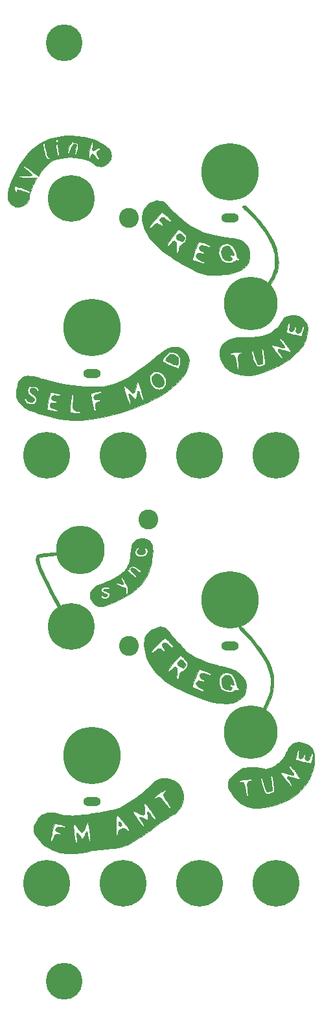
<source format=gbr>
G04 #@! TF.GenerationSoftware,KiCad,Pcbnew,(5.1.10)-1*
G04 #@! TF.CreationDate,2021-09-20T04:35:36-07:00*
G04 #@! TF.ProjectId,paradox_panel,70617261-646f-4785-9f70-616e656c2e6b,rev?*
G04 #@! TF.SameCoordinates,Original*
G04 #@! TF.FileFunction,Soldermask,Top*
G04 #@! TF.FilePolarity,Negative*
%FSLAX46Y46*%
G04 Gerber Fmt 4.6, Leading zero omitted, Abs format (unit mm)*
G04 Created by KiCad (PCBNEW (5.1.10)-1) date 2021-09-20 04:35:36*
%MOMM*%
%LPD*%
G01*
G04 APERTURE LIST*
%ADD10C,0.010000*%
%ADD11C,4.800000*%
%ADD12C,6.350000*%
%ADD13C,2.600000*%
%ADD14C,6.100000*%
%ADD15C,7.000000*%
%ADD16C,7.500000*%
%ADD17O,2.300000X1.200000*%
G04 APERTURE END LIST*
D10*
G36*
X21506414Y91377685D02*
G01*
X21621566Y91294715D01*
X21767977Y91148870D01*
X21811738Y91101417D01*
X21930797Y90967309D01*
X22024472Y90854831D01*
X22080255Y90779390D01*
X22090334Y90758259D01*
X22065818Y90706502D01*
X22001380Y90608670D01*
X21910681Y90484244D01*
X21807383Y90352700D01*
X21797051Y90340105D01*
X21749225Y90340990D01*
X21645631Y90370643D01*
X21507591Y90422815D01*
X21490761Y90429853D01*
X21247336Y90542247D01*
X21080172Y90643074D01*
X20982520Y90737429D01*
X20947631Y90830409D01*
X20947334Y90840152D01*
X20985435Y91009884D01*
X21090940Y91182020D01*
X21203061Y91295791D01*
X21311708Y91373578D01*
X21407977Y91402424D01*
X21506414Y91377685D01*
G37*
X21506414Y91377685D02*
X21621566Y91294715D01*
X21767977Y91148870D01*
X21811738Y91101417D01*
X21930797Y90967309D01*
X22024472Y90854831D01*
X22080255Y90779390D01*
X22090334Y90758259D01*
X22065818Y90706502D01*
X22001380Y90608670D01*
X21910681Y90484244D01*
X21807383Y90352700D01*
X21797051Y90340105D01*
X21749225Y90340990D01*
X21645631Y90370643D01*
X21507591Y90422815D01*
X21490761Y90429853D01*
X21247336Y90542247D01*
X21080172Y90643074D01*
X20982520Y90737429D01*
X20947631Y90830409D01*
X20947334Y90840152D01*
X20985435Y91009884D01*
X21090940Y91182020D01*
X21203061Y91295791D01*
X21311708Y91373578D01*
X21407977Y91402424D01*
X21506414Y91377685D01*
G36*
X27762715Y89734854D02*
G01*
X27897737Y89666553D01*
X28026289Y89541966D01*
X28157591Y89352298D01*
X28291326Y89107675D01*
X28404264Y88864722D01*
X28464604Y88686035D01*
X28472269Y88572135D01*
X28427185Y88523542D01*
X28376834Y88525487D01*
X28275449Y88539222D01*
X28147758Y88546585D01*
X28144000Y88546654D01*
X28041979Y88539459D01*
X27996552Y88501556D01*
X27983462Y88443334D01*
X27992561Y88361838D01*
X28054786Y88296364D01*
X28121046Y88256751D01*
X28235818Y88168662D01*
X28266573Y88072090D01*
X28213706Y87965084D01*
X28186334Y87935334D01*
X28098915Y87882557D01*
X27963450Y87857740D01*
X27769135Y87860167D01*
X27505168Y87889122D01*
X27499935Y87889851D01*
X27323932Y87937696D01*
X27181831Y88034637D01*
X27058862Y88193690D01*
X26974411Y88352839D01*
X26871695Y88640548D01*
X26836011Y88915050D01*
X26862950Y89166645D01*
X26948104Y89385633D01*
X27087062Y89562311D01*
X27275415Y89686978D01*
X27508755Y89749935D01*
X27612001Y89755667D01*
X27762715Y89734854D01*
G37*
X27762715Y89734854D02*
X27897737Y89666553D01*
X28026289Y89541966D01*
X28157591Y89352298D01*
X28291326Y89107675D01*
X28404264Y88864722D01*
X28464604Y88686035D01*
X28472269Y88572135D01*
X28427185Y88523542D01*
X28376834Y88525487D01*
X28275449Y88539222D01*
X28147758Y88546585D01*
X28144000Y88546654D01*
X28041979Y88539459D01*
X27996552Y88501556D01*
X27983462Y88443334D01*
X27992561Y88361838D01*
X28054786Y88296364D01*
X28121046Y88256751D01*
X28235818Y88168662D01*
X28266573Y88072090D01*
X28213706Y87965084D01*
X28186334Y87935334D01*
X28098915Y87882557D01*
X27963450Y87857740D01*
X27769135Y87860167D01*
X27505168Y87889122D01*
X27499935Y87889851D01*
X27323932Y87937696D01*
X27181831Y88034637D01*
X27058862Y88193690D01*
X26974411Y88352839D01*
X26871695Y88640548D01*
X26836011Y88915050D01*
X26862950Y89166645D01*
X26948104Y89385633D01*
X27087062Y89562311D01*
X27275415Y89686978D01*
X27508755Y89749935D01*
X27612001Y89755667D01*
X27762715Y89734854D01*
G36*
X20341406Y75648857D02*
G01*
X20350864Y75647613D01*
X20527237Y75605236D01*
X20724911Y75529164D01*
X20915640Y75433092D01*
X21071177Y75330714D01*
X21143330Y75263415D01*
X21196624Y75194128D01*
X21226492Y75127966D01*
X21237081Y75040770D01*
X21232544Y74908381D01*
X21224012Y74793740D01*
X21205072Y74564056D01*
X21187252Y74405580D01*
X21164845Y74305127D01*
X21132146Y74249514D01*
X21083448Y74225558D01*
X21013044Y74220075D01*
X20975720Y74220108D01*
X20843055Y74238306D01*
X20664156Y74286679D01*
X20468352Y74357209D01*
X20456463Y74362070D01*
X20175339Y74484586D01*
X19935364Y74602534D01*
X19748731Y74709367D01*
X19627638Y74798540D01*
X19609747Y74816516D01*
X19564433Y74895524D01*
X19569897Y74986439D01*
X19631011Y75099094D01*
X19752645Y75243322D01*
X19889219Y75380741D01*
X20028918Y75513418D01*
X20126377Y75596389D01*
X20199205Y75639833D01*
X20265011Y75653929D01*
X20341406Y75648857D01*
G37*
X20341406Y75648857D02*
X20350864Y75647613D01*
X20527237Y75605236D01*
X20724911Y75529164D01*
X20915640Y75433092D01*
X21071177Y75330714D01*
X21143330Y75263415D01*
X21196624Y75194128D01*
X21226492Y75127966D01*
X21237081Y75040770D01*
X21232544Y74908381D01*
X21224012Y74793740D01*
X21205072Y74564056D01*
X21187252Y74405580D01*
X21164845Y74305127D01*
X21132146Y74249514D01*
X21083448Y74225558D01*
X21013044Y74220075D01*
X20975720Y74220108D01*
X20843055Y74238306D01*
X20664156Y74286679D01*
X20468352Y74357209D01*
X20456463Y74362070D01*
X20175339Y74484586D01*
X19935364Y74602534D01*
X19748731Y74709367D01*
X19627638Y74798540D01*
X19609747Y74816516D01*
X19564433Y74895524D01*
X19569897Y74986439D01*
X19631011Y75099094D01*
X19752645Y75243322D01*
X19889219Y75380741D01*
X20028918Y75513418D01*
X20126377Y75596389D01*
X20199205Y75639833D01*
X20265011Y75653929D01*
X20341406Y75648857D01*
G36*
X18639547Y73036812D02*
G01*
X18844127Y72928003D01*
X19024557Y72763637D01*
X19172048Y72558143D01*
X19277814Y72325946D01*
X19333067Y72081476D01*
X19329020Y71839158D01*
X19279956Y71663101D01*
X19168681Y71498893D01*
X19003176Y71380938D01*
X18803326Y71314555D01*
X18589016Y71305066D01*
X18380133Y71357792D01*
X18297895Y71400325D01*
X18103693Y71560866D01*
X17948446Y71770244D01*
X17838412Y72009725D01*
X17779853Y72260575D01*
X17779027Y72504061D01*
X17842194Y72721448D01*
X17850824Y72738328D01*
X17972753Y72888393D01*
X18146571Y73004772D01*
X18340847Y73068826D01*
X18419603Y73075637D01*
X18639547Y73036812D01*
G37*
X18639547Y73036812D02*
X18844127Y72928003D01*
X19024557Y72763637D01*
X19172048Y72558143D01*
X19277814Y72325946D01*
X19333067Y72081476D01*
X19329020Y71839158D01*
X19279956Y71663101D01*
X19168681Y71498893D01*
X19003176Y71380938D01*
X18803326Y71314555D01*
X18589016Y71305066D01*
X18380133Y71357792D01*
X18297895Y71400325D01*
X18103693Y71560866D01*
X17948446Y71770244D01*
X17838412Y72009725D01*
X17779853Y72260575D01*
X17779027Y72504061D01*
X17842194Y72721448D01*
X17850824Y72738328D01*
X17972753Y72888393D01*
X18146571Y73004772D01*
X18340847Y73068826D01*
X18419603Y73075637D01*
X18639547Y73036812D01*
G36*
X21678615Y35705232D02*
G01*
X21695377Y35696000D01*
X21773271Y35633186D01*
X21880523Y35522166D01*
X21997467Y35383767D01*
X22031258Y35340339D01*
X22253895Y35048178D01*
X22080821Y34842923D01*
X21983951Y34736196D01*
X21903619Y34662178D01*
X21861457Y34638227D01*
X21805034Y34657904D01*
X21695764Y34709736D01*
X21554250Y34783763D01*
X21508304Y34808967D01*
X21355335Y34901699D01*
X21225787Y34994479D01*
X21143085Y35070176D01*
X21133236Y35083242D01*
X21096304Y35150008D01*
X21091268Y35211639D01*
X21121184Y35297589D01*
X21164932Y35388752D01*
X21290948Y35574097D01*
X21423484Y35674834D01*
X21530431Y35725850D01*
X21602986Y35735011D01*
X21678615Y35705232D01*
G37*
X21678615Y35705232D02*
X21695377Y35696000D01*
X21773271Y35633186D01*
X21880523Y35522166D01*
X21997467Y35383767D01*
X22031258Y35340339D01*
X22253895Y35048178D01*
X22080821Y34842923D01*
X21983951Y34736196D01*
X21903619Y34662178D01*
X21861457Y34638227D01*
X21805034Y34657904D01*
X21695764Y34709736D01*
X21554250Y34783763D01*
X21508304Y34808967D01*
X21355335Y34901699D01*
X21225787Y34994479D01*
X21143085Y35070176D01*
X21133236Y35083242D01*
X21096304Y35150008D01*
X21091268Y35211639D01*
X21121184Y35297589D01*
X21164932Y35388752D01*
X21290948Y35574097D01*
X21423484Y35674834D01*
X21530431Y35725850D01*
X21602986Y35735011D01*
X21678615Y35705232D01*
G36*
X27822083Y33696928D02*
G01*
X27966949Y33629391D01*
X28045961Y33549950D01*
X28136479Y33415227D01*
X28230551Y33243422D01*
X28320226Y33052733D01*
X28397552Y32861359D01*
X28454578Y32687499D01*
X28483352Y32549352D01*
X28475924Y32465116D01*
X28475763Y32464827D01*
X28441206Y32420636D01*
X28392047Y32421159D01*
X28308365Y32460070D01*
X28159776Y32512538D01*
X28051198Y32499578D01*
X27990619Y32423064D01*
X27982459Y32383636D01*
X27988166Y32297529D01*
X28041759Y32230341D01*
X28120043Y32178371D01*
X28213783Y32118762D01*
X28266667Y32076789D01*
X28271000Y32069536D01*
X28248246Y32005346D01*
X28196792Y31917187D01*
X28141854Y31846373D01*
X28127079Y31833732D01*
X28037850Y31810179D01*
X27887069Y31808022D01*
X27694864Y31826358D01*
X27490953Y31862214D01*
X27311399Y31915677D01*
X27178734Y31997848D01*
X27075501Y32125705D01*
X26984244Y32316226D01*
X26960242Y32378340D01*
X26889216Y32648291D01*
X26872640Y32916670D01*
X26907737Y33166494D01*
X26991730Y33380779D01*
X27121843Y33542542D01*
X27154802Y33568274D01*
X27374140Y33682084D01*
X27602650Y33725426D01*
X27822083Y33696928D01*
G37*
X27822083Y33696928D02*
X27966949Y33629391D01*
X28045961Y33549950D01*
X28136479Y33415227D01*
X28230551Y33243422D01*
X28320226Y33052733D01*
X28397552Y32861359D01*
X28454578Y32687499D01*
X28483352Y32549352D01*
X28475924Y32465116D01*
X28475763Y32464827D01*
X28441206Y32420636D01*
X28392047Y32421159D01*
X28308365Y32460070D01*
X28159776Y32512538D01*
X28051198Y32499578D01*
X27990619Y32423064D01*
X27982459Y32383636D01*
X27988166Y32297529D01*
X28041759Y32230341D01*
X28120043Y32178371D01*
X28213783Y32118762D01*
X28266667Y32076789D01*
X28271000Y32069536D01*
X28248246Y32005346D01*
X28196792Y31917187D01*
X28141854Y31846373D01*
X28127079Y31833732D01*
X28037850Y31810179D01*
X27887069Y31808022D01*
X27694864Y31826358D01*
X27490953Y31862214D01*
X27311399Y31915677D01*
X27178734Y31997848D01*
X27075501Y32125705D01*
X26984244Y32316226D01*
X26960242Y32378340D01*
X26889216Y32648291D01*
X26872640Y32916670D01*
X26907737Y33166494D01*
X26991730Y33380779D01*
X27121843Y33542542D01*
X27154802Y33568274D01*
X27374140Y33682084D01*
X27602650Y33725426D01*
X27822083Y33696928D01*
G36*
X13600591Y14563844D02*
G01*
X13685539Y14480117D01*
X13757411Y14367952D01*
X13803681Y14244884D01*
X13811820Y14128446D01*
X13797455Y14077705D01*
X13722954Y13997814D01*
X13618057Y13983130D01*
X13507230Y14034370D01*
X13471478Y14068112D01*
X13419322Y14169196D01*
X13392899Y14307106D01*
X13394253Y14447116D01*
X13425431Y14554503D01*
X13441576Y14575843D01*
X13515095Y14601598D01*
X13600591Y14563844D01*
G37*
X13600591Y14563844D02*
X13685539Y14480117D01*
X13757411Y14367952D01*
X13803681Y14244884D01*
X13811820Y14128446D01*
X13797455Y14077705D01*
X13722954Y13997814D01*
X13618057Y13983130D01*
X13507230Y14034370D01*
X13471478Y14068112D01*
X13419322Y14169196D01*
X13392899Y14307106D01*
X13394253Y14447116D01*
X13425431Y14554503D01*
X13441576Y14575843D01*
X13515095Y14601598D01*
X13600591Y14563844D01*
G36*
X8053053Y104116198D02*
G01*
X8833982Y104018533D01*
X9570613Y103857122D01*
X10259436Y103633079D01*
X10896942Y103347519D01*
X11479622Y103001556D01*
X11937811Y102653505D01*
X12165191Y102434801D01*
X12320726Y102218175D01*
X12414201Y101983237D01*
X12455405Y101709601D01*
X12459500Y101566667D01*
X12454605Y101365335D01*
X12435779Y101215029D01*
X12396810Y101082463D01*
X12347945Y100968920D01*
X12162732Y100658285D01*
X11932392Y100418460D01*
X11658690Y100250693D01*
X11343391Y100156232D01*
X11169955Y100136838D01*
X10901798Y100141735D01*
X10660032Y100193756D01*
X10423560Y100300671D01*
X10171285Y100470246D01*
X10088834Y100534929D01*
X9871953Y100696837D01*
X9658214Y100825136D01*
X9422550Y100932083D01*
X9139891Y101029937D01*
X8979002Y101077606D01*
X8351206Y101225588D01*
X7721541Y101314801D01*
X7100151Y101345994D01*
X6497182Y101319914D01*
X5922781Y101237310D01*
X5387093Y101098930D01*
X4900265Y100905522D01*
X4624459Y100756511D01*
X4383767Y100587667D01*
X4118712Y100362835D01*
X3846730Y100099658D01*
X3585254Y99815778D01*
X3351720Y99528838D01*
X3202133Y99317252D01*
X2900312Y98854809D01*
X2811573Y98935953D01*
X2752708Y98984721D01*
X2637427Y99075972D01*
X2476819Y99201088D01*
X2281975Y99351450D01*
X2063982Y99518441D01*
X1965666Y99593382D01*
X1677317Y99809549D01*
X1448195Y99973186D01*
X1273241Y100086860D01*
X1147396Y100153138D01*
X1065601Y100174587D01*
X1022796Y100153773D01*
X1013922Y100093263D01*
X1015973Y100075217D01*
X1058469Y99999321D01*
X1164779Y99887167D01*
X1326756Y99747106D01*
X1368167Y99714074D01*
X1541955Y99574741D01*
X1718160Y99429360D01*
X1868147Y99301698D01*
X1917195Y99258397D01*
X2027701Y99156190D01*
X2083021Y99091713D01*
X2092363Y99047724D01*
X2064932Y99006978D01*
X2056191Y98998048D01*
X2020326Y98972252D01*
X1963723Y98953274D01*
X1874185Y98940042D01*
X1739511Y98931481D01*
X1547503Y98926520D01*
X1285962Y98924085D01*
X1211527Y98923758D01*
X933946Y98921853D01*
X729925Y98917894D01*
X588366Y98910907D01*
X498170Y98899917D01*
X448239Y98883950D01*
X427474Y98862032D01*
X425383Y98854742D01*
X425837Y98806349D01*
X453432Y98767678D01*
X516246Y98737583D01*
X622357Y98714916D01*
X779840Y98698532D01*
X996773Y98687283D01*
X1281232Y98680023D01*
X1641295Y98675606D01*
X1690102Y98675212D01*
X2771361Y98666834D01*
X2607682Y98370500D01*
X2388338Y97966939D01*
X2210444Y97623439D01*
X2069587Y97328893D01*
X1961358Y97072191D01*
X1881344Y96842225D01*
X1825134Y96627885D01*
X1788317Y96418065D01*
X1771434Y96264645D01*
X1716421Y95903613D01*
X1615417Y95606321D01*
X1461090Y95361181D01*
X1246103Y95156603D01*
X963122Y94981001D01*
X956937Y94977817D01*
X740607Y94899390D01*
X480246Y94853711D01*
X208721Y94842945D01*
X-41100Y94869256D01*
X-167122Y94903820D01*
X-323006Y94985945D01*
X-499973Y95116727D01*
X-673002Y95273811D01*
X-817075Y95434841D01*
X-896984Y95555955D01*
X-1007643Y95861688D01*
X-1056187Y96219475D01*
X-1042932Y96624176D01*
X-968192Y97070653D01*
X-855705Y97470508D01*
X-237384Y97470508D01*
X-219724Y97317565D01*
X-165706Y97117120D01*
X-110709Y96953756D01*
X-65062Y96855872D01*
X-18577Y96806566D01*
X31527Y96789880D01*
X132748Y96804242D01*
X179719Y96882456D01*
X173474Y97009714D01*
X161800Y97089392D01*
X184076Y97120799D01*
X260950Y97118984D01*
X313834Y97112023D01*
X414501Y97088266D01*
X573343Y97039158D01*
X770169Y96971404D01*
X984790Y96891709D01*
X1029500Y96874370D01*
X1287211Y96775926D01*
X1478120Y96709567D01*
X1612903Y96673241D01*
X1702238Y96664895D01*
X1756802Y96682476D01*
X1787271Y96723932D01*
X1789036Y96728344D01*
X1789989Y96789846D01*
X1740225Y96854771D01*
X1631804Y96928771D01*
X1456790Y97017498D01*
X1262334Y97103376D01*
X1076560Y97178920D01*
X860808Y97261301D01*
X631370Y97344914D01*
X404535Y97424154D01*
X196596Y97493415D01*
X23842Y97547092D01*
X-97435Y97579580D01*
X-142397Y97586710D01*
X-211680Y97558780D01*
X-237384Y97470508D01*
X-855705Y97470508D01*
X-832282Y97553768D01*
X-762339Y97752149D01*
X-388102Y98674739D01*
X23343Y99530821D01*
X470596Y100318766D01*
X952259Y101036945D01*
X1466931Y101683730D01*
X2013213Y102257492D01*
X2589707Y102756602D01*
X2742509Y102863341D01*
X3556731Y102863341D01*
X3574041Y102642679D01*
X3612292Y102389428D01*
X3670321Y102115617D01*
X3746963Y101833275D01*
X3787446Y101705952D01*
X3863197Y101483250D01*
X3922870Y101328723D01*
X3976251Y101229928D01*
X4033125Y101174419D01*
X4103277Y101149754D01*
X4196493Y101143487D01*
X4229858Y101143334D01*
X4356831Y101147706D01*
X4417872Y101165398D01*
X4431473Y101203271D01*
X4429492Y101217417D01*
X4378717Y101280478D01*
X4302027Y101304641D01*
X4246860Y101318016D01*
X4203023Y101353620D01*
X4193340Y101370601D01*
X9508109Y101370601D01*
X9524355Y101274122D01*
X9560190Y101226821D01*
X9642651Y101198602D01*
X9701164Y101242520D01*
X9738911Y101336480D01*
X9816877Y101556448D01*
X9900757Y101695128D01*
X9994210Y101752623D01*
X10100896Y101729034D01*
X10224474Y101624465D01*
X10368603Y101439018D01*
X10424182Y101355639D01*
X10527998Y101202959D01*
X10605515Y101111564D01*
X10670290Y101068043D01*
X10724308Y101058667D01*
X10814873Y101081075D01*
X10856855Y101122594D01*
X10848215Y101188151D01*
X10802512Y101301015D01*
X10729360Y101437855D01*
X10721681Y101450678D01*
X10621156Y101637907D01*
X10570097Y101792720D01*
X10558238Y101903855D01*
X10560566Y102012260D01*
X10584073Y102084980D01*
X10645531Y102148504D01*
X10761708Y102229318D01*
X10766167Y102232256D01*
X10902898Y102335697D01*
X10968630Y102421930D01*
X10977834Y102466567D01*
X10953803Y102545976D01*
X10879350Y102570394D01*
X10750933Y102539298D01*
X10565009Y102452169D01*
X10452384Y102389178D01*
X10267923Y102289753D01*
X10132949Y102239794D01*
X10043204Y102244638D01*
X9994433Y102309622D01*
X9982380Y102440084D01*
X10002789Y102641360D01*
X10047254Y102897208D01*
X10078406Y103084093D01*
X10083438Y103203672D01*
X10059035Y103270178D01*
X10001886Y103297840D01*
X9953092Y103301686D01*
X9912000Y103262652D01*
X9860870Y103153922D01*
X9803186Y102989379D01*
X9742428Y102782906D01*
X9682079Y102548388D01*
X9625620Y102299707D01*
X9576534Y102050747D01*
X9538301Y101815391D01*
X9514405Y101607525D01*
X9509540Y101533050D01*
X9508109Y101370601D01*
X4193340Y101370601D01*
X4161239Y101426891D01*
X4112227Y101553269D01*
X4060317Y101706808D01*
X3994991Y101925094D01*
X3927092Y102185112D01*
X3867238Y102444962D01*
X3843691Y102561500D01*
X3805918Y102759826D01*
X3776870Y102911073D01*
X5242758Y102911073D01*
X5242828Y102802111D01*
X5251887Y102628604D01*
X5254476Y102585814D01*
X5277359Y102354142D01*
X5315482Y102123600D01*
X5364616Y101908755D01*
X5420530Y101724172D01*
X5478995Y101584418D01*
X5535781Y101504059D01*
X5572411Y101490976D01*
X5624642Y101531250D01*
X5641145Y101633778D01*
X5641014Y101652317D01*
X5633336Y101738261D01*
X5614230Y101887111D01*
X5607308Y101935559D01*
X6771137Y101935559D01*
X6790189Y101873435D01*
X6831489Y101846801D01*
X6883049Y101836473D01*
X6925561Y101859453D01*
X6967859Y101928731D01*
X7018779Y102057295D01*
X7063964Y102188563D01*
X7149130Y102391099D01*
X7276893Y102629814D01*
X7432534Y102878567D01*
X7532756Y103021190D01*
X7587350Y103037187D01*
X7692273Y103033840D01*
X7737102Y103027544D01*
X7914680Y102997543D01*
X7887743Y102821855D01*
X7863829Y102692860D01*
X7826139Y102518071D01*
X7782485Y102333564D01*
X7778904Y102319205D01*
X7720926Y102056281D01*
X7697759Y101867140D01*
X7709394Y101748389D01*
X7755820Y101696637D01*
X7777070Y101693667D01*
X7851164Y101732610D01*
X7920326Y101851998D01*
X7926895Y101868000D01*
X8023844Y102166893D01*
X8090964Y102489822D01*
X8119335Y102792594D01*
X8119708Y102823201D01*
X8116702Y102970734D01*
X8100101Y103061157D01*
X8059857Y103121952D01*
X7990153Y103177598D01*
X7875231Y103239562D01*
X7748941Y103255033D01*
X7672653Y103249181D01*
X7556200Y103240590D01*
X7501149Y103254406D01*
X7485622Y103297790D01*
X7485334Y103310478D01*
X7462662Y103372758D01*
X7392992Y103379361D01*
X7317808Y103331429D01*
X7227829Y103217004D01*
X7130131Y103051385D01*
X7031785Y102849875D01*
X6939865Y102627773D01*
X6861446Y102400381D01*
X6803599Y102182999D01*
X6780357Y102054140D01*
X6771137Y101935559D01*
X5607308Y101935559D01*
X5586845Y102078759D01*
X5554326Y102293098D01*
X5519821Y102510019D01*
X5486477Y102709416D01*
X5457442Y102871179D01*
X5435862Y102975202D01*
X5431316Y102992131D01*
X5383660Y103022648D01*
X5322925Y103017375D01*
X5280163Y103002037D01*
X5254322Y102972159D01*
X5242758Y102911073D01*
X3776870Y102911073D01*
X3772182Y102935482D01*
X3746660Y103066818D01*
X3735001Y103125230D01*
X3693001Y103201402D01*
X3642071Y103209500D01*
X3589582Y103158781D01*
X3561523Y103039385D01*
X3556731Y102863341D01*
X2742509Y102863341D01*
X3195012Y103179432D01*
X3647881Y103426310D01*
X5199334Y103426310D01*
X5211454Y103336888D01*
X5262224Y103304844D01*
X5304191Y103302334D01*
X5415788Y103341296D01*
X5477035Y103406094D01*
X5521631Y103522544D01*
X5506060Y103617024D01*
X5446319Y103673571D01*
X5358406Y103676225D01*
X5265857Y103616810D01*
X5216516Y103526426D01*
X5199334Y103426310D01*
X3647881Y103426310D01*
X3827730Y103524353D01*
X4399297Y103759753D01*
X4724829Y103856728D01*
X5116515Y103943966D01*
X5556153Y104018966D01*
X6025540Y104079227D01*
X6506472Y104122246D01*
X6980747Y104145521D01*
X7231333Y104149000D01*
X8053053Y104116198D01*
G37*
X8053053Y104116198D02*
X8833982Y104018533D01*
X9570613Y103857122D01*
X10259436Y103633079D01*
X10896942Y103347519D01*
X11479622Y103001556D01*
X11937811Y102653505D01*
X12165191Y102434801D01*
X12320726Y102218175D01*
X12414201Y101983237D01*
X12455405Y101709601D01*
X12459500Y101566667D01*
X12454605Y101365335D01*
X12435779Y101215029D01*
X12396810Y101082463D01*
X12347945Y100968920D01*
X12162732Y100658285D01*
X11932392Y100418460D01*
X11658690Y100250693D01*
X11343391Y100156232D01*
X11169955Y100136838D01*
X10901798Y100141735D01*
X10660032Y100193756D01*
X10423560Y100300671D01*
X10171285Y100470246D01*
X10088834Y100534929D01*
X9871953Y100696837D01*
X9658214Y100825136D01*
X9422550Y100932083D01*
X9139891Y101029937D01*
X8979002Y101077606D01*
X8351206Y101225588D01*
X7721541Y101314801D01*
X7100151Y101345994D01*
X6497182Y101319914D01*
X5922781Y101237310D01*
X5387093Y101098930D01*
X4900265Y100905522D01*
X4624459Y100756511D01*
X4383767Y100587667D01*
X4118712Y100362835D01*
X3846730Y100099658D01*
X3585254Y99815778D01*
X3351720Y99528838D01*
X3202133Y99317252D01*
X2900312Y98854809D01*
X2811573Y98935953D01*
X2752708Y98984721D01*
X2637427Y99075972D01*
X2476819Y99201088D01*
X2281975Y99351450D01*
X2063982Y99518441D01*
X1965666Y99593382D01*
X1677317Y99809549D01*
X1448195Y99973186D01*
X1273241Y100086860D01*
X1147396Y100153138D01*
X1065601Y100174587D01*
X1022796Y100153773D01*
X1013922Y100093263D01*
X1015973Y100075217D01*
X1058469Y99999321D01*
X1164779Y99887167D01*
X1326756Y99747106D01*
X1368167Y99714074D01*
X1541955Y99574741D01*
X1718160Y99429360D01*
X1868147Y99301698D01*
X1917195Y99258397D01*
X2027701Y99156190D01*
X2083021Y99091713D01*
X2092363Y99047724D01*
X2064932Y99006978D01*
X2056191Y98998048D01*
X2020326Y98972252D01*
X1963723Y98953274D01*
X1874185Y98940042D01*
X1739511Y98931481D01*
X1547503Y98926520D01*
X1285962Y98924085D01*
X1211527Y98923758D01*
X933946Y98921853D01*
X729925Y98917894D01*
X588366Y98910907D01*
X498170Y98899917D01*
X448239Y98883950D01*
X427474Y98862032D01*
X425383Y98854742D01*
X425837Y98806349D01*
X453432Y98767678D01*
X516246Y98737583D01*
X622357Y98714916D01*
X779840Y98698532D01*
X996773Y98687283D01*
X1281232Y98680023D01*
X1641295Y98675606D01*
X1690102Y98675212D01*
X2771361Y98666834D01*
X2607682Y98370500D01*
X2388338Y97966939D01*
X2210444Y97623439D01*
X2069587Y97328893D01*
X1961358Y97072191D01*
X1881344Y96842225D01*
X1825134Y96627885D01*
X1788317Y96418065D01*
X1771434Y96264645D01*
X1716421Y95903613D01*
X1615417Y95606321D01*
X1461090Y95361181D01*
X1246103Y95156603D01*
X963122Y94981001D01*
X956937Y94977817D01*
X740607Y94899390D01*
X480246Y94853711D01*
X208721Y94842945D01*
X-41100Y94869256D01*
X-167122Y94903820D01*
X-323006Y94985945D01*
X-499973Y95116727D01*
X-673002Y95273811D01*
X-817075Y95434841D01*
X-896984Y95555955D01*
X-1007643Y95861688D01*
X-1056187Y96219475D01*
X-1042932Y96624176D01*
X-968192Y97070653D01*
X-855705Y97470508D01*
X-237384Y97470508D01*
X-219724Y97317565D01*
X-165706Y97117120D01*
X-110709Y96953756D01*
X-65062Y96855872D01*
X-18577Y96806566D01*
X31527Y96789880D01*
X132748Y96804242D01*
X179719Y96882456D01*
X173474Y97009714D01*
X161800Y97089392D01*
X184076Y97120799D01*
X260950Y97118984D01*
X313834Y97112023D01*
X414501Y97088266D01*
X573343Y97039158D01*
X770169Y96971404D01*
X984790Y96891709D01*
X1029500Y96874370D01*
X1287211Y96775926D01*
X1478120Y96709567D01*
X1612903Y96673241D01*
X1702238Y96664895D01*
X1756802Y96682476D01*
X1787271Y96723932D01*
X1789036Y96728344D01*
X1789989Y96789846D01*
X1740225Y96854771D01*
X1631804Y96928771D01*
X1456790Y97017498D01*
X1262334Y97103376D01*
X1076560Y97178920D01*
X860808Y97261301D01*
X631370Y97344914D01*
X404535Y97424154D01*
X196596Y97493415D01*
X23842Y97547092D01*
X-97435Y97579580D01*
X-142397Y97586710D01*
X-211680Y97558780D01*
X-237384Y97470508D01*
X-855705Y97470508D01*
X-832282Y97553768D01*
X-762339Y97752149D01*
X-388102Y98674739D01*
X23343Y99530821D01*
X470596Y100318766D01*
X952259Y101036945D01*
X1466931Y101683730D01*
X2013213Y102257492D01*
X2589707Y102756602D01*
X2742509Y102863341D01*
X3556731Y102863341D01*
X3574041Y102642679D01*
X3612292Y102389428D01*
X3670321Y102115617D01*
X3746963Y101833275D01*
X3787446Y101705952D01*
X3863197Y101483250D01*
X3922870Y101328723D01*
X3976251Y101229928D01*
X4033125Y101174419D01*
X4103277Y101149754D01*
X4196493Y101143487D01*
X4229858Y101143334D01*
X4356831Y101147706D01*
X4417872Y101165398D01*
X4431473Y101203271D01*
X4429492Y101217417D01*
X4378717Y101280478D01*
X4302027Y101304641D01*
X4246860Y101318016D01*
X4203023Y101353620D01*
X4193340Y101370601D01*
X9508109Y101370601D01*
X9524355Y101274122D01*
X9560190Y101226821D01*
X9642651Y101198602D01*
X9701164Y101242520D01*
X9738911Y101336480D01*
X9816877Y101556448D01*
X9900757Y101695128D01*
X9994210Y101752623D01*
X10100896Y101729034D01*
X10224474Y101624465D01*
X10368603Y101439018D01*
X10424182Y101355639D01*
X10527998Y101202959D01*
X10605515Y101111564D01*
X10670290Y101068043D01*
X10724308Y101058667D01*
X10814873Y101081075D01*
X10856855Y101122594D01*
X10848215Y101188151D01*
X10802512Y101301015D01*
X10729360Y101437855D01*
X10721681Y101450678D01*
X10621156Y101637907D01*
X10570097Y101792720D01*
X10558238Y101903855D01*
X10560566Y102012260D01*
X10584073Y102084980D01*
X10645531Y102148504D01*
X10761708Y102229318D01*
X10766167Y102232256D01*
X10902898Y102335697D01*
X10968630Y102421930D01*
X10977834Y102466567D01*
X10953803Y102545976D01*
X10879350Y102570394D01*
X10750933Y102539298D01*
X10565009Y102452169D01*
X10452384Y102389178D01*
X10267923Y102289753D01*
X10132949Y102239794D01*
X10043204Y102244638D01*
X9994433Y102309622D01*
X9982380Y102440084D01*
X10002789Y102641360D01*
X10047254Y102897208D01*
X10078406Y103084093D01*
X10083438Y103203672D01*
X10059035Y103270178D01*
X10001886Y103297840D01*
X9953092Y103301686D01*
X9912000Y103262652D01*
X9860870Y103153922D01*
X9803186Y102989379D01*
X9742428Y102782906D01*
X9682079Y102548388D01*
X9625620Y102299707D01*
X9576534Y102050747D01*
X9538301Y101815391D01*
X9514405Y101607525D01*
X9509540Y101533050D01*
X9508109Y101370601D01*
X4193340Y101370601D01*
X4161239Y101426891D01*
X4112227Y101553269D01*
X4060317Y101706808D01*
X3994991Y101925094D01*
X3927092Y102185112D01*
X3867238Y102444962D01*
X3843691Y102561500D01*
X3805918Y102759826D01*
X3776870Y102911073D01*
X5242758Y102911073D01*
X5242828Y102802111D01*
X5251887Y102628604D01*
X5254476Y102585814D01*
X5277359Y102354142D01*
X5315482Y102123600D01*
X5364616Y101908755D01*
X5420530Y101724172D01*
X5478995Y101584418D01*
X5535781Y101504059D01*
X5572411Y101490976D01*
X5624642Y101531250D01*
X5641145Y101633778D01*
X5641014Y101652317D01*
X5633336Y101738261D01*
X5614230Y101887111D01*
X5607308Y101935559D01*
X6771137Y101935559D01*
X6790189Y101873435D01*
X6831489Y101846801D01*
X6883049Y101836473D01*
X6925561Y101859453D01*
X6967859Y101928731D01*
X7018779Y102057295D01*
X7063964Y102188563D01*
X7149130Y102391099D01*
X7276893Y102629814D01*
X7432534Y102878567D01*
X7532756Y103021190D01*
X7587350Y103037187D01*
X7692273Y103033840D01*
X7737102Y103027544D01*
X7914680Y102997543D01*
X7887743Y102821855D01*
X7863829Y102692860D01*
X7826139Y102518071D01*
X7782485Y102333564D01*
X7778904Y102319205D01*
X7720926Y102056281D01*
X7697759Y101867140D01*
X7709394Y101748389D01*
X7755820Y101696637D01*
X7777070Y101693667D01*
X7851164Y101732610D01*
X7920326Y101851998D01*
X7926895Y101868000D01*
X8023844Y102166893D01*
X8090964Y102489822D01*
X8119335Y102792594D01*
X8119708Y102823201D01*
X8116702Y102970734D01*
X8100101Y103061157D01*
X8059857Y103121952D01*
X7990153Y103177598D01*
X7875231Y103239562D01*
X7748941Y103255033D01*
X7672653Y103249181D01*
X7556200Y103240590D01*
X7501149Y103254406D01*
X7485622Y103297790D01*
X7485334Y103310478D01*
X7462662Y103372758D01*
X7392992Y103379361D01*
X7317808Y103331429D01*
X7227829Y103217004D01*
X7130131Y103051385D01*
X7031785Y102849875D01*
X6939865Y102627773D01*
X6861446Y102400381D01*
X6803599Y102182999D01*
X6780357Y102054140D01*
X6771137Y101935559D01*
X5607308Y101935559D01*
X5586845Y102078759D01*
X5554326Y102293098D01*
X5519821Y102510019D01*
X5486477Y102709416D01*
X5457442Y102871179D01*
X5435862Y102975202D01*
X5431316Y102992131D01*
X5383660Y103022648D01*
X5322925Y103017375D01*
X5280163Y103002037D01*
X5254322Y102972159D01*
X5242758Y102911073D01*
X3776870Y102911073D01*
X3772182Y102935482D01*
X3746660Y103066818D01*
X3735001Y103125230D01*
X3693001Y103201402D01*
X3642071Y103209500D01*
X3589582Y103158781D01*
X3561523Y103039385D01*
X3556731Y102863341D01*
X2742509Y102863341D01*
X3195012Y103179432D01*
X3647881Y103426310D01*
X5199334Y103426310D01*
X5211454Y103336888D01*
X5262224Y103304844D01*
X5304191Y103302334D01*
X5415788Y103341296D01*
X5477035Y103406094D01*
X5521631Y103522544D01*
X5506060Y103617024D01*
X5446319Y103673571D01*
X5358406Y103676225D01*
X5265857Y103616810D01*
X5216516Y103526426D01*
X5199334Y103426310D01*
X3647881Y103426310D01*
X3827730Y103524353D01*
X4399297Y103759753D01*
X4724829Y103856728D01*
X5116515Y103943966D01*
X5556153Y104018966D01*
X6025540Y104079227D01*
X6506472Y104122246D01*
X6980747Y104145521D01*
X7231333Y104149000D01*
X8053053Y104116198D01*
G36*
X18793069Y95627389D02*
G01*
X18837146Y95619972D01*
X19091079Y95567662D01*
X19296247Y95500856D01*
X19469828Y95407687D01*
X19629000Y95276287D01*
X19790939Y95094790D01*
X19972825Y94851327D01*
X19994834Y94820189D01*
X20074794Y94724660D01*
X20209732Y94583825D01*
X20389749Y94406781D01*
X20604944Y94202623D01*
X20845419Y93980447D01*
X21101274Y93749349D01*
X21362611Y93518424D01*
X21619530Y93296768D01*
X21862132Y93093477D01*
X21967950Y93007218D01*
X22309981Y92749444D01*
X22700942Y92485433D01*
X23122371Y92225606D01*
X23555807Y91980386D01*
X23982790Y91760194D01*
X24384858Y91575451D01*
X24743551Y91436579D01*
X24760195Y91430967D01*
X25012642Y91355261D01*
X25332507Y91272967D01*
X25703125Y91187413D01*
X26107829Y91101929D01*
X26529954Y91019844D01*
X26952834Y90944486D01*
X27359803Y90879186D01*
X27734195Y90827270D01*
X27854591Y90812862D01*
X28318178Y90753600D01*
X28707830Y90688170D01*
X29034241Y90612950D01*
X29308104Y90524317D01*
X29540114Y90418648D01*
X29740963Y90292321D01*
X29921346Y90141713D01*
X29967172Y90097172D01*
X30171188Y89857698D01*
X30325016Y89590700D01*
X30438791Y89275843D01*
X30495971Y89036369D01*
X30553476Y88577359D01*
X30533860Y88152128D01*
X30438025Y87761590D01*
X30266878Y87406657D01*
X30021322Y87088242D01*
X29702263Y86807257D01*
X29310605Y86564614D01*
X28847253Y86361228D01*
X28313111Y86198009D01*
X27709084Y86075870D01*
X27535911Y86050298D01*
X27349282Y86029996D01*
X27098793Y86010394D01*
X26805249Y85992703D01*
X26489453Y85978136D01*
X26172210Y85967907D01*
X26090834Y85966082D01*
X25765450Y85960332D01*
X25510245Y85958252D01*
X25310785Y85960513D01*
X25152634Y85967787D01*
X25021359Y85980747D01*
X24902525Y86000064D01*
X24781696Y86026409D01*
X24778500Y86027170D01*
X24469910Y86108479D01*
X24160591Y86206922D01*
X23840386Y86327055D01*
X23499139Y86473431D01*
X23126694Y86650605D01*
X22712893Y86863132D01*
X22247582Y87115565D01*
X21836334Y87346513D01*
X21017026Y87828002D01*
X20712785Y88020754D01*
X23064000Y88020754D01*
X23083938Y87973873D01*
X23148903Y87921645D01*
X23266622Y87860434D01*
X23444822Y87786602D01*
X23691231Y87696515D01*
X23919904Y87617964D01*
X24169349Y87537886D01*
X24351240Y87490384D01*
X24475756Y87474476D01*
X24553076Y87489181D01*
X24593379Y87533516D01*
X24599759Y87552394D01*
X24602828Y87603829D01*
X24575438Y87651814D01*
X24506426Y87704108D01*
X24384627Y87768465D01*
X24198879Y87852642D01*
X24115947Y87888543D01*
X23848437Y88024580D01*
X23664754Y88167078D01*
X23564240Y88316936D01*
X23546238Y88475052D01*
X23590438Y88607391D01*
X23676665Y88720239D01*
X23785063Y88803889D01*
X23869126Y88840124D01*
X23947931Y88847509D01*
X24055434Y88826114D01*
X24130696Y88804605D01*
X24335056Y88754749D01*
X24483967Y88741511D01*
X24569706Y88764916D01*
X24588000Y88803167D01*
X24591786Y88880677D01*
X24594259Y88898417D01*
X24562308Y88931153D01*
X24539227Y88946016D01*
X26501056Y88946016D01*
X26506621Y88824334D01*
X26569138Y88468534D01*
X26693041Y88166828D01*
X26847097Y87949483D01*
X27017347Y87784396D01*
X27201524Y87670146D01*
X27416650Y87600962D01*
X27679747Y87571072D01*
X27959065Y87572464D01*
X28136362Y87582575D01*
X28260462Y87601906D01*
X28362829Y87640495D01*
X28474931Y87708381D01*
X28551732Y87761559D01*
X28684232Y87851871D01*
X28772378Y87899094D01*
X28839632Y87910830D01*
X28909454Y87894682D01*
X28934356Y87885557D01*
X29040761Y87856430D01*
X29111675Y87872958D01*
X29135440Y87890184D01*
X29196708Y87981135D01*
X29176417Y88078560D01*
X29076524Y88175013D01*
X29057357Y88187362D01*
X28960515Y88263214D01*
X28902384Y88360837D01*
X28866857Y88489232D01*
X28840249Y88626521D01*
X28823642Y88737586D01*
X28820920Y88773501D01*
X28797396Y88876528D01*
X28734227Y89028787D01*
X28641275Y89210828D01*
X28528403Y89403202D01*
X28416353Y89571320D01*
X28224729Y89802154D01*
X28027844Y89957106D01*
X27811377Y90044475D01*
X27561009Y90072558D01*
X27551334Y90072569D01*
X27256474Y90034111D01*
X27000703Y89925376D01*
X26790649Y89754280D01*
X26632938Y89528743D01*
X26534198Y89256682D01*
X26501056Y88946016D01*
X24539227Y88946016D01*
X24472005Y88989302D01*
X24341289Y89061561D01*
X24308683Y89078334D01*
X24106016Y89198417D01*
X23981158Y89316731D01*
X23927844Y89441496D01*
X23936110Y89567136D01*
X23998825Y89673236D01*
X24113335Y89768186D01*
X24247566Y89829248D01*
X24321232Y89840176D01*
X24404565Y89827915D01*
X24541729Y89795277D01*
X24706254Y89748719D01*
X24744565Y89736913D01*
X24972153Y89668965D01*
X25133397Y89630591D01*
X25241010Y89621049D01*
X25307700Y89639599D01*
X25346180Y89685501D01*
X25352997Y89701466D01*
X25364417Y89754749D01*
X25341810Y89798983D01*
X25270906Y89847921D01*
X25137435Y89915317D01*
X25124858Y89921330D01*
X24945027Y90000643D01*
X24736163Y90082666D01*
X24518201Y90160699D01*
X24311082Y90228044D01*
X24134742Y90278002D01*
X24009120Y90303873D01*
X23979995Y90306000D01*
X23937091Y90305048D01*
X23901402Y90295745D01*
X23867904Y90268429D01*
X23831573Y90213433D01*
X23787387Y90121092D01*
X23730323Y89981741D01*
X23655356Y89785716D01*
X23557463Y89523350D01*
X23517947Y89417000D01*
X23361158Y88988606D01*
X23237301Y88635984D01*
X23146525Y88359597D01*
X23088981Y88159909D01*
X23064821Y88037384D01*
X23064000Y88020754D01*
X20712785Y88020754D01*
X20277703Y88296400D01*
X19615156Y88754322D01*
X19026172Y89204387D01*
X18507541Y89649212D01*
X18302288Y89850243D01*
X19770371Y89850243D01*
X19799094Y89800620D01*
X19854575Y89774324D01*
X19920918Y89770180D01*
X19993385Y89809793D01*
X20091399Y89904807D01*
X20114637Y89930221D01*
X20233554Y90061769D01*
X20352138Y90192945D01*
X20406572Y90253158D01*
X20555090Y90382390D01*
X20691038Y90431207D01*
X20809704Y90399794D01*
X20906378Y90288336D01*
X20933286Y90232512D01*
X20961555Y90148318D01*
X20978147Y90048007D01*
X20984021Y89913602D01*
X20980139Y89727124D01*
X20970779Y89530700D01*
X20959998Y89279378D01*
X20959400Y89102121D01*
X20969339Y88988901D01*
X20990166Y88929689D01*
X20991922Y88927450D01*
X21053857Y88873957D01*
X21113882Y88887580D01*
X21177151Y88948001D01*
X21225516Y89041725D01*
X21267248Y89199180D01*
X21289318Y89336436D01*
X21315824Y89500298D01*
X21348850Y89639225D01*
X21381426Y89724122D01*
X21382649Y89726023D01*
X21443857Y89786571D01*
X21556594Y89872549D01*
X21698840Y89967443D01*
X21731220Y89987458D01*
X21962581Y90158204D01*
X22119763Y90350494D01*
X22213130Y90581238D01*
X22251173Y90835945D01*
X22268281Y91090723D01*
X21993374Y91387648D01*
X21832356Y91546192D01*
X21662846Y91687300D01*
X21499932Y91800880D01*
X21358702Y91876837D01*
X21254243Y91905078D01*
X21226302Y91900817D01*
X21183116Y91860731D01*
X21098959Y91763191D01*
X20982374Y91619424D01*
X20841903Y91440657D01*
X20686090Y91238114D01*
X20523478Y91023023D01*
X20362610Y90806609D01*
X20212028Y90600098D01*
X20080276Y90414717D01*
X19975896Y90261691D01*
X19957355Y90233330D01*
X19846819Y90054620D01*
X19785385Y89930917D01*
X19770371Y89850243D01*
X18302288Y89850243D01*
X18056052Y90091413D01*
X17668494Y90533609D01*
X17341657Y90978416D01*
X17296825Y91046834D01*
X16976433Y91602977D01*
X16739000Y92149998D01*
X16717719Y92224049D01*
X17442240Y92224049D01*
X17468912Y92156270D01*
X17474803Y92148944D01*
X17533010Y92098070D01*
X17596132Y92095780D01*
X17679272Y92147845D01*
X17797535Y92260038D01*
X17816436Y92279506D01*
X18029216Y92482284D01*
X18217080Y92625615D01*
X18372879Y92704555D01*
X18452013Y92719000D01*
X18568108Y92687032D01*
X18710050Y92599397D01*
X18748178Y92569014D01*
X18900784Y92447046D01*
X19007324Y92378125D01*
X19081893Y92355725D01*
X19138589Y92373321D01*
X19150873Y92382580D01*
X19196793Y92435330D01*
X19201754Y92496230D01*
X19160171Y92579935D01*
X19066456Y92701104D01*
X19000000Y92778377D01*
X18863096Y92954731D01*
X18795699Y93098928D01*
X18795920Y93224318D01*
X18861869Y93344251D01*
X18912077Y93399590D01*
X19001412Y93476251D01*
X19090301Y93517778D01*
X19189208Y93520630D01*
X19308597Y93481262D01*
X19458932Y93396133D01*
X19650678Y93261699D01*
X19894297Y93074418D01*
X19910758Y93061450D01*
X20035764Y92965661D01*
X20114265Y92917081D01*
X20164712Y92908613D01*
X20205555Y92933156D01*
X20216593Y92943784D01*
X20260676Y93003190D01*
X20253502Y93067594D01*
X20225254Y93125675D01*
X20165108Y93206581D01*
X20055168Y93326968D01*
X19910791Y93472242D01*
X19747332Y93627811D01*
X19580147Y93779082D01*
X19424591Y93911460D01*
X19296021Y94010353D01*
X19289769Y94014716D01*
X19114403Y94136245D01*
X18712629Y93713373D01*
X18480876Y93467008D01*
X18254453Y93221801D01*
X18041594Y92987060D01*
X17850530Y92772096D01*
X17689494Y92586220D01*
X17566720Y92438741D01*
X17490440Y92338969D01*
X17473384Y92311946D01*
X17442240Y92224049D01*
X16717719Y92224049D01*
X16583643Y92690569D01*
X16509482Y93227363D01*
X16502334Y93453707D01*
X16535565Y93903959D01*
X16636354Y94303820D01*
X16806339Y94656038D01*
X17047161Y94963357D01*
X17360457Y95228523D01*
X17675236Y95417801D01*
X17930165Y95541131D01*
X18143046Y95619167D01*
X18340247Y95656497D01*
X18548133Y95657708D01*
X18793069Y95627389D01*
G37*
X18793069Y95627389D02*
X18837146Y95619972D01*
X19091079Y95567662D01*
X19296247Y95500856D01*
X19469828Y95407687D01*
X19629000Y95276287D01*
X19790939Y95094790D01*
X19972825Y94851327D01*
X19994834Y94820189D01*
X20074794Y94724660D01*
X20209732Y94583825D01*
X20389749Y94406781D01*
X20604944Y94202623D01*
X20845419Y93980447D01*
X21101274Y93749349D01*
X21362611Y93518424D01*
X21619530Y93296768D01*
X21862132Y93093477D01*
X21967950Y93007218D01*
X22309981Y92749444D01*
X22700942Y92485433D01*
X23122371Y92225606D01*
X23555807Y91980386D01*
X23982790Y91760194D01*
X24384858Y91575451D01*
X24743551Y91436579D01*
X24760195Y91430967D01*
X25012642Y91355261D01*
X25332507Y91272967D01*
X25703125Y91187413D01*
X26107829Y91101929D01*
X26529954Y91019844D01*
X26952834Y90944486D01*
X27359803Y90879186D01*
X27734195Y90827270D01*
X27854591Y90812862D01*
X28318178Y90753600D01*
X28707830Y90688170D01*
X29034241Y90612950D01*
X29308104Y90524317D01*
X29540114Y90418648D01*
X29740963Y90292321D01*
X29921346Y90141713D01*
X29967172Y90097172D01*
X30171188Y89857698D01*
X30325016Y89590700D01*
X30438791Y89275843D01*
X30495971Y89036369D01*
X30553476Y88577359D01*
X30533860Y88152128D01*
X30438025Y87761590D01*
X30266878Y87406657D01*
X30021322Y87088242D01*
X29702263Y86807257D01*
X29310605Y86564614D01*
X28847253Y86361228D01*
X28313111Y86198009D01*
X27709084Y86075870D01*
X27535911Y86050298D01*
X27349282Y86029996D01*
X27098793Y86010394D01*
X26805249Y85992703D01*
X26489453Y85978136D01*
X26172210Y85967907D01*
X26090834Y85966082D01*
X25765450Y85960332D01*
X25510245Y85958252D01*
X25310785Y85960513D01*
X25152634Y85967787D01*
X25021359Y85980747D01*
X24902525Y86000064D01*
X24781696Y86026409D01*
X24778500Y86027170D01*
X24469910Y86108479D01*
X24160591Y86206922D01*
X23840386Y86327055D01*
X23499139Y86473431D01*
X23126694Y86650605D01*
X22712893Y86863132D01*
X22247582Y87115565D01*
X21836334Y87346513D01*
X21017026Y87828002D01*
X20712785Y88020754D01*
X23064000Y88020754D01*
X23083938Y87973873D01*
X23148903Y87921645D01*
X23266622Y87860434D01*
X23444822Y87786602D01*
X23691231Y87696515D01*
X23919904Y87617964D01*
X24169349Y87537886D01*
X24351240Y87490384D01*
X24475756Y87474476D01*
X24553076Y87489181D01*
X24593379Y87533516D01*
X24599759Y87552394D01*
X24602828Y87603829D01*
X24575438Y87651814D01*
X24506426Y87704108D01*
X24384627Y87768465D01*
X24198879Y87852642D01*
X24115947Y87888543D01*
X23848437Y88024580D01*
X23664754Y88167078D01*
X23564240Y88316936D01*
X23546238Y88475052D01*
X23590438Y88607391D01*
X23676665Y88720239D01*
X23785063Y88803889D01*
X23869126Y88840124D01*
X23947931Y88847509D01*
X24055434Y88826114D01*
X24130696Y88804605D01*
X24335056Y88754749D01*
X24483967Y88741511D01*
X24569706Y88764916D01*
X24588000Y88803167D01*
X24591786Y88880677D01*
X24594259Y88898417D01*
X24562308Y88931153D01*
X24539227Y88946016D01*
X26501056Y88946016D01*
X26506621Y88824334D01*
X26569138Y88468534D01*
X26693041Y88166828D01*
X26847097Y87949483D01*
X27017347Y87784396D01*
X27201524Y87670146D01*
X27416650Y87600962D01*
X27679747Y87571072D01*
X27959065Y87572464D01*
X28136362Y87582575D01*
X28260462Y87601906D01*
X28362829Y87640495D01*
X28474931Y87708381D01*
X28551732Y87761559D01*
X28684232Y87851871D01*
X28772378Y87899094D01*
X28839632Y87910830D01*
X28909454Y87894682D01*
X28934356Y87885557D01*
X29040761Y87856430D01*
X29111675Y87872958D01*
X29135440Y87890184D01*
X29196708Y87981135D01*
X29176417Y88078560D01*
X29076524Y88175013D01*
X29057357Y88187362D01*
X28960515Y88263214D01*
X28902384Y88360837D01*
X28866857Y88489232D01*
X28840249Y88626521D01*
X28823642Y88737586D01*
X28820920Y88773501D01*
X28797396Y88876528D01*
X28734227Y89028787D01*
X28641275Y89210828D01*
X28528403Y89403202D01*
X28416353Y89571320D01*
X28224729Y89802154D01*
X28027844Y89957106D01*
X27811377Y90044475D01*
X27561009Y90072558D01*
X27551334Y90072569D01*
X27256474Y90034111D01*
X27000703Y89925376D01*
X26790649Y89754280D01*
X26632938Y89528743D01*
X26534198Y89256682D01*
X26501056Y88946016D01*
X24539227Y88946016D01*
X24472005Y88989302D01*
X24341289Y89061561D01*
X24308683Y89078334D01*
X24106016Y89198417D01*
X23981158Y89316731D01*
X23927844Y89441496D01*
X23936110Y89567136D01*
X23998825Y89673236D01*
X24113335Y89768186D01*
X24247566Y89829248D01*
X24321232Y89840176D01*
X24404565Y89827915D01*
X24541729Y89795277D01*
X24706254Y89748719D01*
X24744565Y89736913D01*
X24972153Y89668965D01*
X25133397Y89630591D01*
X25241010Y89621049D01*
X25307700Y89639599D01*
X25346180Y89685501D01*
X25352997Y89701466D01*
X25364417Y89754749D01*
X25341810Y89798983D01*
X25270906Y89847921D01*
X25137435Y89915317D01*
X25124858Y89921330D01*
X24945027Y90000643D01*
X24736163Y90082666D01*
X24518201Y90160699D01*
X24311082Y90228044D01*
X24134742Y90278002D01*
X24009120Y90303873D01*
X23979995Y90306000D01*
X23937091Y90305048D01*
X23901402Y90295745D01*
X23867904Y90268429D01*
X23831573Y90213433D01*
X23787387Y90121092D01*
X23730323Y89981741D01*
X23655356Y89785716D01*
X23557463Y89523350D01*
X23517947Y89417000D01*
X23361158Y88988606D01*
X23237301Y88635984D01*
X23146525Y88359597D01*
X23088981Y88159909D01*
X23064821Y88037384D01*
X23064000Y88020754D01*
X20712785Y88020754D01*
X20277703Y88296400D01*
X19615156Y88754322D01*
X19026172Y89204387D01*
X18507541Y89649212D01*
X18302288Y89850243D01*
X19770371Y89850243D01*
X19799094Y89800620D01*
X19854575Y89774324D01*
X19920918Y89770180D01*
X19993385Y89809793D01*
X20091399Y89904807D01*
X20114637Y89930221D01*
X20233554Y90061769D01*
X20352138Y90192945D01*
X20406572Y90253158D01*
X20555090Y90382390D01*
X20691038Y90431207D01*
X20809704Y90399794D01*
X20906378Y90288336D01*
X20933286Y90232512D01*
X20961555Y90148318D01*
X20978147Y90048007D01*
X20984021Y89913602D01*
X20980139Y89727124D01*
X20970779Y89530700D01*
X20959998Y89279378D01*
X20959400Y89102121D01*
X20969339Y88988901D01*
X20990166Y88929689D01*
X20991922Y88927450D01*
X21053857Y88873957D01*
X21113882Y88887580D01*
X21177151Y88948001D01*
X21225516Y89041725D01*
X21267248Y89199180D01*
X21289318Y89336436D01*
X21315824Y89500298D01*
X21348850Y89639225D01*
X21381426Y89724122D01*
X21382649Y89726023D01*
X21443857Y89786571D01*
X21556594Y89872549D01*
X21698840Y89967443D01*
X21731220Y89987458D01*
X21962581Y90158204D01*
X22119763Y90350494D01*
X22213130Y90581238D01*
X22251173Y90835945D01*
X22268281Y91090723D01*
X21993374Y91387648D01*
X21832356Y91546192D01*
X21662846Y91687300D01*
X21499932Y91800880D01*
X21358702Y91876837D01*
X21254243Y91905078D01*
X21226302Y91900817D01*
X21183116Y91860731D01*
X21098959Y91763191D01*
X20982374Y91619424D01*
X20841903Y91440657D01*
X20686090Y91238114D01*
X20523478Y91023023D01*
X20362610Y90806609D01*
X20212028Y90600098D01*
X20080276Y90414717D01*
X19975896Y90261691D01*
X19957355Y90233330D01*
X19846819Y90054620D01*
X19785385Y89930917D01*
X19770371Y89850243D01*
X18302288Y89850243D01*
X18056052Y90091413D01*
X17668494Y90533609D01*
X17341657Y90978416D01*
X17296825Y91046834D01*
X16976433Y91602977D01*
X16739000Y92149998D01*
X16717719Y92224049D01*
X17442240Y92224049D01*
X17468912Y92156270D01*
X17474803Y92148944D01*
X17533010Y92098070D01*
X17596132Y92095780D01*
X17679272Y92147845D01*
X17797535Y92260038D01*
X17816436Y92279506D01*
X18029216Y92482284D01*
X18217080Y92625615D01*
X18372879Y92704555D01*
X18452013Y92719000D01*
X18568108Y92687032D01*
X18710050Y92599397D01*
X18748178Y92569014D01*
X18900784Y92447046D01*
X19007324Y92378125D01*
X19081893Y92355725D01*
X19138589Y92373321D01*
X19150873Y92382580D01*
X19196793Y92435330D01*
X19201754Y92496230D01*
X19160171Y92579935D01*
X19066456Y92701104D01*
X19000000Y92778377D01*
X18863096Y92954731D01*
X18795699Y93098928D01*
X18795920Y93224318D01*
X18861869Y93344251D01*
X18912077Y93399590D01*
X19001412Y93476251D01*
X19090301Y93517778D01*
X19189208Y93520630D01*
X19308597Y93481262D01*
X19458932Y93396133D01*
X19650678Y93261699D01*
X19894297Y93074418D01*
X19910758Y93061450D01*
X20035764Y92965661D01*
X20114265Y92917081D01*
X20164712Y92908613D01*
X20205555Y92933156D01*
X20216593Y92943784D01*
X20260676Y93003190D01*
X20253502Y93067594D01*
X20225254Y93125675D01*
X20165108Y93206581D01*
X20055168Y93326968D01*
X19910791Y93472242D01*
X19747332Y93627811D01*
X19580147Y93779082D01*
X19424591Y93911460D01*
X19296021Y94010353D01*
X19289769Y94014716D01*
X19114403Y94136245D01*
X18712629Y93713373D01*
X18480876Y93467008D01*
X18254453Y93221801D01*
X18041594Y92987060D01*
X17850530Y92772096D01*
X17689494Y92586220D01*
X17566720Y92438741D01*
X17490440Y92338969D01*
X17473384Y92311946D01*
X17442240Y92224049D01*
X16717719Y92224049D01*
X16583643Y92690569D01*
X16509482Y93227363D01*
X16502334Y93453707D01*
X16535565Y93903959D01*
X16636354Y94303820D01*
X16806339Y94656038D01*
X17047161Y94963357D01*
X17360457Y95228523D01*
X17675236Y95417801D01*
X17930165Y95541131D01*
X18143046Y95619167D01*
X18340247Y95656497D01*
X18548133Y95657708D01*
X18793069Y95627389D01*
G36*
X36466584Y80711976D02*
G01*
X36847071Y80620255D01*
X37196433Y80462009D01*
X37505150Y80243713D01*
X37763699Y79971841D01*
X37962559Y79652870D01*
X38073300Y79364571D01*
X38125717Y79066772D01*
X38131605Y78717947D01*
X38093595Y78336001D01*
X38014317Y77938841D01*
X37896404Y77544374D01*
X37754781Y77196497D01*
X37661346Y77004424D01*
X37570123Y76838026D01*
X37470685Y76683666D01*
X37352606Y76527704D01*
X37205457Y76356499D01*
X37018814Y76156414D01*
X36782249Y75913808D01*
X36746823Y75877968D01*
X36493471Y75624008D01*
X36283056Y75419289D01*
X36100633Y75251263D01*
X35931254Y75107380D01*
X35759974Y74975095D01*
X35571844Y74841857D01*
X35351919Y74695119D01*
X35288852Y74653966D01*
X35072731Y74516876D01*
X34857693Y74388633D01*
X34633593Y74264348D01*
X34390286Y74139134D01*
X34117625Y74008101D01*
X33805467Y73866362D01*
X33443666Y73709028D01*
X33022076Y73531210D01*
X32574644Y73346128D01*
X32088516Y73168562D01*
X31578360Y73022228D01*
X31076582Y72915534D01*
X30727205Y72866786D01*
X30512152Y72845765D01*
X30352395Y72834137D01*
X30219144Y72831381D01*
X30083613Y72836979D01*
X29917012Y72850409D01*
X29900834Y72851865D01*
X29678586Y72880035D01*
X29414412Y72925917D01*
X29134802Y72983726D01*
X28866246Y73047679D01*
X28635236Y73111991D01*
X28501475Y73157396D01*
X28068117Y73367070D01*
X27674057Y73642562D01*
X27328186Y73974118D01*
X27039392Y74351983D01*
X26816564Y74766404D01*
X26681979Y75154052D01*
X26641747Y75356795D01*
X26625567Y75580362D01*
X26626533Y75634499D01*
X27974667Y75634499D01*
X27980641Y75576910D01*
X28011961Y75546143D01*
X28088723Y75533847D01*
X28222106Y75531667D01*
X28386274Y75523034D01*
X28489107Y75493617D01*
X28538491Y75455482D01*
X28619769Y75323959D01*
X28690358Y75130192D01*
X28742738Y74896544D01*
X28755170Y74811147D01*
X28779377Y74632107D01*
X28809285Y74431113D01*
X28841804Y74226597D01*
X28873845Y74036989D01*
X28902319Y73880720D01*
X28924138Y73776221D01*
X28934168Y73743084D01*
X28987346Y73716554D01*
X29035499Y73711334D01*
X29080679Y73720808D01*
X29105319Y73761842D01*
X29115199Y73853351D01*
X29116360Y73975917D01*
X29109361Y74160233D01*
X29092421Y74377530D01*
X29072061Y74558000D01*
X29040864Y74848039D01*
X29028521Y75107617D01*
X29034826Y75322504D01*
X29059569Y75478470D01*
X29086435Y75543031D01*
X29182069Y75620426D01*
X29344467Y75676385D01*
X29354754Y75678619D01*
X29485103Y75713914D01*
X29551925Y75757074D01*
X29575694Y75817573D01*
X29577567Y75867735D01*
X29553440Y75896132D01*
X29485609Y75908829D01*
X29356369Y75911890D01*
X29300528Y75911829D01*
X28970719Y75895679D01*
X28592535Y75851300D01*
X28196917Y75782393D01*
X28066498Y75751189D01*
X27999770Y75717113D01*
X27976427Y75666652D01*
X27974667Y75634499D01*
X26626533Y75634499D01*
X26630179Y75838575D01*
X26638710Y75976133D01*
X30817257Y75976133D01*
X30817658Y75875799D01*
X30828062Y75759016D01*
X30861295Y75546161D01*
X30917908Y75301450D01*
X30992149Y75041002D01*
X31078265Y74780937D01*
X31170503Y74537374D01*
X31263112Y74326431D01*
X31350339Y74164227D01*
X31426430Y74066882D01*
X31434195Y74060584D01*
X31540865Y74021399D01*
X31703472Y74009993D01*
X31898140Y74025890D01*
X32100995Y74068611D01*
X32120720Y74074313D01*
X32268604Y74131266D01*
X32397006Y74202651D01*
X32445903Y74241722D01*
X32494946Y74298802D01*
X32524825Y74364131D01*
X32540067Y74459251D01*
X32545200Y74605699D01*
X32545360Y74714826D01*
X32514995Y75285054D01*
X32429138Y75807434D01*
X32371215Y76029084D01*
X32321184Y76187413D01*
X32280649Y76280177D01*
X32239223Y76324108D01*
X32186516Y76335938D01*
X32180667Y76336000D01*
X32133340Y76332731D01*
X32102387Y76314841D01*
X32087560Y76270206D01*
X32088606Y76186703D01*
X32105276Y76052208D01*
X32137319Y75854597D01*
X32167154Y75681490D01*
X32231121Y75175179D01*
X32241237Y74778242D01*
X32229167Y74371136D01*
X31954683Y74315672D01*
X31806980Y74289829D01*
X31690102Y74276671D01*
X31632307Y74278585D01*
X31587396Y74330041D01*
X31524936Y74448466D01*
X31450540Y74619395D01*
X31369820Y74828361D01*
X31288393Y75060896D01*
X31211869Y75302536D01*
X31151075Y75518729D01*
X31098024Y75713964D01*
X31049389Y75879145D01*
X31010523Y75996974D01*
X30986776Y76050154D01*
X30986616Y76050318D01*
X30923114Y76065932D01*
X30876401Y76055705D01*
X30835703Y76029135D01*
X30817257Y75976133D01*
X26638710Y75976133D01*
X26642968Y76044782D01*
X26663658Y76197855D01*
X26699806Y76329327D01*
X26758974Y76470731D01*
X26804167Y76564366D01*
X26931638Y76767730D01*
X33440105Y76767730D01*
X33455097Y76660111D01*
X33535949Y76504975D01*
X33634941Y76364535D01*
X33919647Y75995203D01*
X34160060Y75692842D01*
X34359369Y75454325D01*
X34520762Y75276523D01*
X34647424Y75156305D01*
X34742545Y75090545D01*
X34809312Y75076113D01*
X34850913Y75109880D01*
X34865972Y75156220D01*
X34846565Y75213717D01*
X34784204Y75323386D01*
X34688020Y75470645D01*
X34567144Y75640915D01*
X34536732Y75681904D01*
X34380084Y75896388D01*
X34273699Y76059659D01*
X34221615Y76174977D01*
X34227869Y76245605D01*
X34296497Y76274804D01*
X34431536Y76265836D01*
X34637023Y76221961D01*
X34916996Y76146442D01*
X35060687Y76105227D01*
X35337066Y76026086D01*
X35543429Y75970097D01*
X35690736Y75935677D01*
X35789943Y75921243D01*
X35852011Y75925212D01*
X35887897Y75946004D01*
X35908559Y75982034D01*
X35908834Y75982748D01*
X35914713Y76020926D01*
X35902105Y76071798D01*
X35865451Y76143599D01*
X35799195Y76244566D01*
X35697775Y76382934D01*
X35555634Y76566940D01*
X35367212Y76804821D01*
X35282120Y76911305D01*
X35073318Y77169813D01*
X34908832Y77366961D01*
X34782107Y77509070D01*
X34686591Y77602463D01*
X34615729Y77653461D01*
X34562968Y77668385D01*
X34521753Y77653557D01*
X34516697Y77649604D01*
X34462742Y77589949D01*
X34451667Y77562091D01*
X34475584Y77517491D01*
X34541110Y77418789D01*
X34638907Y77279506D01*
X34759637Y77113164D01*
X34791446Y77070099D01*
X34915875Y76896543D01*
X35017992Y76743238D01*
X35088700Y76624676D01*
X35118904Y76555351D01*
X35119167Y76547908D01*
X35092235Y76502166D01*
X35027575Y76480304D01*
X34916837Y76483297D01*
X34751673Y76512119D01*
X34523734Y76567744D01*
X34224673Y76651145D01*
X34218285Y76652993D01*
X33990173Y76716870D01*
X33788382Y76769257D01*
X33627769Y76806621D01*
X33523192Y76825428D01*
X33491607Y76825791D01*
X33440105Y76767730D01*
X26931638Y76767730D01*
X27013473Y76898285D01*
X27286452Y77181016D01*
X27623887Y77412859D01*
X28026559Y77594113D01*
X28495251Y77725079D01*
X29030744Y77806057D01*
X29633821Y77837346D01*
X30103779Y77829550D01*
X30833291Y77834196D01*
X31554114Y77906766D01*
X32175826Y78028425D01*
X32674433Y78174704D01*
X33117560Y78359652D01*
X33296328Y78462190D01*
X35332482Y78462190D01*
X35537658Y78394697D01*
X35646871Y78362664D01*
X35818826Y78316678D01*
X36033714Y78261601D01*
X36271729Y78202298D01*
X36513062Y78143630D01*
X36737906Y78090462D01*
X36926453Y78047656D01*
X37058895Y78020076D01*
X37076334Y78016915D01*
X37227732Y77994833D01*
X37319623Y78001696D01*
X37375286Y78048718D01*
X37418003Y78147113D01*
X37431695Y78188084D01*
X37506534Y78441984D01*
X37567522Y78697816D01*
X37609158Y78929222D01*
X37625941Y79109843D01*
X37626041Y79119417D01*
X37620132Y79234515D01*
X37594677Y79287231D01*
X37543368Y79299334D01*
X37498090Y79284669D01*
X37456117Y79231327D01*
X37409921Y79125284D01*
X37351970Y78952519D01*
X37344746Y78929455D01*
X37282333Y78752170D01*
X37214815Y78596731D01*
X37153539Y78488166D01*
X37133636Y78463788D01*
X36999416Y78383636D01*
X36845078Y78378106D01*
X36690967Y78447451D01*
X36676780Y78458175D01*
X36618404Y78508521D01*
X36586477Y78559837D01*
X36576057Y78635388D01*
X36582205Y78758439D01*
X36591378Y78860342D01*
X36605292Y79019791D01*
X36606937Y79112836D01*
X36592006Y79157362D01*
X36556192Y79171256D01*
X36516238Y79172334D01*
X36450694Y79160029D01*
X36403046Y79110199D01*
X36357856Y79003470D01*
X36340731Y78952092D01*
X36264255Y78759394D01*
X36179431Y78640940D01*
X36077132Y78586310D01*
X36014463Y78579667D01*
X35870859Y78613713D01*
X35777510Y78714706D01*
X35735129Y78880934D01*
X35744433Y79110683D01*
X35757838Y79194066D01*
X35794885Y79425252D01*
X35806153Y79584234D01*
X35791164Y79679603D01*
X35749442Y79719953D01*
X35728462Y79722667D01*
X35654769Y79687650D01*
X35602355Y79616803D01*
X35562443Y79506715D01*
X35513333Y79339104D01*
X35461499Y79139650D01*
X35413416Y78934034D01*
X35375557Y78747936D01*
X35360756Y78658512D01*
X35332482Y78462190D01*
X33296328Y78462190D01*
X33529296Y78595816D01*
X33933729Y78895739D01*
X34080676Y79020423D01*
X34249416Y79171962D01*
X34369797Y79294034D01*
X34459918Y79409633D01*
X34537876Y79541750D01*
X34615391Y79699735D01*
X34815219Y80052217D01*
X35050273Y80328684D01*
X35324030Y80531611D01*
X35639969Y80663472D01*
X36001568Y80726743D01*
X36064494Y80730696D01*
X36466584Y80711976D01*
G37*
X36466584Y80711976D02*
X36847071Y80620255D01*
X37196433Y80462009D01*
X37505150Y80243713D01*
X37763699Y79971841D01*
X37962559Y79652870D01*
X38073300Y79364571D01*
X38125717Y79066772D01*
X38131605Y78717947D01*
X38093595Y78336001D01*
X38014317Y77938841D01*
X37896404Y77544374D01*
X37754781Y77196497D01*
X37661346Y77004424D01*
X37570123Y76838026D01*
X37470685Y76683666D01*
X37352606Y76527704D01*
X37205457Y76356499D01*
X37018814Y76156414D01*
X36782249Y75913808D01*
X36746823Y75877968D01*
X36493471Y75624008D01*
X36283056Y75419289D01*
X36100633Y75251263D01*
X35931254Y75107380D01*
X35759974Y74975095D01*
X35571844Y74841857D01*
X35351919Y74695119D01*
X35288852Y74653966D01*
X35072731Y74516876D01*
X34857693Y74388633D01*
X34633593Y74264348D01*
X34390286Y74139134D01*
X34117625Y74008101D01*
X33805467Y73866362D01*
X33443666Y73709028D01*
X33022076Y73531210D01*
X32574644Y73346128D01*
X32088516Y73168562D01*
X31578360Y73022228D01*
X31076582Y72915534D01*
X30727205Y72866786D01*
X30512152Y72845765D01*
X30352395Y72834137D01*
X30219144Y72831381D01*
X30083613Y72836979D01*
X29917012Y72850409D01*
X29900834Y72851865D01*
X29678586Y72880035D01*
X29414412Y72925917D01*
X29134802Y72983726D01*
X28866246Y73047679D01*
X28635236Y73111991D01*
X28501475Y73157396D01*
X28068117Y73367070D01*
X27674057Y73642562D01*
X27328186Y73974118D01*
X27039392Y74351983D01*
X26816564Y74766404D01*
X26681979Y75154052D01*
X26641747Y75356795D01*
X26625567Y75580362D01*
X26626533Y75634499D01*
X27974667Y75634499D01*
X27980641Y75576910D01*
X28011961Y75546143D01*
X28088723Y75533847D01*
X28222106Y75531667D01*
X28386274Y75523034D01*
X28489107Y75493617D01*
X28538491Y75455482D01*
X28619769Y75323959D01*
X28690358Y75130192D01*
X28742738Y74896544D01*
X28755170Y74811147D01*
X28779377Y74632107D01*
X28809285Y74431113D01*
X28841804Y74226597D01*
X28873845Y74036989D01*
X28902319Y73880720D01*
X28924138Y73776221D01*
X28934168Y73743084D01*
X28987346Y73716554D01*
X29035499Y73711334D01*
X29080679Y73720808D01*
X29105319Y73761842D01*
X29115199Y73853351D01*
X29116360Y73975917D01*
X29109361Y74160233D01*
X29092421Y74377530D01*
X29072061Y74558000D01*
X29040864Y74848039D01*
X29028521Y75107617D01*
X29034826Y75322504D01*
X29059569Y75478470D01*
X29086435Y75543031D01*
X29182069Y75620426D01*
X29344467Y75676385D01*
X29354754Y75678619D01*
X29485103Y75713914D01*
X29551925Y75757074D01*
X29575694Y75817573D01*
X29577567Y75867735D01*
X29553440Y75896132D01*
X29485609Y75908829D01*
X29356369Y75911890D01*
X29300528Y75911829D01*
X28970719Y75895679D01*
X28592535Y75851300D01*
X28196917Y75782393D01*
X28066498Y75751189D01*
X27999770Y75717113D01*
X27976427Y75666652D01*
X27974667Y75634499D01*
X26626533Y75634499D01*
X26630179Y75838575D01*
X26638710Y75976133D01*
X30817257Y75976133D01*
X30817658Y75875799D01*
X30828062Y75759016D01*
X30861295Y75546161D01*
X30917908Y75301450D01*
X30992149Y75041002D01*
X31078265Y74780937D01*
X31170503Y74537374D01*
X31263112Y74326431D01*
X31350339Y74164227D01*
X31426430Y74066882D01*
X31434195Y74060584D01*
X31540865Y74021399D01*
X31703472Y74009993D01*
X31898140Y74025890D01*
X32100995Y74068611D01*
X32120720Y74074313D01*
X32268604Y74131266D01*
X32397006Y74202651D01*
X32445903Y74241722D01*
X32494946Y74298802D01*
X32524825Y74364131D01*
X32540067Y74459251D01*
X32545200Y74605699D01*
X32545360Y74714826D01*
X32514995Y75285054D01*
X32429138Y75807434D01*
X32371215Y76029084D01*
X32321184Y76187413D01*
X32280649Y76280177D01*
X32239223Y76324108D01*
X32186516Y76335938D01*
X32180667Y76336000D01*
X32133340Y76332731D01*
X32102387Y76314841D01*
X32087560Y76270206D01*
X32088606Y76186703D01*
X32105276Y76052208D01*
X32137319Y75854597D01*
X32167154Y75681490D01*
X32231121Y75175179D01*
X32241237Y74778242D01*
X32229167Y74371136D01*
X31954683Y74315672D01*
X31806980Y74289829D01*
X31690102Y74276671D01*
X31632307Y74278585D01*
X31587396Y74330041D01*
X31524936Y74448466D01*
X31450540Y74619395D01*
X31369820Y74828361D01*
X31288393Y75060896D01*
X31211869Y75302536D01*
X31151075Y75518729D01*
X31098024Y75713964D01*
X31049389Y75879145D01*
X31010523Y75996974D01*
X30986776Y76050154D01*
X30986616Y76050318D01*
X30923114Y76065932D01*
X30876401Y76055705D01*
X30835703Y76029135D01*
X30817257Y75976133D01*
X26638710Y75976133D01*
X26642968Y76044782D01*
X26663658Y76197855D01*
X26699806Y76329327D01*
X26758974Y76470731D01*
X26804167Y76564366D01*
X26931638Y76767730D01*
X33440105Y76767730D01*
X33455097Y76660111D01*
X33535949Y76504975D01*
X33634941Y76364535D01*
X33919647Y75995203D01*
X34160060Y75692842D01*
X34359369Y75454325D01*
X34520762Y75276523D01*
X34647424Y75156305D01*
X34742545Y75090545D01*
X34809312Y75076113D01*
X34850913Y75109880D01*
X34865972Y75156220D01*
X34846565Y75213717D01*
X34784204Y75323386D01*
X34688020Y75470645D01*
X34567144Y75640915D01*
X34536732Y75681904D01*
X34380084Y75896388D01*
X34273699Y76059659D01*
X34221615Y76174977D01*
X34227869Y76245605D01*
X34296497Y76274804D01*
X34431536Y76265836D01*
X34637023Y76221961D01*
X34916996Y76146442D01*
X35060687Y76105227D01*
X35337066Y76026086D01*
X35543429Y75970097D01*
X35690736Y75935677D01*
X35789943Y75921243D01*
X35852011Y75925212D01*
X35887897Y75946004D01*
X35908559Y75982034D01*
X35908834Y75982748D01*
X35914713Y76020926D01*
X35902105Y76071798D01*
X35865451Y76143599D01*
X35799195Y76244566D01*
X35697775Y76382934D01*
X35555634Y76566940D01*
X35367212Y76804821D01*
X35282120Y76911305D01*
X35073318Y77169813D01*
X34908832Y77366961D01*
X34782107Y77509070D01*
X34686591Y77602463D01*
X34615729Y77653461D01*
X34562968Y77668385D01*
X34521753Y77653557D01*
X34516697Y77649604D01*
X34462742Y77589949D01*
X34451667Y77562091D01*
X34475584Y77517491D01*
X34541110Y77418789D01*
X34638907Y77279506D01*
X34759637Y77113164D01*
X34791446Y77070099D01*
X34915875Y76896543D01*
X35017992Y76743238D01*
X35088700Y76624676D01*
X35118904Y76555351D01*
X35119167Y76547908D01*
X35092235Y76502166D01*
X35027575Y76480304D01*
X34916837Y76483297D01*
X34751673Y76512119D01*
X34523734Y76567744D01*
X34224673Y76651145D01*
X34218285Y76652993D01*
X33990173Y76716870D01*
X33788382Y76769257D01*
X33627769Y76806621D01*
X33523192Y76825428D01*
X33491607Y76825791D01*
X33440105Y76767730D01*
X26931638Y76767730D01*
X27013473Y76898285D01*
X27286452Y77181016D01*
X27623887Y77412859D01*
X28026559Y77594113D01*
X28495251Y77725079D01*
X29030744Y77806057D01*
X29633821Y77837346D01*
X30103779Y77829550D01*
X30833291Y77834196D01*
X31554114Y77906766D01*
X32175826Y78028425D01*
X32674433Y78174704D01*
X33117560Y78359652D01*
X33296328Y78462190D01*
X35332482Y78462190D01*
X35537658Y78394697D01*
X35646871Y78362664D01*
X35818826Y78316678D01*
X36033714Y78261601D01*
X36271729Y78202298D01*
X36513062Y78143630D01*
X36737906Y78090462D01*
X36926453Y78047656D01*
X37058895Y78020076D01*
X37076334Y78016915D01*
X37227732Y77994833D01*
X37319623Y78001696D01*
X37375286Y78048718D01*
X37418003Y78147113D01*
X37431695Y78188084D01*
X37506534Y78441984D01*
X37567522Y78697816D01*
X37609158Y78929222D01*
X37625941Y79109843D01*
X37626041Y79119417D01*
X37620132Y79234515D01*
X37594677Y79287231D01*
X37543368Y79299334D01*
X37498090Y79284669D01*
X37456117Y79231327D01*
X37409921Y79125284D01*
X37351970Y78952519D01*
X37344746Y78929455D01*
X37282333Y78752170D01*
X37214815Y78596731D01*
X37153539Y78488166D01*
X37133636Y78463788D01*
X36999416Y78383636D01*
X36845078Y78378106D01*
X36690967Y78447451D01*
X36676780Y78458175D01*
X36618404Y78508521D01*
X36586477Y78559837D01*
X36576057Y78635388D01*
X36582205Y78758439D01*
X36591378Y78860342D01*
X36605292Y79019791D01*
X36606937Y79112836D01*
X36592006Y79157362D01*
X36556192Y79171256D01*
X36516238Y79172334D01*
X36450694Y79160029D01*
X36403046Y79110199D01*
X36357856Y79003470D01*
X36340731Y78952092D01*
X36264255Y78759394D01*
X36179431Y78640940D01*
X36077132Y78586310D01*
X36014463Y78579667D01*
X35870859Y78613713D01*
X35777510Y78714706D01*
X35735129Y78880934D01*
X35744433Y79110683D01*
X35757838Y79194066D01*
X35794885Y79425252D01*
X35806153Y79584234D01*
X35791164Y79679603D01*
X35749442Y79719953D01*
X35728462Y79722667D01*
X35654769Y79687650D01*
X35602355Y79616803D01*
X35562443Y79506715D01*
X35513333Y79339104D01*
X35461499Y79139650D01*
X35413416Y78934034D01*
X35375557Y78747936D01*
X35360756Y78658512D01*
X35332482Y78462190D01*
X33296328Y78462190D01*
X33529296Y78595816D01*
X33933729Y78895739D01*
X34080676Y79020423D01*
X34249416Y79171962D01*
X34369797Y79294034D01*
X34459918Y79409633D01*
X34537876Y79541750D01*
X34615391Y79699735D01*
X34815219Y80052217D01*
X35050273Y80328684D01*
X35324030Y80531611D01*
X35639969Y80663472D01*
X36001568Y80726743D01*
X36064494Y80730696D01*
X36466584Y80711976D01*
G36*
X21190678Y76538464D02*
G01*
X21542785Y76428182D01*
X21860799Y76248836D01*
X22135602Y76004859D01*
X22358072Y75700685D01*
X22433966Y75555501D01*
X22566791Y75173972D01*
X22619234Y74772370D01*
X22592380Y74353671D01*
X22487318Y73920847D01*
X22305134Y73476872D01*
X22046916Y73024720D01*
X21713749Y72567366D01*
X21306723Y72107782D01*
X21097252Y71898624D01*
X20540996Y71393087D01*
X19955649Y70921944D01*
X19333978Y70481151D01*
X18668752Y70066663D01*
X17952741Y69674436D01*
X17178712Y69300426D01*
X16339433Y68940588D01*
X15427674Y68590878D01*
X14766667Y68358188D01*
X13776876Y68038800D01*
X12794568Y67756930D01*
X11830259Y67514880D01*
X10894464Y67314949D01*
X9997699Y67159436D01*
X9150481Y67050642D01*
X8564834Y67001764D01*
X8375334Y66989420D01*
X8210765Y66977667D01*
X8094092Y66968199D01*
X8056834Y66964345D01*
X7984959Y66962378D01*
X7846679Y66964702D01*
X7660121Y66970807D01*
X7443409Y66980185D01*
X7379500Y66983343D01*
X6530504Y67055257D01*
X5651268Y67186921D01*
X4735888Y67379593D01*
X3778458Y67634532D01*
X2773071Y67952995D01*
X2682163Y67984082D01*
X2224305Y68148162D01*
X1839312Y68301101D01*
X1516862Y68447510D01*
X1368564Y68526802D01*
X4063534Y68526802D01*
X4070008Y68446326D01*
X4100299Y68401924D01*
X4126019Y68385696D01*
X4212765Y68354831D01*
X4361693Y68316640D01*
X4552518Y68274870D01*
X4764958Y68233269D01*
X4978728Y68195586D01*
X5173543Y68165567D01*
X5329120Y68146961D01*
X5425175Y68143515D01*
X5432167Y68144366D01*
X5441952Y68154617D01*
X7061772Y68154617D01*
X7068692Y68080790D01*
X7088947Y68042980D01*
X7125135Y68025031D01*
X7151042Y68018202D01*
X7353636Y67979910D01*
X7605973Y67949731D01*
X7873264Y67930943D01*
X8120334Y67926820D01*
X8283156Y67931989D01*
X8379740Y67943455D01*
X8428506Y67966638D01*
X8447878Y68006958D01*
X8450834Y68024058D01*
X8447157Y68080547D01*
X8403644Y68118158D01*
X8301565Y68149575D01*
X8247667Y68161641D01*
X8100518Y68188849D01*
X7971241Y68205525D01*
X7925648Y68208000D01*
X7775927Y68238096D01*
X7631430Y68314638D01*
X7529668Y68417011D01*
X7522301Y68429693D01*
X7477586Y68531154D01*
X7448430Y68647827D01*
X7434208Y68793582D01*
X7434293Y68982292D01*
X7448060Y69227827D01*
X7472934Y69523042D01*
X7493314Y69763374D01*
X7508071Y69977106D01*
X7516403Y70148781D01*
X7517507Y70262939D01*
X7513306Y70301029D01*
X7454956Y70355735D01*
X7403627Y70367000D01*
X7336624Y70340111D01*
X7289264Y70248944D01*
X7277421Y70208250D01*
X7253352Y70088677D01*
X7224765Y69901901D01*
X7193646Y69665135D01*
X7161979Y69395593D01*
X7131749Y69110490D01*
X7104942Y68827038D01*
X7083542Y68562451D01*
X7077532Y68474949D01*
X7065585Y68280618D01*
X7061772Y68154617D01*
X5441952Y68154617D01*
X5472035Y68186132D01*
X5487238Y68237038D01*
X5481854Y68290607D01*
X5440396Y68336594D01*
X5351252Y68380630D01*
X5202811Y68428344D01*
X4983462Y68485366D01*
X4966500Y68489522D01*
X4719717Y68571472D01*
X4551523Y68678687D01*
X4458951Y68813694D01*
X4437334Y68939868D01*
X4469009Y69093715D01*
X4528108Y69200984D01*
X4577612Y69257964D01*
X4629749Y69291192D01*
X4706469Y69305772D01*
X4829720Y69306813D01*
X4962025Y69301943D01*
X5131796Y69296196D01*
X5234807Y69299174D01*
X5288830Y69314805D01*
X5311636Y69347016D01*
X5318428Y69380719D01*
X5315905Y69431884D01*
X5280568Y69472005D01*
X5196427Y69511364D01*
X5047487Y69560245D01*
X5031822Y69565019D01*
X4863163Y69625251D01*
X4742188Y69686609D01*
X4690477Y69733601D01*
X4656700Y69846893D01*
X4651791Y69980222D01*
X4674181Y70096946D01*
X4708397Y70151929D01*
X4860219Y70229104D01*
X5059554Y70259454D01*
X5262834Y70242430D01*
X5435475Y70214394D01*
X5613239Y70193260D01*
X5665000Y70189064D01*
X5782150Y70185151D01*
X5837784Y70201316D01*
X5854576Y70248663D01*
X5855500Y70282334D01*
X5849241Y70333712D01*
X5820135Y70372326D01*
X5774422Y70395452D01*
X9765884Y70395452D01*
X9774185Y70293732D01*
X9796816Y70144143D01*
X9835055Y69938494D01*
X9890182Y69668593D01*
X9963474Y69326247D01*
X9981123Y69245167D01*
X10054917Y68912851D01*
X10115977Y68655710D01*
X10167622Y68465790D01*
X10213173Y68335136D01*
X10255948Y68255792D01*
X10299269Y68219805D01*
X10346456Y68219219D01*
X10398677Y68244706D01*
X10423011Y68275312D01*
X10433295Y68337528D01*
X10429619Y68446661D01*
X10412075Y68618018D01*
X10401411Y68705679D01*
X10376846Y68937113D01*
X10375977Y69101691D01*
X10406836Y69215764D01*
X10477454Y69295682D01*
X10595864Y69357792D01*
X10748098Y69411389D01*
X10900143Y69465970D01*
X10984892Y69513126D01*
X11017929Y69562733D01*
X11020167Y69583834D01*
X11013350Y69625335D01*
X10981758Y69650529D01*
X10908680Y69663426D01*
X10777404Y69668040D01*
X10667467Y69668500D01*
X10490600Y69670745D01*
X10377079Y69680744D01*
X10305631Y69703399D01*
X10254985Y69743607D01*
X10233551Y69768440D01*
X10175546Y69883372D01*
X10152334Y70013878D01*
X10175686Y70142766D01*
X10251897Y70247738D01*
X10390199Y70335868D01*
X10599820Y70414229D01*
X10718655Y70447867D01*
X10936777Y70509218D01*
X11080934Y70560694D01*
X11160372Y70608044D01*
X11184339Y70657018D01*
X11162082Y70713365D01*
X11157064Y70720458D01*
X11126274Y70755473D01*
X11085504Y70773899D01*
X11016912Y70776064D01*
X10902653Y70762295D01*
X10724883Y70732918D01*
X10701123Y70728824D01*
X10436838Y70678774D01*
X10197270Y70625041D01*
X9997817Y70571679D01*
X9853874Y70522745D01*
X9787160Y70488058D01*
X9770635Y70457497D01*
X9765884Y70395452D01*
X5774422Y70395452D01*
X5752689Y70406446D01*
X5631409Y70444340D01*
X5474500Y70485674D01*
X5251684Y70536400D01*
X5028880Y70576186D01*
X4822521Y70603311D01*
X4649041Y70616056D01*
X4524875Y70612702D01*
X4466457Y70591530D01*
X4466224Y70591165D01*
X4448849Y70535660D01*
X4418897Y70411604D01*
X4379339Y70233672D01*
X4333147Y70016541D01*
X4283289Y69774886D01*
X4232736Y69523383D01*
X4184460Y69276707D01*
X4141430Y69049535D01*
X4106618Y68856542D01*
X4082992Y68712404D01*
X4076746Y68666927D01*
X4063534Y68526802D01*
X1368564Y68526802D01*
X1246632Y68591996D01*
X1066803Y68705415D01*
X722602Y68983303D01*
X439493Y69303452D01*
X224865Y69655697D01*
X202489Y69716039D01*
X1103552Y69716039D01*
X1148169Y69583939D01*
X1239588Y69437818D01*
X1338522Y69319616D01*
X1447178Y69233059D01*
X1587491Y69165872D01*
X1781401Y69105783D01*
X1876167Y69081652D01*
X2025862Y69070969D01*
X2198571Y69094582D01*
X2351116Y69144846D01*
X2402718Y69174877D01*
X2573000Y69343921D01*
X2668471Y69550281D01*
X2690184Y69675930D01*
X2680278Y69862408D01*
X2608207Y70030719D01*
X2466324Y70194033D01*
X2320184Y70313312D01*
X2122046Y70461573D01*
X1983002Y70572119D01*
X1892799Y70655804D01*
X1841180Y70723482D01*
X1817891Y70786010D01*
X1812667Y70850515D01*
X1844737Y71007787D01*
X1929395Y71132668D01*
X2049314Y71204311D01*
X2114493Y71213667D01*
X2360323Y71187657D01*
X2556963Y71112964D01*
X2692075Y70994594D01*
X2706134Y70973606D01*
X2788525Y70870691D01*
X2869629Y70839610D01*
X2886461Y70840945D01*
X2970172Y70881192D01*
X2986661Y70962593D01*
X2937185Y71076511D01*
X2833673Y71203453D01*
X2745496Y71286615D01*
X2657356Y71345583D01*
X2654327Y71346721D01*
X14131774Y71346721D01*
X14144595Y71260352D01*
X14179994Y71108325D01*
X14233595Y70905245D01*
X14301023Y70665716D01*
X14377902Y70404344D01*
X14459859Y70135732D01*
X14542518Y69874486D01*
X14621503Y69635210D01*
X14692440Y69432508D01*
X14749711Y69283952D01*
X14805101Y69182113D01*
X14867191Y69146158D01*
X14905955Y69147196D01*
X14968830Y69169738D01*
X14989031Y69229871D01*
X14985221Y69305459D01*
X14967419Y69407739D01*
X14931044Y69565838D01*
X14882149Y69754569D01*
X14847900Y69876959D01*
X14796489Y70061912D01*
X14755565Y70221931D01*
X14730263Y70336175D01*
X14724596Y70377584D01*
X14747150Y70442903D01*
X14815900Y70439785D01*
X14931426Y70367917D01*
X15094303Y70226984D01*
X15211167Y70113000D01*
X15350378Y69977405D01*
X15471441Y69867663D01*
X15560247Y69796056D01*
X15600268Y69774334D01*
X15644298Y69789221D01*
X15683536Y69841423D01*
X15722211Y69942249D01*
X15764550Y70103006D01*
X15814782Y70335004D01*
X15820648Y70363770D01*
X15859093Y70546460D01*
X15893108Y70696063D01*
X15918429Y70794514D01*
X15929305Y70824083D01*
X15985471Y70833091D01*
X16050767Y70770508D01*
X16115838Y70647368D01*
X16143880Y70571103D01*
X16247169Y70261114D01*
X16330864Y70024429D01*
X16398539Y69852918D01*
X16453767Y69738449D01*
X16500124Y69672893D01*
X16541185Y69648119D01*
X16549999Y69647334D01*
X16628587Y69673520D01*
X16654180Y69705157D01*
X16654579Y69781254D01*
X16628220Y69931037D01*
X16576606Y70148378D01*
X16501241Y70427154D01*
X16403628Y70761237D01*
X16358638Y70909155D01*
X16242268Y71279186D01*
X16143733Y71568746D01*
X16060208Y71779470D01*
X15988868Y71912994D01*
X15926891Y71970954D01*
X15871451Y71954987D01*
X15819725Y71866727D01*
X15768888Y71707812D01*
X15716118Y71479877D01*
X15680670Y71301903D01*
X15625999Y71035253D01*
X15575748Y70841684D01*
X15524201Y70710218D01*
X15465642Y70629878D01*
X15394356Y70589687D01*
X15304628Y70578667D01*
X15304113Y70578667D01*
X15243130Y70588661D01*
X15171307Y70624286D01*
X15077646Y70694009D01*
X14951147Y70806295D01*
X14780814Y70969610D01*
X14724926Y71024494D01*
X14530004Y71212313D01*
X14384954Y71341701D01*
X14283553Y71417641D01*
X14219578Y71445118D01*
X14202086Y71443298D01*
X14141585Y71385902D01*
X14131774Y71346721D01*
X2654327Y71346721D01*
X2551742Y71385254D01*
X2411147Y71410525D01*
X2218061Y71426295D01*
X2003167Y71435757D01*
X1706834Y71446500D01*
X1624891Y71278597D01*
X1570669Y71129302D01*
X1532660Y70955622D01*
X1525870Y70897597D01*
X1534828Y70714053D01*
X1599378Y70552031D01*
X1728195Y70397553D01*
X1929958Y70236640D01*
X1940852Y70229052D01*
X2151637Y70075477D01*
X2294575Y69949616D01*
X2376791Y69839847D01*
X2405410Y69734548D01*
X2387560Y69622096D01*
X2358332Y69548161D01*
X2271219Y69442370D01*
X2140637Y69369170D01*
X2042869Y69351000D01*
X1971098Y69361846D01*
X1847178Y69390038D01*
X1722826Y69422702D01*
X1577015Y69467850D01*
X1487190Y69514831D01*
X1426581Y69583355D01*
X1375523Y69678431D01*
X1307292Y69796486D01*
X1245017Y69846896D01*
X1200141Y69850146D01*
X1120627Y69807373D01*
X1103552Y69716039D01*
X202489Y69716039D01*
X86111Y70029871D01*
X77015Y70066737D01*
X46067Y70298314D01*
X45111Y70575753D01*
X72012Y70866581D01*
X124640Y71138325D01*
X154038Y71239368D01*
X203573Y71409159D01*
X243098Y71578509D01*
X258234Y71668031D01*
X336250Y71964772D01*
X488229Y72236157D01*
X704338Y72468935D01*
X974740Y72649855D01*
X994067Y72659556D01*
X1125491Y72717423D01*
X1260603Y72760366D01*
X1406760Y72787391D01*
X1571316Y72797506D01*
X1761623Y72789716D01*
X1985038Y72763030D01*
X2248914Y72716453D01*
X2560605Y72648993D01*
X2927466Y72559656D01*
X3356851Y72447449D01*
X3856115Y72311380D01*
X4124638Y72236769D01*
X5013244Y72000894D01*
X5846386Y71806349D01*
X6641045Y71650649D01*
X7414205Y71531310D01*
X8182849Y71445846D01*
X8963959Y71391773D01*
X9774518Y71366606D01*
X10088834Y71364114D01*
X10609232Y71368808D01*
X11062273Y71386833D01*
X11464544Y71420492D01*
X11832632Y71472086D01*
X12183126Y71543916D01*
X12532612Y71638284D01*
X12880095Y71751355D01*
X13437364Y71971775D01*
X14035541Y72258254D01*
X14189744Y72343181D01*
X17473519Y72343181D01*
X17511981Y72039218D01*
X17563656Y71871563D01*
X17669980Y71663470D01*
X17825994Y71451627D01*
X18009099Y71261779D01*
X18196693Y71119669D01*
X18248957Y71090940D01*
X18472543Y71020623D01*
X18724346Y71005290D01*
X18967821Y71045387D01*
X19063500Y71080980D01*
X19240580Y71194170D01*
X19407837Y71356773D01*
X19538863Y71539972D01*
X19592817Y71658623D01*
X19629918Y71870461D01*
X19623321Y72119663D01*
X19576557Y72373325D01*
X19493158Y72598542D01*
X19491612Y72601604D01*
X19312719Y72884981D01*
X19100538Y73106422D01*
X18864579Y73263128D01*
X18614351Y73352301D01*
X18359365Y73371142D01*
X18109131Y73316853D01*
X17873160Y73186635D01*
X17777747Y73105938D01*
X17608605Y72889246D01*
X17506461Y72630759D01*
X17473519Y72343181D01*
X14189744Y72343181D01*
X14668167Y72606671D01*
X15328787Y73012906D01*
X16010944Y73472838D01*
X16708181Y73982347D01*
X17414041Y74537312D01*
X17607901Y74699305D01*
X19139596Y74699305D01*
X19156664Y74655902D01*
X19196765Y74621797D01*
X19279056Y74573048D01*
X19422286Y74500306D01*
X19612695Y74409570D01*
X19836521Y74306841D01*
X20080003Y74198117D01*
X20329380Y74089399D01*
X20570890Y73986685D01*
X20790773Y73895976D01*
X20975268Y73823271D01*
X21110612Y73774568D01*
X21182955Y73755873D01*
X21229277Y73788246D01*
X21293028Y73872390D01*
X21319856Y73916967D01*
X21383859Y74075270D01*
X21437538Y74292693D01*
X21476225Y74543876D01*
X21495246Y74803461D01*
X21496415Y74875500D01*
X21457630Y75156329D01*
X21343063Y75404196D01*
X21157171Y75613153D01*
X20904413Y75777253D01*
X20780047Y75831117D01*
X20543032Y75897372D01*
X20324494Y75903305D01*
X20112415Y75844946D01*
X19894775Y75718322D01*
X19659557Y75519462D01*
X19570082Y75431276D01*
X19404885Y75253956D01*
X19292799Y75108116D01*
X19219642Y74973855D01*
X19191742Y74900405D01*
X19151439Y74772446D01*
X19139596Y74699305D01*
X17607901Y74699305D01*
X17958291Y74992097D01*
X18380327Y75347502D01*
X18752648Y75646114D01*
X19083347Y75892998D01*
X19380514Y76093223D01*
X19652243Y76251855D01*
X19906624Y76373963D01*
X20151749Y76464613D01*
X20395711Y76528872D01*
X20420672Y76534107D01*
X20813600Y76575250D01*
X21190678Y76538464D01*
G37*
X21190678Y76538464D02*
X21542785Y76428182D01*
X21860799Y76248836D01*
X22135602Y76004859D01*
X22358072Y75700685D01*
X22433966Y75555501D01*
X22566791Y75173972D01*
X22619234Y74772370D01*
X22592380Y74353671D01*
X22487318Y73920847D01*
X22305134Y73476872D01*
X22046916Y73024720D01*
X21713749Y72567366D01*
X21306723Y72107782D01*
X21097252Y71898624D01*
X20540996Y71393087D01*
X19955649Y70921944D01*
X19333978Y70481151D01*
X18668752Y70066663D01*
X17952741Y69674436D01*
X17178712Y69300426D01*
X16339433Y68940588D01*
X15427674Y68590878D01*
X14766667Y68358188D01*
X13776876Y68038800D01*
X12794568Y67756930D01*
X11830259Y67514880D01*
X10894464Y67314949D01*
X9997699Y67159436D01*
X9150481Y67050642D01*
X8564834Y67001764D01*
X8375334Y66989420D01*
X8210765Y66977667D01*
X8094092Y66968199D01*
X8056834Y66964345D01*
X7984959Y66962378D01*
X7846679Y66964702D01*
X7660121Y66970807D01*
X7443409Y66980185D01*
X7379500Y66983343D01*
X6530504Y67055257D01*
X5651268Y67186921D01*
X4735888Y67379593D01*
X3778458Y67634532D01*
X2773071Y67952995D01*
X2682163Y67984082D01*
X2224305Y68148162D01*
X1839312Y68301101D01*
X1516862Y68447510D01*
X1368564Y68526802D01*
X4063534Y68526802D01*
X4070008Y68446326D01*
X4100299Y68401924D01*
X4126019Y68385696D01*
X4212765Y68354831D01*
X4361693Y68316640D01*
X4552518Y68274870D01*
X4764958Y68233269D01*
X4978728Y68195586D01*
X5173543Y68165567D01*
X5329120Y68146961D01*
X5425175Y68143515D01*
X5432167Y68144366D01*
X5441952Y68154617D01*
X7061772Y68154617D01*
X7068692Y68080790D01*
X7088947Y68042980D01*
X7125135Y68025031D01*
X7151042Y68018202D01*
X7353636Y67979910D01*
X7605973Y67949731D01*
X7873264Y67930943D01*
X8120334Y67926820D01*
X8283156Y67931989D01*
X8379740Y67943455D01*
X8428506Y67966638D01*
X8447878Y68006958D01*
X8450834Y68024058D01*
X8447157Y68080547D01*
X8403644Y68118158D01*
X8301565Y68149575D01*
X8247667Y68161641D01*
X8100518Y68188849D01*
X7971241Y68205525D01*
X7925648Y68208000D01*
X7775927Y68238096D01*
X7631430Y68314638D01*
X7529668Y68417011D01*
X7522301Y68429693D01*
X7477586Y68531154D01*
X7448430Y68647827D01*
X7434208Y68793582D01*
X7434293Y68982292D01*
X7448060Y69227827D01*
X7472934Y69523042D01*
X7493314Y69763374D01*
X7508071Y69977106D01*
X7516403Y70148781D01*
X7517507Y70262939D01*
X7513306Y70301029D01*
X7454956Y70355735D01*
X7403627Y70367000D01*
X7336624Y70340111D01*
X7289264Y70248944D01*
X7277421Y70208250D01*
X7253352Y70088677D01*
X7224765Y69901901D01*
X7193646Y69665135D01*
X7161979Y69395593D01*
X7131749Y69110490D01*
X7104942Y68827038D01*
X7083542Y68562451D01*
X7077532Y68474949D01*
X7065585Y68280618D01*
X7061772Y68154617D01*
X5441952Y68154617D01*
X5472035Y68186132D01*
X5487238Y68237038D01*
X5481854Y68290607D01*
X5440396Y68336594D01*
X5351252Y68380630D01*
X5202811Y68428344D01*
X4983462Y68485366D01*
X4966500Y68489522D01*
X4719717Y68571472D01*
X4551523Y68678687D01*
X4458951Y68813694D01*
X4437334Y68939868D01*
X4469009Y69093715D01*
X4528108Y69200984D01*
X4577612Y69257964D01*
X4629749Y69291192D01*
X4706469Y69305772D01*
X4829720Y69306813D01*
X4962025Y69301943D01*
X5131796Y69296196D01*
X5234807Y69299174D01*
X5288830Y69314805D01*
X5311636Y69347016D01*
X5318428Y69380719D01*
X5315905Y69431884D01*
X5280568Y69472005D01*
X5196427Y69511364D01*
X5047487Y69560245D01*
X5031822Y69565019D01*
X4863163Y69625251D01*
X4742188Y69686609D01*
X4690477Y69733601D01*
X4656700Y69846893D01*
X4651791Y69980222D01*
X4674181Y70096946D01*
X4708397Y70151929D01*
X4860219Y70229104D01*
X5059554Y70259454D01*
X5262834Y70242430D01*
X5435475Y70214394D01*
X5613239Y70193260D01*
X5665000Y70189064D01*
X5782150Y70185151D01*
X5837784Y70201316D01*
X5854576Y70248663D01*
X5855500Y70282334D01*
X5849241Y70333712D01*
X5820135Y70372326D01*
X5774422Y70395452D01*
X9765884Y70395452D01*
X9774185Y70293732D01*
X9796816Y70144143D01*
X9835055Y69938494D01*
X9890182Y69668593D01*
X9963474Y69326247D01*
X9981123Y69245167D01*
X10054917Y68912851D01*
X10115977Y68655710D01*
X10167622Y68465790D01*
X10213173Y68335136D01*
X10255948Y68255792D01*
X10299269Y68219805D01*
X10346456Y68219219D01*
X10398677Y68244706D01*
X10423011Y68275312D01*
X10433295Y68337528D01*
X10429619Y68446661D01*
X10412075Y68618018D01*
X10401411Y68705679D01*
X10376846Y68937113D01*
X10375977Y69101691D01*
X10406836Y69215764D01*
X10477454Y69295682D01*
X10595864Y69357792D01*
X10748098Y69411389D01*
X10900143Y69465970D01*
X10984892Y69513126D01*
X11017929Y69562733D01*
X11020167Y69583834D01*
X11013350Y69625335D01*
X10981758Y69650529D01*
X10908680Y69663426D01*
X10777404Y69668040D01*
X10667467Y69668500D01*
X10490600Y69670745D01*
X10377079Y69680744D01*
X10305631Y69703399D01*
X10254985Y69743607D01*
X10233551Y69768440D01*
X10175546Y69883372D01*
X10152334Y70013878D01*
X10175686Y70142766D01*
X10251897Y70247738D01*
X10390199Y70335868D01*
X10599820Y70414229D01*
X10718655Y70447867D01*
X10936777Y70509218D01*
X11080934Y70560694D01*
X11160372Y70608044D01*
X11184339Y70657018D01*
X11162082Y70713365D01*
X11157064Y70720458D01*
X11126274Y70755473D01*
X11085504Y70773899D01*
X11016912Y70776064D01*
X10902653Y70762295D01*
X10724883Y70732918D01*
X10701123Y70728824D01*
X10436838Y70678774D01*
X10197270Y70625041D01*
X9997817Y70571679D01*
X9853874Y70522745D01*
X9787160Y70488058D01*
X9770635Y70457497D01*
X9765884Y70395452D01*
X5774422Y70395452D01*
X5752689Y70406446D01*
X5631409Y70444340D01*
X5474500Y70485674D01*
X5251684Y70536400D01*
X5028880Y70576186D01*
X4822521Y70603311D01*
X4649041Y70616056D01*
X4524875Y70612702D01*
X4466457Y70591530D01*
X4466224Y70591165D01*
X4448849Y70535660D01*
X4418897Y70411604D01*
X4379339Y70233672D01*
X4333147Y70016541D01*
X4283289Y69774886D01*
X4232736Y69523383D01*
X4184460Y69276707D01*
X4141430Y69049535D01*
X4106618Y68856542D01*
X4082992Y68712404D01*
X4076746Y68666927D01*
X4063534Y68526802D01*
X1368564Y68526802D01*
X1246632Y68591996D01*
X1066803Y68705415D01*
X722602Y68983303D01*
X439493Y69303452D01*
X224865Y69655697D01*
X202489Y69716039D01*
X1103552Y69716039D01*
X1148169Y69583939D01*
X1239588Y69437818D01*
X1338522Y69319616D01*
X1447178Y69233059D01*
X1587491Y69165872D01*
X1781401Y69105783D01*
X1876167Y69081652D01*
X2025862Y69070969D01*
X2198571Y69094582D01*
X2351116Y69144846D01*
X2402718Y69174877D01*
X2573000Y69343921D01*
X2668471Y69550281D01*
X2690184Y69675930D01*
X2680278Y69862408D01*
X2608207Y70030719D01*
X2466324Y70194033D01*
X2320184Y70313312D01*
X2122046Y70461573D01*
X1983002Y70572119D01*
X1892799Y70655804D01*
X1841180Y70723482D01*
X1817891Y70786010D01*
X1812667Y70850515D01*
X1844737Y71007787D01*
X1929395Y71132668D01*
X2049314Y71204311D01*
X2114493Y71213667D01*
X2360323Y71187657D01*
X2556963Y71112964D01*
X2692075Y70994594D01*
X2706134Y70973606D01*
X2788525Y70870691D01*
X2869629Y70839610D01*
X2886461Y70840945D01*
X2970172Y70881192D01*
X2986661Y70962593D01*
X2937185Y71076511D01*
X2833673Y71203453D01*
X2745496Y71286615D01*
X2657356Y71345583D01*
X2654327Y71346721D01*
X14131774Y71346721D01*
X14144595Y71260352D01*
X14179994Y71108325D01*
X14233595Y70905245D01*
X14301023Y70665716D01*
X14377902Y70404344D01*
X14459859Y70135732D01*
X14542518Y69874486D01*
X14621503Y69635210D01*
X14692440Y69432508D01*
X14749711Y69283952D01*
X14805101Y69182113D01*
X14867191Y69146158D01*
X14905955Y69147196D01*
X14968830Y69169738D01*
X14989031Y69229871D01*
X14985221Y69305459D01*
X14967419Y69407739D01*
X14931044Y69565838D01*
X14882149Y69754569D01*
X14847900Y69876959D01*
X14796489Y70061912D01*
X14755565Y70221931D01*
X14730263Y70336175D01*
X14724596Y70377584D01*
X14747150Y70442903D01*
X14815900Y70439785D01*
X14931426Y70367917D01*
X15094303Y70226984D01*
X15211167Y70113000D01*
X15350378Y69977405D01*
X15471441Y69867663D01*
X15560247Y69796056D01*
X15600268Y69774334D01*
X15644298Y69789221D01*
X15683536Y69841423D01*
X15722211Y69942249D01*
X15764550Y70103006D01*
X15814782Y70335004D01*
X15820648Y70363770D01*
X15859093Y70546460D01*
X15893108Y70696063D01*
X15918429Y70794514D01*
X15929305Y70824083D01*
X15985471Y70833091D01*
X16050767Y70770508D01*
X16115838Y70647368D01*
X16143880Y70571103D01*
X16247169Y70261114D01*
X16330864Y70024429D01*
X16398539Y69852918D01*
X16453767Y69738449D01*
X16500124Y69672893D01*
X16541185Y69648119D01*
X16549999Y69647334D01*
X16628587Y69673520D01*
X16654180Y69705157D01*
X16654579Y69781254D01*
X16628220Y69931037D01*
X16576606Y70148378D01*
X16501241Y70427154D01*
X16403628Y70761237D01*
X16358638Y70909155D01*
X16242268Y71279186D01*
X16143733Y71568746D01*
X16060208Y71779470D01*
X15988868Y71912994D01*
X15926891Y71970954D01*
X15871451Y71954987D01*
X15819725Y71866727D01*
X15768888Y71707812D01*
X15716118Y71479877D01*
X15680670Y71301903D01*
X15625999Y71035253D01*
X15575748Y70841684D01*
X15524201Y70710218D01*
X15465642Y70629878D01*
X15394356Y70589687D01*
X15304628Y70578667D01*
X15304113Y70578667D01*
X15243130Y70588661D01*
X15171307Y70624286D01*
X15077646Y70694009D01*
X14951147Y70806295D01*
X14780814Y70969610D01*
X14724926Y71024494D01*
X14530004Y71212313D01*
X14384954Y71341701D01*
X14283553Y71417641D01*
X14219578Y71445118D01*
X14202086Y71443298D01*
X14141585Y71385902D01*
X14131774Y71346721D01*
X2654327Y71346721D01*
X2551742Y71385254D01*
X2411147Y71410525D01*
X2218061Y71426295D01*
X2003167Y71435757D01*
X1706834Y71446500D01*
X1624891Y71278597D01*
X1570669Y71129302D01*
X1532660Y70955622D01*
X1525870Y70897597D01*
X1534828Y70714053D01*
X1599378Y70552031D01*
X1728195Y70397553D01*
X1929958Y70236640D01*
X1940852Y70229052D01*
X2151637Y70075477D01*
X2294575Y69949616D01*
X2376791Y69839847D01*
X2405410Y69734548D01*
X2387560Y69622096D01*
X2358332Y69548161D01*
X2271219Y69442370D01*
X2140637Y69369170D01*
X2042869Y69351000D01*
X1971098Y69361846D01*
X1847178Y69390038D01*
X1722826Y69422702D01*
X1577015Y69467850D01*
X1487190Y69514831D01*
X1426581Y69583355D01*
X1375523Y69678431D01*
X1307292Y69796486D01*
X1245017Y69846896D01*
X1200141Y69850146D01*
X1120627Y69807373D01*
X1103552Y69716039D01*
X202489Y69716039D01*
X86111Y70029871D01*
X77015Y70066737D01*
X46067Y70298314D01*
X45111Y70575753D01*
X72012Y70866581D01*
X124640Y71138325D01*
X154038Y71239368D01*
X203573Y71409159D01*
X243098Y71578509D01*
X258234Y71668031D01*
X336250Y71964772D01*
X488229Y72236157D01*
X704338Y72468935D01*
X974740Y72649855D01*
X994067Y72659556D01*
X1125491Y72717423D01*
X1260603Y72760366D01*
X1406760Y72787391D01*
X1571316Y72797506D01*
X1761623Y72789716D01*
X1985038Y72763030D01*
X2248914Y72716453D01*
X2560605Y72648993D01*
X2927466Y72559656D01*
X3356851Y72447449D01*
X3856115Y72311380D01*
X4124638Y72236769D01*
X5013244Y72000894D01*
X5846386Y71806349D01*
X6641045Y71650649D01*
X7414205Y71531310D01*
X8182849Y71445846D01*
X8963959Y71391773D01*
X9774518Y71366606D01*
X10088834Y71364114D01*
X10609232Y71368808D01*
X11062273Y71386833D01*
X11464544Y71420492D01*
X11832632Y71472086D01*
X12183126Y71543916D01*
X12532612Y71638284D01*
X12880095Y71751355D01*
X13437364Y71971775D01*
X14035541Y72258254D01*
X14189744Y72343181D01*
X17473519Y72343181D01*
X17511981Y72039218D01*
X17563656Y71871563D01*
X17669980Y71663470D01*
X17825994Y71451627D01*
X18009099Y71261779D01*
X18196693Y71119669D01*
X18248957Y71090940D01*
X18472543Y71020623D01*
X18724346Y71005290D01*
X18967821Y71045387D01*
X19063500Y71080980D01*
X19240580Y71194170D01*
X19407837Y71356773D01*
X19538863Y71539972D01*
X19592817Y71658623D01*
X19629918Y71870461D01*
X19623321Y72119663D01*
X19576557Y72373325D01*
X19493158Y72598542D01*
X19491612Y72601604D01*
X19312719Y72884981D01*
X19100538Y73106422D01*
X18864579Y73263128D01*
X18614351Y73352301D01*
X18359365Y73371142D01*
X18109131Y73316853D01*
X17873160Y73186635D01*
X17777747Y73105938D01*
X17608605Y72889246D01*
X17506461Y72630759D01*
X17473519Y72343181D01*
X14189744Y72343181D01*
X14668167Y72606671D01*
X15328787Y73012906D01*
X16010944Y73472838D01*
X16708181Y73982347D01*
X17414041Y74537312D01*
X17607901Y74699305D01*
X19139596Y74699305D01*
X19156664Y74655902D01*
X19196765Y74621797D01*
X19279056Y74573048D01*
X19422286Y74500306D01*
X19612695Y74409570D01*
X19836521Y74306841D01*
X20080003Y74198117D01*
X20329380Y74089399D01*
X20570890Y73986685D01*
X20790773Y73895976D01*
X20975268Y73823271D01*
X21110612Y73774568D01*
X21182955Y73755873D01*
X21229277Y73788246D01*
X21293028Y73872390D01*
X21319856Y73916967D01*
X21383859Y74075270D01*
X21437538Y74292693D01*
X21476225Y74543876D01*
X21495246Y74803461D01*
X21496415Y74875500D01*
X21457630Y75156329D01*
X21343063Y75404196D01*
X21157171Y75613153D01*
X20904413Y75777253D01*
X20780047Y75831117D01*
X20543032Y75897372D01*
X20324494Y75903305D01*
X20112415Y75844946D01*
X19894775Y75718322D01*
X19659557Y75519462D01*
X19570082Y75431276D01*
X19404885Y75253956D01*
X19292799Y75108116D01*
X19219642Y74973855D01*
X19191742Y74900405D01*
X19151439Y74772446D01*
X19139596Y74699305D01*
X17607901Y74699305D01*
X17958291Y74992097D01*
X18380327Y75347502D01*
X18752648Y75646114D01*
X19083347Y75892998D01*
X19380514Y76093223D01*
X19652243Y76251855D01*
X19906624Y76373963D01*
X20151749Y76464613D01*
X20395711Y76528872D01*
X20420672Y76534107D01*
X20813600Y76575250D01*
X21190678Y76538464D01*
G36*
X16691945Y51585247D02*
G01*
X16916127Y51534470D01*
X17227528Y51400942D01*
X17478817Y51207823D01*
X17669962Y50955180D01*
X17800933Y50643078D01*
X17871697Y50271584D01*
X17882223Y49840762D01*
X17861615Y49571965D01*
X17823052Y49267313D01*
X17770942Y48929454D01*
X17708864Y48576194D01*
X17640394Y48225338D01*
X17569110Y47894692D01*
X17498588Y47602062D01*
X17432405Y47365253D01*
X17397035Y47259455D01*
X17150042Y46695626D01*
X16833538Y46162118D01*
X16445493Y45656956D01*
X15983881Y45178163D01*
X15446674Y44723766D01*
X14831846Y44291789D01*
X14137367Y43880257D01*
X13686554Y43644800D01*
X13255011Y43439235D01*
X12776938Y43228378D01*
X12287996Y43027254D01*
X11823850Y42850888D01*
X11686996Y42802347D01*
X11344283Y42711827D01*
X11023655Y42683379D01*
X10739293Y42717775D01*
X10648636Y42745653D01*
X10385016Y42883105D01*
X10141914Y43085558D01*
X9936703Y43333402D01*
X9786754Y43607030D01*
X9728359Y43784341D01*
X9702345Y44008121D01*
X11096873Y44008121D01*
X11152926Y43916465D01*
X11260904Y43822080D01*
X11379746Y43743028D01*
X11477463Y43707869D01*
X11596597Y43705058D01*
X11669029Y43711320D01*
X11819132Y43736944D01*
X11949108Y43776945D01*
X11996523Y43800703D01*
X12147243Y43946770D01*
X12231705Y44135226D01*
X12245909Y44257731D01*
X12223410Y44393106D01*
X12148794Y44494204D01*
X12011382Y44569867D01*
X11800496Y44628933D01*
X11796458Y44629793D01*
X11605444Y44687398D01*
X11484441Y44762155D01*
X11439202Y44849653D01*
X11447149Y44897744D01*
X11516958Y44968807D01*
X11646225Y45001868D01*
X11816760Y44992681D01*
X11837382Y44988884D01*
X12015884Y44958319D01*
X12128381Y44953291D01*
X12190234Y44975936D01*
X12216806Y45028390D01*
X12219143Y45041965D01*
X12192285Y45127062D01*
X12095163Y45196453D01*
X11941650Y45243907D01*
X11745618Y45263193D01*
X11726344Y45263334D01*
X11475013Y45239057D01*
X11292192Y45165718D01*
X11176851Y45042554D01*
X11127961Y44868802D01*
X11126000Y44818399D01*
X11164868Y44653903D01*
X11277788Y44524018D01*
X11459233Y44434443D01*
X11512717Y44419489D01*
X11698730Y44371354D01*
X11819533Y44332328D01*
X11892954Y44294986D01*
X11936818Y44251898D01*
X11945335Y44239229D01*
X11957086Y44153459D01*
X11900001Y44069161D01*
X11788749Y44001778D01*
X11693661Y43974240D01*
X11558096Y43970365D01*
X11435870Y44026282D01*
X11421188Y44036483D01*
X11310819Y44093595D01*
X11209217Y44113525D01*
X11200443Y44112685D01*
X11112147Y44076243D01*
X11096873Y44008121D01*
X9702345Y44008121D01*
X9690168Y44112870D01*
X9731291Y44428935D01*
X9846455Y44723755D01*
X10030388Y44988549D01*
X10277818Y45214534D01*
X10583472Y45392930D01*
X10729769Y45452207D01*
X10977164Y45545874D01*
X11278490Y45668137D01*
X11281266Y45669314D01*
X13092584Y45669314D01*
X13110737Y45610181D01*
X13193734Y45545665D01*
X13346847Y45472177D01*
X13575343Y45386124D01*
X13691954Y45346405D01*
X13947567Y45259014D01*
X14132797Y45186235D01*
X14258221Y45117901D01*
X14334418Y45043846D01*
X14371963Y44953901D01*
X14381434Y44837900D01*
X14373811Y44690990D01*
X14366800Y44488417D01*
X14383552Y44364724D01*
X14425625Y44317087D01*
X14494576Y44342683D01*
X14542569Y44384993D01*
X14599211Y44459208D01*
X14631227Y44556766D01*
X14646297Y44704581D01*
X14648436Y44755987D01*
X14639451Y44939892D01*
X14597197Y45138915D01*
X14517221Y45365036D01*
X14395076Y45630233D01*
X14226310Y45946485D01*
X14167652Y46050086D01*
X14056653Y46239984D01*
X13974993Y46366905D01*
X13912784Y46442902D01*
X13860136Y46480030D01*
X13807161Y46490342D01*
X13806436Y46490352D01*
X13743423Y46460258D01*
X13734721Y46371112D01*
X13779522Y46228129D01*
X13876588Y46037271D01*
X13969710Y45871875D01*
X14022823Y45762212D01*
X14040270Y45691893D01*
X14026392Y45644529D01*
X13990395Y45607723D01*
X13937396Y45590411D01*
X13840255Y45598557D01*
X13685466Y45634073D01*
X13563347Y45668140D01*
X13372575Y45719827D01*
X13246097Y45744091D01*
X13168837Y45742988D01*
X13134008Y45726656D01*
X13092584Y45669314D01*
X11281266Y45669314D01*
X11612053Y45809516D01*
X11956163Y45960533D01*
X12289126Y46111710D01*
X12589250Y46253568D01*
X12777000Y46346744D01*
X13184462Y46579551D01*
X13597901Y46860454D01*
X13984452Y47165883D01*
X14225407Y47385529D01*
X14267560Y47432187D01*
X14544043Y47432187D01*
X14595959Y47338168D01*
X14723071Y47205958D01*
X14779271Y47155856D01*
X14943658Y47015777D01*
X15115359Y46873699D01*
X15281011Y46740180D01*
X15427253Y46625782D01*
X15540722Y46541064D01*
X15608056Y46496586D01*
X15618733Y46492434D01*
X15664318Y46519708D01*
X15699069Y46555788D01*
X15714628Y46592380D01*
X15699982Y46642393D01*
X15647155Y46717407D01*
X15548171Y46829000D01*
X15414718Y46968538D01*
X15270693Y47120200D01*
X15142205Y47261752D01*
X15045029Y47375452D01*
X15000191Y47434809D01*
X14954413Y47513661D01*
X14953158Y47568729D01*
X15002361Y47634646D01*
X15041517Y47676004D01*
X15159250Y47798890D01*
X15375708Y47690899D01*
X15513274Y47612914D01*
X15684723Y47502563D01*
X15858068Y47380674D01*
X15897644Y47351073D01*
X16085297Y47219796D01*
X16222101Y47150769D01*
X16312852Y47142429D01*
X16362346Y47193214D01*
X16364392Y47198950D01*
X16345762Y47263805D01*
X16269905Y47360610D01*
X16151400Y47476451D01*
X16004822Y47598412D01*
X15844748Y47713579D01*
X15685755Y47809037D01*
X15661857Y47821383D01*
X15437461Y47921450D01*
X15260453Y47966503D01*
X15114244Y47956985D01*
X14982246Y47893339D01*
X14916307Y47841282D01*
X14810018Y47723157D01*
X14766990Y47616878D01*
X14766667Y47608448D01*
X14747068Y47529806D01*
X14673225Y47507081D01*
X14665363Y47507000D01*
X14567214Y47488353D01*
X14544043Y47432187D01*
X14267560Y47432187D01*
X14390445Y47568201D01*
X14532636Y47774813D01*
X14654597Y48013820D01*
X14758948Y48293680D01*
X14848308Y48622851D01*
X14925296Y49009789D01*
X14992531Y49462952D01*
X15036316Y49847511D01*
X15540037Y49847511D01*
X15544480Y49652581D01*
X15613172Y49476209D01*
X15744313Y49334930D01*
X15833990Y49282029D01*
X16007272Y49230383D01*
X16225804Y49206580D01*
X16459748Y49209811D01*
X16679267Y49239268D01*
X16854524Y49294142D01*
X16885880Y49310533D01*
X17052025Y49447662D01*
X17163105Y49621789D01*
X17216272Y49814703D01*
X17208680Y50008195D01*
X17137483Y50184053D01*
X17039657Y50294231D01*
X16950460Y50331023D01*
X16875799Y50302850D01*
X16830921Y50229410D01*
X16831075Y50130403D01*
X16861206Y50063692D01*
X16921910Y49910139D01*
X16907644Y49765306D01*
X16828104Y49638576D01*
X16692984Y49539330D01*
X16511979Y49476949D01*
X16294783Y49460815D01*
X16242017Y49464507D01*
X16040474Y49513547D01*
X15902029Y49608667D01*
X15831682Y49738580D01*
X15834431Y49891999D01*
X15915276Y50057637D01*
X15956486Y50109141D01*
X16044442Y50236288D01*
X16065063Y50327460D01*
X16030288Y50376420D01*
X15952056Y50376929D01*
X15842306Y50322747D01*
X15731102Y50226917D01*
X15601645Y50044468D01*
X15540037Y49847511D01*
X15036316Y49847511D01*
X15052631Y49990798D01*
X15062270Y50087979D01*
X15097898Y50379945D01*
X15145675Y50608117D01*
X15213556Y50793266D01*
X15309497Y50956161D01*
X15441453Y51117572D01*
X15467406Y51145681D01*
X15734060Y51373387D01*
X16032065Y51523900D01*
X16353875Y51595195D01*
X16691945Y51585247D01*
G37*
X16691945Y51585247D02*
X16916127Y51534470D01*
X17227528Y51400942D01*
X17478817Y51207823D01*
X17669962Y50955180D01*
X17800933Y50643078D01*
X17871697Y50271584D01*
X17882223Y49840762D01*
X17861615Y49571965D01*
X17823052Y49267313D01*
X17770942Y48929454D01*
X17708864Y48576194D01*
X17640394Y48225338D01*
X17569110Y47894692D01*
X17498588Y47602062D01*
X17432405Y47365253D01*
X17397035Y47259455D01*
X17150042Y46695626D01*
X16833538Y46162118D01*
X16445493Y45656956D01*
X15983881Y45178163D01*
X15446674Y44723766D01*
X14831846Y44291789D01*
X14137367Y43880257D01*
X13686554Y43644800D01*
X13255011Y43439235D01*
X12776938Y43228378D01*
X12287996Y43027254D01*
X11823850Y42850888D01*
X11686996Y42802347D01*
X11344283Y42711827D01*
X11023655Y42683379D01*
X10739293Y42717775D01*
X10648636Y42745653D01*
X10385016Y42883105D01*
X10141914Y43085558D01*
X9936703Y43333402D01*
X9786754Y43607030D01*
X9728359Y43784341D01*
X9702345Y44008121D01*
X11096873Y44008121D01*
X11152926Y43916465D01*
X11260904Y43822080D01*
X11379746Y43743028D01*
X11477463Y43707869D01*
X11596597Y43705058D01*
X11669029Y43711320D01*
X11819132Y43736944D01*
X11949108Y43776945D01*
X11996523Y43800703D01*
X12147243Y43946770D01*
X12231705Y44135226D01*
X12245909Y44257731D01*
X12223410Y44393106D01*
X12148794Y44494204D01*
X12011382Y44569867D01*
X11800496Y44628933D01*
X11796458Y44629793D01*
X11605444Y44687398D01*
X11484441Y44762155D01*
X11439202Y44849653D01*
X11447149Y44897744D01*
X11516958Y44968807D01*
X11646225Y45001868D01*
X11816760Y44992681D01*
X11837382Y44988884D01*
X12015884Y44958319D01*
X12128381Y44953291D01*
X12190234Y44975936D01*
X12216806Y45028390D01*
X12219143Y45041965D01*
X12192285Y45127062D01*
X12095163Y45196453D01*
X11941650Y45243907D01*
X11745618Y45263193D01*
X11726344Y45263334D01*
X11475013Y45239057D01*
X11292192Y45165718D01*
X11176851Y45042554D01*
X11127961Y44868802D01*
X11126000Y44818399D01*
X11164868Y44653903D01*
X11277788Y44524018D01*
X11459233Y44434443D01*
X11512717Y44419489D01*
X11698730Y44371354D01*
X11819533Y44332328D01*
X11892954Y44294986D01*
X11936818Y44251898D01*
X11945335Y44239229D01*
X11957086Y44153459D01*
X11900001Y44069161D01*
X11788749Y44001778D01*
X11693661Y43974240D01*
X11558096Y43970365D01*
X11435870Y44026282D01*
X11421188Y44036483D01*
X11310819Y44093595D01*
X11209217Y44113525D01*
X11200443Y44112685D01*
X11112147Y44076243D01*
X11096873Y44008121D01*
X9702345Y44008121D01*
X9690168Y44112870D01*
X9731291Y44428935D01*
X9846455Y44723755D01*
X10030388Y44988549D01*
X10277818Y45214534D01*
X10583472Y45392930D01*
X10729769Y45452207D01*
X10977164Y45545874D01*
X11278490Y45668137D01*
X11281266Y45669314D01*
X13092584Y45669314D01*
X13110737Y45610181D01*
X13193734Y45545665D01*
X13346847Y45472177D01*
X13575343Y45386124D01*
X13691954Y45346405D01*
X13947567Y45259014D01*
X14132797Y45186235D01*
X14258221Y45117901D01*
X14334418Y45043846D01*
X14371963Y44953901D01*
X14381434Y44837900D01*
X14373811Y44690990D01*
X14366800Y44488417D01*
X14383552Y44364724D01*
X14425625Y44317087D01*
X14494576Y44342683D01*
X14542569Y44384993D01*
X14599211Y44459208D01*
X14631227Y44556766D01*
X14646297Y44704581D01*
X14648436Y44755987D01*
X14639451Y44939892D01*
X14597197Y45138915D01*
X14517221Y45365036D01*
X14395076Y45630233D01*
X14226310Y45946485D01*
X14167652Y46050086D01*
X14056653Y46239984D01*
X13974993Y46366905D01*
X13912784Y46442902D01*
X13860136Y46480030D01*
X13807161Y46490342D01*
X13806436Y46490352D01*
X13743423Y46460258D01*
X13734721Y46371112D01*
X13779522Y46228129D01*
X13876588Y46037271D01*
X13969710Y45871875D01*
X14022823Y45762212D01*
X14040270Y45691893D01*
X14026392Y45644529D01*
X13990395Y45607723D01*
X13937396Y45590411D01*
X13840255Y45598557D01*
X13685466Y45634073D01*
X13563347Y45668140D01*
X13372575Y45719827D01*
X13246097Y45744091D01*
X13168837Y45742988D01*
X13134008Y45726656D01*
X13092584Y45669314D01*
X11281266Y45669314D01*
X11612053Y45809516D01*
X11956163Y45960533D01*
X12289126Y46111710D01*
X12589250Y46253568D01*
X12777000Y46346744D01*
X13184462Y46579551D01*
X13597901Y46860454D01*
X13984452Y47165883D01*
X14225407Y47385529D01*
X14267560Y47432187D01*
X14544043Y47432187D01*
X14595959Y47338168D01*
X14723071Y47205958D01*
X14779271Y47155856D01*
X14943658Y47015777D01*
X15115359Y46873699D01*
X15281011Y46740180D01*
X15427253Y46625782D01*
X15540722Y46541064D01*
X15608056Y46496586D01*
X15618733Y46492434D01*
X15664318Y46519708D01*
X15699069Y46555788D01*
X15714628Y46592380D01*
X15699982Y46642393D01*
X15647155Y46717407D01*
X15548171Y46829000D01*
X15414718Y46968538D01*
X15270693Y47120200D01*
X15142205Y47261752D01*
X15045029Y47375452D01*
X15000191Y47434809D01*
X14954413Y47513661D01*
X14953158Y47568729D01*
X15002361Y47634646D01*
X15041517Y47676004D01*
X15159250Y47798890D01*
X15375708Y47690899D01*
X15513274Y47612914D01*
X15684723Y47502563D01*
X15858068Y47380674D01*
X15897644Y47351073D01*
X16085297Y47219796D01*
X16222101Y47150769D01*
X16312852Y47142429D01*
X16362346Y47193214D01*
X16364392Y47198950D01*
X16345762Y47263805D01*
X16269905Y47360610D01*
X16151400Y47476451D01*
X16004822Y47598412D01*
X15844748Y47713579D01*
X15685755Y47809037D01*
X15661857Y47821383D01*
X15437461Y47921450D01*
X15260453Y47966503D01*
X15114244Y47956985D01*
X14982246Y47893339D01*
X14916307Y47841282D01*
X14810018Y47723157D01*
X14766990Y47616878D01*
X14766667Y47608448D01*
X14747068Y47529806D01*
X14673225Y47507081D01*
X14665363Y47507000D01*
X14567214Y47488353D01*
X14544043Y47432187D01*
X14267560Y47432187D01*
X14390445Y47568201D01*
X14532636Y47774813D01*
X14654597Y48013820D01*
X14758948Y48293680D01*
X14848308Y48622851D01*
X14925296Y49009789D01*
X14992531Y49462952D01*
X15036316Y49847511D01*
X15540037Y49847511D01*
X15544480Y49652581D01*
X15613172Y49476209D01*
X15744313Y49334930D01*
X15833990Y49282029D01*
X16007272Y49230383D01*
X16225804Y49206580D01*
X16459748Y49209811D01*
X16679267Y49239268D01*
X16854524Y49294142D01*
X16885880Y49310533D01*
X17052025Y49447662D01*
X17163105Y49621789D01*
X17216272Y49814703D01*
X17208680Y50008195D01*
X17137483Y50184053D01*
X17039657Y50294231D01*
X16950460Y50331023D01*
X16875799Y50302850D01*
X16830921Y50229410D01*
X16831075Y50130403D01*
X16861206Y50063692D01*
X16921910Y49910139D01*
X16907644Y49765306D01*
X16828104Y49638576D01*
X16692984Y49539330D01*
X16511979Y49476949D01*
X16294783Y49460815D01*
X16242017Y49464507D01*
X16040474Y49513547D01*
X15902029Y49608667D01*
X15831682Y49738580D01*
X15834431Y49891999D01*
X15915276Y50057637D01*
X15956486Y50109141D01*
X16044442Y50236288D01*
X16065063Y50327460D01*
X16030288Y50376420D01*
X15952056Y50376929D01*
X15842306Y50322747D01*
X15731102Y50226917D01*
X15601645Y50044468D01*
X15540037Y49847511D01*
X15036316Y49847511D01*
X15052631Y49990798D01*
X15062270Y50087979D01*
X15097898Y50379945D01*
X15145675Y50608117D01*
X15213556Y50793266D01*
X15309497Y50956161D01*
X15441453Y51117572D01*
X15467406Y51145681D01*
X15734060Y51373387D01*
X16032065Y51523900D01*
X16353875Y51595195D01*
X16691945Y51585247D01*
G36*
X19190796Y39989628D02*
G01*
X19492410Y39869801D01*
X19772126Y39673560D01*
X20024228Y39404706D01*
X20197055Y39148684D01*
X20323384Y38963387D01*
X20513302Y38730350D01*
X20768066Y38448094D01*
X20991118Y38214834D01*
X21208036Y37989391D01*
X21432991Y37750637D01*
X21648726Y37517225D01*
X21837990Y37307811D01*
X21975001Y37151086D01*
X22131945Y36973824D01*
X22291251Y36805955D01*
X22434549Y36666141D01*
X22543468Y36573042D01*
X22545632Y36571445D01*
X22641539Y36510318D01*
X22800378Y36419764D01*
X23008731Y36306958D01*
X23253184Y36179073D01*
X23520321Y36043285D01*
X23701345Y35953408D01*
X24032037Y35793395D01*
X24328639Y35656757D01*
X24605590Y35538601D01*
X24877331Y35434036D01*
X25158303Y35338169D01*
X25462944Y35246108D01*
X25805695Y35152960D01*
X26200995Y35053834D01*
X26663286Y34943838D01*
X26720974Y34930369D01*
X27252990Y34800254D01*
X27709790Y34674449D01*
X28100445Y34549253D01*
X28434025Y34420967D01*
X28719600Y34285891D01*
X28966243Y34140326D01*
X29183022Y33980572D01*
X29300390Y33878348D01*
X29602394Y33550980D01*
X29832975Y33198453D01*
X29992985Y32829144D01*
X30083272Y32451430D01*
X30104686Y32073691D01*
X30058076Y31704304D01*
X29944293Y31351647D01*
X29764185Y31024098D01*
X29518603Y30730036D01*
X29208397Y30477838D01*
X28939945Y30324163D01*
X28730269Y30233676D01*
X28499247Y30151932D01*
X28290811Y30094230D01*
X28262202Y30088192D01*
X27992029Y30050623D01*
X27663137Y30030261D01*
X27299644Y30026819D01*
X26925672Y30040008D01*
X26565338Y30069544D01*
X26260167Y30112032D01*
X25484957Y30277067D01*
X24666092Y30507483D01*
X23801942Y30803854D01*
X22890882Y31166751D01*
X21931281Y31596746D01*
X21634714Y31738420D01*
X20835139Y32148829D01*
X20721417Y32215097D01*
X23040846Y32215097D01*
X23043083Y32181929D01*
X23092267Y32148360D01*
X23204795Y32091567D01*
X23364771Y32018144D01*
X23556295Y31934687D01*
X23763472Y31847789D01*
X23970403Y31764045D01*
X24161191Y31690050D01*
X24319938Y31632398D01*
X24430746Y31597683D01*
X24468731Y31590560D01*
X24502670Y31624663D01*
X24525853Y31678595D01*
X24536684Y31735866D01*
X24521364Y31786485D01*
X24468883Y31839962D01*
X24368235Y31905808D01*
X24208412Y31993532D01*
X24089784Y32055334D01*
X23826500Y32212241D01*
X23647762Y32367448D01*
X23553468Y32521175D01*
X23543520Y32673640D01*
X23589081Y32766498D01*
X26540185Y32766498D01*
X26568760Y32509575D01*
X26613953Y32336657D01*
X26747481Y32047949D01*
X26923953Y31825216D01*
X27148740Y31665232D01*
X27427215Y31564768D01*
X27764746Y31520599D01*
X27974667Y31519052D01*
X28148287Y31527801D01*
X28271422Y31549219D01*
X28378223Y31593580D01*
X28502837Y31671161D01*
X28520997Y31683454D01*
X28646488Y31766090D01*
X28727466Y31806246D01*
X28788511Y31810375D01*
X28854206Y31784927D01*
X28872363Y31775670D01*
X29007158Y31732618D01*
X29105755Y31754498D01*
X29156049Y31836930D01*
X29160000Y31879726D01*
X29130554Y31985981D01*
X29033242Y32069624D01*
X28965291Y32116024D01*
X28919166Y32171802D01*
X28887907Y32255689D01*
X28864555Y32386419D01*
X28842151Y32582724D01*
X28841968Y32584500D01*
X28797440Y32794282D01*
X28709920Y33040039D01*
X28592123Y33293993D01*
X28456767Y33528362D01*
X28332761Y33696892D01*
X28123818Y33882059D01*
X27884457Y33996836D01*
X27628453Y34043051D01*
X27369578Y34022536D01*
X27121606Y33937118D01*
X26898309Y33788627D01*
X26713461Y33578893D01*
X26650874Y33473500D01*
X26582193Y33277753D01*
X26544980Y33032322D01*
X26540185Y32766498D01*
X23589081Y32766498D01*
X23617817Y32825064D01*
X23699563Y32912584D01*
X23778462Y32978813D01*
X23849635Y33014386D01*
X23934431Y33020306D01*
X24054200Y32997574D01*
X24230291Y32947193D01*
X24258007Y32938795D01*
X24416388Y32893701D01*
X24513493Y32875794D01*
X24567621Y32883338D01*
X24592609Y32907045D01*
X24621170Y32988611D01*
X24589642Y33065759D01*
X24490504Y33148681D01*
X24357226Y33226152D01*
X24179267Y33330119D01*
X24068456Y33422367D01*
X24011558Y33517759D01*
X23995335Y33631158D01*
X23995334Y33632541D01*
X24022053Y33793686D01*
X24109196Y33901700D01*
X24246829Y33964585D01*
X24326555Y33984080D01*
X24403897Y33987869D01*
X24498319Y33972470D01*
X24629284Y33934403D01*
X24816254Y33870185D01*
X24858531Y33855162D01*
X25087780Y33777975D01*
X25250027Y33735729D01*
X25355205Y33728016D01*
X25413248Y33754431D01*
X25434087Y33814566D01*
X25434667Y33831580D01*
X25415212Y33883026D01*
X25349459Y33942535D01*
X25226329Y34018165D01*
X25054421Y34108122D01*
X24776593Y34240278D01*
X24523057Y34346721D01*
X24304339Y34424025D01*
X24130964Y34468765D01*
X24013454Y34477519D01*
X23970476Y34460814D01*
X23935498Y34403687D01*
X23874176Y34281486D01*
X23792290Y34107475D01*
X23695620Y33894916D01*
X23589947Y33657072D01*
X23481051Y33407205D01*
X23374711Y33158579D01*
X23276708Y32924455D01*
X23192822Y32718097D01*
X23128833Y32552768D01*
X23090521Y32441729D01*
X23090511Y32441693D01*
X23056817Y32311479D01*
X23040846Y32215097D01*
X20721417Y32215097D01*
X20116856Y32567384D01*
X19476638Y32997258D01*
X18911258Y33441622D01*
X18417487Y33903647D01*
X18077685Y34289356D01*
X19857705Y34289356D01*
X19859032Y34283070D01*
X19903440Y34227302D01*
X19942550Y34197598D01*
X19984502Y34188043D01*
X20043145Y34211976D01*
X20129998Y34277430D01*
X20256579Y34392439D01*
X20347919Y34480324D01*
X20529453Y34648349D01*
X20669375Y34754278D01*
X20778707Y34802334D01*
X20868469Y34796740D01*
X20949681Y34741721D01*
X20971314Y34719224D01*
X21027327Y34606326D01*
X21059671Y34427270D01*
X21067632Y34197394D01*
X21050494Y33932036D01*
X21018551Y33706334D01*
X20987982Y33499858D01*
X20983827Y33362423D01*
X21008657Y33281832D01*
X21065041Y33245884D01*
X21116667Y33240667D01*
X21207173Y33271196D01*
X21239581Y33299244D01*
X21270364Y33367083D01*
X21307766Y33493545D01*
X21344619Y33653713D01*
X21351225Y33687245D01*
X21387278Y33851381D01*
X21425527Y33986972D01*
X21458716Y34068974D01*
X21464011Y34076623D01*
X21526053Y34125632D01*
X21639460Y34194999D01*
X21770301Y34264875D01*
X21914754Y34341494D01*
X22037387Y34414231D01*
X22105492Y34462504D01*
X22198627Y34577741D01*
X22290168Y34745444D01*
X22365821Y34934370D01*
X22411291Y35113277D01*
X22414751Y35138384D01*
X22422829Y35244907D01*
X22410943Y35329704D01*
X22369485Y35418792D01*
X22288851Y35538190D01*
X22244975Y35598231D01*
X22105179Y35767712D01*
X21943270Y35932681D01*
X21778296Y36076262D01*
X21629300Y36181576D01*
X21536077Y36226412D01*
X21494623Y36234149D01*
X21450323Y36225947D01*
X21396197Y36195020D01*
X21325264Y36134585D01*
X21230541Y36037854D01*
X21105049Y35898043D01*
X20941806Y35708366D01*
X20733830Y35462039D01*
X20663702Y35378500D01*
X20402150Y35063525D01*
X20195204Y34806994D01*
X20040077Y34605109D01*
X19933977Y34454073D01*
X19874117Y34350088D01*
X19857705Y34289356D01*
X18077685Y34289356D01*
X17992099Y34386504D01*
X17631865Y34893365D01*
X17333559Y35427402D01*
X17093951Y35991785D01*
X16990407Y36301831D01*
X16868462Y36755246D01*
X16866687Y36765091D01*
X17675475Y36765091D01*
X17700800Y36721340D01*
X17714074Y36706209D01*
X17778367Y36646097D01*
X17813373Y36627334D01*
X17856052Y36652867D01*
X17946872Y36721235D01*
X18069760Y36820092D01*
X18134895Y36874307D01*
X18340792Y37041996D01*
X18500931Y37153131D01*
X18630510Y37209919D01*
X18744726Y37214568D01*
X18858775Y37169285D01*
X18987854Y37076280D01*
X19066180Y37009597D01*
X19196449Y36900759D01*
X19284027Y36843498D01*
X19345617Y36829052D01*
X19386143Y36841753D01*
X19445611Y36889243D01*
X19456969Y36952357D01*
X19416521Y37044180D01*
X19320567Y37177800D01*
X19275167Y37234431D01*
X19146067Y37416893D01*
X19087749Y37567807D01*
X19098848Y37699933D01*
X19177999Y37826029D01*
X19208410Y37858257D01*
X19357870Y37959518D01*
X19518321Y37977303D01*
X19648367Y37933105D01*
X19718411Y37883859D01*
X19831135Y37791440D01*
X19968127Y37671293D01*
X20052039Y37594438D01*
X20212267Y37449194D01*
X20326105Y37358797D01*
X20406040Y37317253D01*
X20464558Y37318568D01*
X20514147Y37356747D01*
X20523824Y37367955D01*
X20552757Y37430470D01*
X20525708Y37507213D01*
X20508114Y37535382D01*
X20422211Y37650890D01*
X20300010Y37794898D01*
X20153811Y37955084D01*
X19995911Y38119127D01*
X19838609Y38274703D01*
X19694202Y38409493D01*
X19574989Y38511173D01*
X19493269Y38567422D01*
X19470821Y38574667D01*
X19428599Y38546429D01*
X19336090Y38467972D01*
X19203137Y38348679D01*
X19039585Y38197935D01*
X18855278Y38025125D01*
X18660059Y37839633D01*
X18463773Y37650844D01*
X18276265Y37468142D01*
X18107377Y37300911D01*
X17966954Y37158536D01*
X17864841Y37050401D01*
X17829274Y37009766D01*
X17732375Y36889972D01*
X17683554Y36814858D01*
X17675475Y36765091D01*
X16866687Y36765091D01*
X16793122Y37173092D01*
X16759342Y37586891D01*
X16756334Y37764391D01*
X16780554Y38198092D01*
X16855488Y38571403D01*
X16984539Y38894149D01*
X17171115Y39176157D01*
X17292023Y39309988D01*
X17418850Y39428645D01*
X17551019Y39529831D01*
X17707037Y39624764D01*
X17905408Y39724664D01*
X18164639Y39840750D01*
X18174500Y39845010D01*
X18385448Y39932176D01*
X18546813Y39987288D01*
X18684256Y40017115D01*
X18823437Y40028424D01*
X18873000Y40029239D01*
X19190796Y39989628D01*
G37*
X19190796Y39989628D02*
X19492410Y39869801D01*
X19772126Y39673560D01*
X20024228Y39404706D01*
X20197055Y39148684D01*
X20323384Y38963387D01*
X20513302Y38730350D01*
X20768066Y38448094D01*
X20991118Y38214834D01*
X21208036Y37989391D01*
X21432991Y37750637D01*
X21648726Y37517225D01*
X21837990Y37307811D01*
X21975001Y37151086D01*
X22131945Y36973824D01*
X22291251Y36805955D01*
X22434549Y36666141D01*
X22543468Y36573042D01*
X22545632Y36571445D01*
X22641539Y36510318D01*
X22800378Y36419764D01*
X23008731Y36306958D01*
X23253184Y36179073D01*
X23520321Y36043285D01*
X23701345Y35953408D01*
X24032037Y35793395D01*
X24328639Y35656757D01*
X24605590Y35538601D01*
X24877331Y35434036D01*
X25158303Y35338169D01*
X25462944Y35246108D01*
X25805695Y35152960D01*
X26200995Y35053834D01*
X26663286Y34943838D01*
X26720974Y34930369D01*
X27252990Y34800254D01*
X27709790Y34674449D01*
X28100445Y34549253D01*
X28434025Y34420967D01*
X28719600Y34285891D01*
X28966243Y34140326D01*
X29183022Y33980572D01*
X29300390Y33878348D01*
X29602394Y33550980D01*
X29832975Y33198453D01*
X29992985Y32829144D01*
X30083272Y32451430D01*
X30104686Y32073691D01*
X30058076Y31704304D01*
X29944293Y31351647D01*
X29764185Y31024098D01*
X29518603Y30730036D01*
X29208397Y30477838D01*
X28939945Y30324163D01*
X28730269Y30233676D01*
X28499247Y30151932D01*
X28290811Y30094230D01*
X28262202Y30088192D01*
X27992029Y30050623D01*
X27663137Y30030261D01*
X27299644Y30026819D01*
X26925672Y30040008D01*
X26565338Y30069544D01*
X26260167Y30112032D01*
X25484957Y30277067D01*
X24666092Y30507483D01*
X23801942Y30803854D01*
X22890882Y31166751D01*
X21931281Y31596746D01*
X21634714Y31738420D01*
X20835139Y32148829D01*
X20721417Y32215097D01*
X23040846Y32215097D01*
X23043083Y32181929D01*
X23092267Y32148360D01*
X23204795Y32091567D01*
X23364771Y32018144D01*
X23556295Y31934687D01*
X23763472Y31847789D01*
X23970403Y31764045D01*
X24161191Y31690050D01*
X24319938Y31632398D01*
X24430746Y31597683D01*
X24468731Y31590560D01*
X24502670Y31624663D01*
X24525853Y31678595D01*
X24536684Y31735866D01*
X24521364Y31786485D01*
X24468883Y31839962D01*
X24368235Y31905808D01*
X24208412Y31993532D01*
X24089784Y32055334D01*
X23826500Y32212241D01*
X23647762Y32367448D01*
X23553468Y32521175D01*
X23543520Y32673640D01*
X23589081Y32766498D01*
X26540185Y32766498D01*
X26568760Y32509575D01*
X26613953Y32336657D01*
X26747481Y32047949D01*
X26923953Y31825216D01*
X27148740Y31665232D01*
X27427215Y31564768D01*
X27764746Y31520599D01*
X27974667Y31519052D01*
X28148287Y31527801D01*
X28271422Y31549219D01*
X28378223Y31593580D01*
X28502837Y31671161D01*
X28520997Y31683454D01*
X28646488Y31766090D01*
X28727466Y31806246D01*
X28788511Y31810375D01*
X28854206Y31784927D01*
X28872363Y31775670D01*
X29007158Y31732618D01*
X29105755Y31754498D01*
X29156049Y31836930D01*
X29160000Y31879726D01*
X29130554Y31985981D01*
X29033242Y32069624D01*
X28965291Y32116024D01*
X28919166Y32171802D01*
X28887907Y32255689D01*
X28864555Y32386419D01*
X28842151Y32582724D01*
X28841968Y32584500D01*
X28797440Y32794282D01*
X28709920Y33040039D01*
X28592123Y33293993D01*
X28456767Y33528362D01*
X28332761Y33696892D01*
X28123818Y33882059D01*
X27884457Y33996836D01*
X27628453Y34043051D01*
X27369578Y34022536D01*
X27121606Y33937118D01*
X26898309Y33788627D01*
X26713461Y33578893D01*
X26650874Y33473500D01*
X26582193Y33277753D01*
X26544980Y33032322D01*
X26540185Y32766498D01*
X23589081Y32766498D01*
X23617817Y32825064D01*
X23699563Y32912584D01*
X23778462Y32978813D01*
X23849635Y33014386D01*
X23934431Y33020306D01*
X24054200Y32997574D01*
X24230291Y32947193D01*
X24258007Y32938795D01*
X24416388Y32893701D01*
X24513493Y32875794D01*
X24567621Y32883338D01*
X24592609Y32907045D01*
X24621170Y32988611D01*
X24589642Y33065759D01*
X24490504Y33148681D01*
X24357226Y33226152D01*
X24179267Y33330119D01*
X24068456Y33422367D01*
X24011558Y33517759D01*
X23995335Y33631158D01*
X23995334Y33632541D01*
X24022053Y33793686D01*
X24109196Y33901700D01*
X24246829Y33964585D01*
X24326555Y33984080D01*
X24403897Y33987869D01*
X24498319Y33972470D01*
X24629284Y33934403D01*
X24816254Y33870185D01*
X24858531Y33855162D01*
X25087780Y33777975D01*
X25250027Y33735729D01*
X25355205Y33728016D01*
X25413248Y33754431D01*
X25434087Y33814566D01*
X25434667Y33831580D01*
X25415212Y33883026D01*
X25349459Y33942535D01*
X25226329Y34018165D01*
X25054421Y34108122D01*
X24776593Y34240278D01*
X24523057Y34346721D01*
X24304339Y34424025D01*
X24130964Y34468765D01*
X24013454Y34477519D01*
X23970476Y34460814D01*
X23935498Y34403687D01*
X23874176Y34281486D01*
X23792290Y34107475D01*
X23695620Y33894916D01*
X23589947Y33657072D01*
X23481051Y33407205D01*
X23374711Y33158579D01*
X23276708Y32924455D01*
X23192822Y32718097D01*
X23128833Y32552768D01*
X23090521Y32441729D01*
X23090511Y32441693D01*
X23056817Y32311479D01*
X23040846Y32215097D01*
X20721417Y32215097D01*
X20116856Y32567384D01*
X19476638Y32997258D01*
X18911258Y33441622D01*
X18417487Y33903647D01*
X18077685Y34289356D01*
X19857705Y34289356D01*
X19859032Y34283070D01*
X19903440Y34227302D01*
X19942550Y34197598D01*
X19984502Y34188043D01*
X20043145Y34211976D01*
X20129998Y34277430D01*
X20256579Y34392439D01*
X20347919Y34480324D01*
X20529453Y34648349D01*
X20669375Y34754278D01*
X20778707Y34802334D01*
X20868469Y34796740D01*
X20949681Y34741721D01*
X20971314Y34719224D01*
X21027327Y34606326D01*
X21059671Y34427270D01*
X21067632Y34197394D01*
X21050494Y33932036D01*
X21018551Y33706334D01*
X20987982Y33499858D01*
X20983827Y33362423D01*
X21008657Y33281832D01*
X21065041Y33245884D01*
X21116667Y33240667D01*
X21207173Y33271196D01*
X21239581Y33299244D01*
X21270364Y33367083D01*
X21307766Y33493545D01*
X21344619Y33653713D01*
X21351225Y33687245D01*
X21387278Y33851381D01*
X21425527Y33986972D01*
X21458716Y34068974D01*
X21464011Y34076623D01*
X21526053Y34125632D01*
X21639460Y34194999D01*
X21770301Y34264875D01*
X21914754Y34341494D01*
X22037387Y34414231D01*
X22105492Y34462504D01*
X22198627Y34577741D01*
X22290168Y34745444D01*
X22365821Y34934370D01*
X22411291Y35113277D01*
X22414751Y35138384D01*
X22422829Y35244907D01*
X22410943Y35329704D01*
X22369485Y35418792D01*
X22288851Y35538190D01*
X22244975Y35598231D01*
X22105179Y35767712D01*
X21943270Y35932681D01*
X21778296Y36076262D01*
X21629300Y36181576D01*
X21536077Y36226412D01*
X21494623Y36234149D01*
X21450323Y36225947D01*
X21396197Y36195020D01*
X21325264Y36134585D01*
X21230541Y36037854D01*
X21105049Y35898043D01*
X20941806Y35708366D01*
X20733830Y35462039D01*
X20663702Y35378500D01*
X20402150Y35063525D01*
X20195204Y34806994D01*
X20040077Y34605109D01*
X19933977Y34454073D01*
X19874117Y34350088D01*
X19857705Y34289356D01*
X18077685Y34289356D01*
X17992099Y34386504D01*
X17631865Y34893365D01*
X17333559Y35427402D01*
X17093951Y35991785D01*
X16990407Y36301831D01*
X16868462Y36755246D01*
X16866687Y36765091D01*
X17675475Y36765091D01*
X17700800Y36721340D01*
X17714074Y36706209D01*
X17778367Y36646097D01*
X17813373Y36627334D01*
X17856052Y36652867D01*
X17946872Y36721235D01*
X18069760Y36820092D01*
X18134895Y36874307D01*
X18340792Y37041996D01*
X18500931Y37153131D01*
X18630510Y37209919D01*
X18744726Y37214568D01*
X18858775Y37169285D01*
X18987854Y37076280D01*
X19066180Y37009597D01*
X19196449Y36900759D01*
X19284027Y36843498D01*
X19345617Y36829052D01*
X19386143Y36841753D01*
X19445611Y36889243D01*
X19456969Y36952357D01*
X19416521Y37044180D01*
X19320567Y37177800D01*
X19275167Y37234431D01*
X19146067Y37416893D01*
X19087749Y37567807D01*
X19098848Y37699933D01*
X19177999Y37826029D01*
X19208410Y37858257D01*
X19357870Y37959518D01*
X19518321Y37977303D01*
X19648367Y37933105D01*
X19718411Y37883859D01*
X19831135Y37791440D01*
X19968127Y37671293D01*
X20052039Y37594438D01*
X20212267Y37449194D01*
X20326105Y37358797D01*
X20406040Y37317253D01*
X20464558Y37318568D01*
X20514147Y37356747D01*
X20523824Y37367955D01*
X20552757Y37430470D01*
X20525708Y37507213D01*
X20508114Y37535382D01*
X20422211Y37650890D01*
X20300010Y37794898D01*
X20153811Y37955084D01*
X19995911Y38119127D01*
X19838609Y38274703D01*
X19694202Y38409493D01*
X19574989Y38511173D01*
X19493269Y38567422D01*
X19470821Y38574667D01*
X19428599Y38546429D01*
X19336090Y38467972D01*
X19203137Y38348679D01*
X19039585Y38197935D01*
X18855278Y38025125D01*
X18660059Y37839633D01*
X18463773Y37650844D01*
X18276265Y37468142D01*
X18107377Y37300911D01*
X17966954Y37158536D01*
X17864841Y37050401D01*
X17829274Y37009766D01*
X17732375Y36889972D01*
X17683554Y36814858D01*
X17675475Y36765091D01*
X16866687Y36765091D01*
X16793122Y37173092D01*
X16759342Y37586891D01*
X16756334Y37764391D01*
X16780554Y38198092D01*
X16855488Y38571403D01*
X16984539Y38894149D01*
X17171115Y39176157D01*
X17292023Y39309988D01*
X17418850Y39428645D01*
X17551019Y39529831D01*
X17707037Y39624764D01*
X17905408Y39724664D01*
X18164639Y39840750D01*
X18174500Y39845010D01*
X18385448Y39932176D01*
X18546813Y39987288D01*
X18684256Y40017115D01*
X18823437Y40028424D01*
X18873000Y40029239D01*
X19190796Y39989628D01*
G36*
X37294729Y24929160D02*
G01*
X37360698Y24910774D01*
X37540255Y24857842D01*
X37718721Y24806996D01*
X37838334Y24774355D01*
X38133465Y24655948D01*
X38405945Y24469432D01*
X38637587Y24231245D01*
X38810205Y23957827D01*
X38853289Y23856908D01*
X38925167Y23599972D01*
X38975217Y23283616D01*
X39001555Y22930703D01*
X39002296Y22564096D01*
X38983376Y22278129D01*
X38873503Y21577423D01*
X38687231Y20912245D01*
X38423981Y20281422D01*
X38083173Y19683783D01*
X37664229Y19118153D01*
X37166568Y18583362D01*
X37150606Y18567966D01*
X36683766Y18154963D01*
X36190724Y17791802D01*
X35660270Y17472417D01*
X35081194Y17190745D01*
X34442286Y16940722D01*
X33732335Y16716283D01*
X33722169Y16713388D01*
X33020308Y16536926D01*
X32372149Y16421925D01*
X31778891Y16368527D01*
X31241734Y16376877D01*
X31067462Y16394382D01*
X30691225Y16459662D01*
X30310707Y16558398D01*
X29966024Y16679834D01*
X29903966Y16706320D01*
X29553076Y16894681D01*
X29202280Y17143267D01*
X28872407Y17433719D01*
X28584285Y17747682D01*
X28358740Y18066798D01*
X28356968Y18069788D01*
X28251427Y18236498D01*
X28132625Y18407006D01*
X28054798Y18508667D01*
X27853114Y18806371D01*
X27734544Y19104910D01*
X27697637Y19409294D01*
X27724077Y19651398D01*
X27769551Y19829567D01*
X27781970Y19860481D01*
X29160000Y19860481D01*
X29170193Y19814461D01*
X29213633Y19789715D01*
X29309612Y19779955D01*
X29410928Y19778667D01*
X29558659Y19773943D01*
X29650335Y19753548D01*
X29714329Y19708147D01*
X29749451Y19667307D01*
X29806467Y19580519D01*
X29853606Y19471243D01*
X29894837Y19324782D01*
X29934128Y19126439D01*
X29975445Y18861518D01*
X29984838Y18795429D01*
X30029558Y18488727D01*
X30068254Y18257752D01*
X30104019Y18094059D01*
X30139947Y17989201D01*
X30179131Y17934732D01*
X30224667Y17922206D01*
X30279647Y17943176D01*
X30293857Y17951787D01*
X30317524Y17984856D01*
X30327888Y18054985D01*
X30325240Y18176450D01*
X30309872Y18363529D01*
X30303554Y18427389D01*
X30280860Y18668570D01*
X30258798Y18931918D01*
X30241028Y19172799D01*
X30236141Y19249500D01*
X30227796Y19480155D01*
X30240305Y19642573D01*
X30281623Y19752198D01*
X30359705Y19824471D01*
X30482509Y19874836D01*
X30570452Y19898417D01*
X30712859Y19939342D01*
X30783009Y19977378D01*
X30792784Y20019045D01*
X30792374Y20020146D01*
X30770688Y20102501D01*
X30768667Y20125202D01*
X30729053Y20143784D01*
X30618720Y20149138D01*
X30450431Y20142150D01*
X30236947Y20123708D01*
X29991032Y20094700D01*
X29725449Y20056012D01*
X29689167Y20050158D01*
X29470414Y20013431D01*
X29321896Y19984382D01*
X29230110Y19958171D01*
X29181556Y19929958D01*
X29162731Y19894903D01*
X29160000Y19860481D01*
X27781970Y19860481D01*
X27834440Y19991087D01*
X27928068Y20149193D01*
X27969877Y20202509D01*
X32000267Y20202509D01*
X32006247Y20101034D01*
X32029777Y19940338D01*
X32059401Y19766767D01*
X32115628Y19503863D01*
X32191661Y19233318D01*
X32281575Y18969449D01*
X32379445Y18726576D01*
X32479344Y18519018D01*
X32575347Y18361095D01*
X32661529Y18267124D01*
X32685846Y18252992D01*
X32797873Y18232027D01*
X32963252Y18233025D01*
X33154085Y18254138D01*
X33342474Y18293518D01*
X33356684Y18297425D01*
X33496829Y18353456D01*
X33623214Y18429274D01*
X33626711Y18431992D01*
X33742887Y18523376D01*
X33719862Y19161605D01*
X33705298Y19465217D01*
X33684298Y19708039D01*
X33653890Y19913879D01*
X33611102Y20106543D01*
X33593882Y20170843D01*
X33546530Y20336407D01*
X33506134Y20468387D01*
X33478765Y20547363D01*
X33472032Y20560747D01*
X33421287Y20566243D01*
X33360012Y20555290D01*
X33318862Y20538865D01*
X33293487Y20506854D01*
X33284167Y20446756D01*
X33291184Y20346067D01*
X33314816Y20192287D01*
X33355344Y19972912D01*
X33375397Y19868908D01*
X33403935Y19689257D01*
X33431359Y19460580D01*
X33453701Y19218467D01*
X33462923Y19083235D01*
X33489981Y18609488D01*
X33240574Y18555440D01*
X33090104Y18522630D01*
X32962345Y18494422D01*
X32902858Y18481015D01*
X32852309Y18481609D01*
X32805974Y18518960D01*
X32752425Y18607341D01*
X32682190Y18756654D01*
X32578836Y19004513D01*
X32483084Y19272483D01*
X32387814Y19582024D01*
X32290408Y19937417D01*
X32243346Y20108075D01*
X32206128Y20212196D01*
X32169896Y20265822D01*
X32125793Y20284991D01*
X32097529Y20286667D01*
X32044917Y20281818D01*
X32012827Y20258268D01*
X32000267Y20202509D01*
X27969877Y20202509D01*
X28059756Y20317123D01*
X28238826Y20508114D01*
X28474600Y20735402D01*
X28512064Y20770314D01*
X28716115Y20950319D01*
X34629318Y20950319D01*
X34655053Y20868043D01*
X34723584Y20748204D01*
X34838955Y20582472D01*
X35005211Y20362519D01*
X35036630Y20321964D01*
X35290160Y19998611D01*
X35498771Y19740299D01*
X35666667Y19543110D01*
X35798050Y19403124D01*
X35897124Y19316423D01*
X35968091Y19279087D01*
X36015155Y19287200D01*
X36042520Y19336840D01*
X36050251Y19376933D01*
X36029367Y19447861D01*
X35960587Y19572128D01*
X35850705Y19738439D01*
X35745007Y19884500D01*
X35585767Y20106471D01*
X35482972Y20272738D01*
X35434741Y20388969D01*
X35439197Y20460836D01*
X35494460Y20494009D01*
X35541750Y20497854D01*
X35624251Y20486235D01*
X35769186Y20454724D01*
X35957899Y20407779D01*
X36171734Y20349861D01*
X36229667Y20333406D01*
X36509799Y20253310D01*
X36719373Y20194990D01*
X36869198Y20156817D01*
X36970082Y20137158D01*
X37032834Y20134385D01*
X37068263Y20146866D01*
X37087177Y20172971D01*
X37097650Y20202473D01*
X37098467Y20254464D01*
X37068975Y20330076D01*
X37002888Y20439931D01*
X36893920Y20594652D01*
X36759916Y20773274D01*
X36538126Y21059907D01*
X36334129Y21315251D01*
X36153787Y21532502D01*
X36002957Y21704852D01*
X35887499Y21825496D01*
X35813273Y21887628D01*
X35794499Y21894686D01*
X35714514Y21872812D01*
X35682681Y21855965D01*
X35658130Y21834308D01*
X35651893Y21802886D01*
X35669654Y21751615D01*
X35717096Y21670413D01*
X35799902Y21549196D01*
X35923756Y21377881D01*
X36045024Y21213134D01*
X36183514Y21018353D01*
X36269329Y20877313D01*
X36306054Y20780485D01*
X36297275Y20718339D01*
X36246575Y20681347D01*
X36245281Y20680846D01*
X36183506Y20683447D01*
X36055403Y20707208D01*
X35875685Y20748776D01*
X35659064Y20804795D01*
X35467667Y20858167D01*
X35232013Y20923390D01*
X35021407Y20976865D01*
X34850560Y21015237D01*
X34734185Y21035153D01*
X34690052Y21035489D01*
X34642333Y21003358D01*
X34629318Y20950319D01*
X28716115Y20950319D01*
X28839414Y21059088D01*
X29137942Y21284201D01*
X29425308Y21452757D01*
X29719174Y21571860D01*
X30037201Y21648613D01*
X30397050Y21690120D01*
X30816382Y21703486D01*
X30832167Y21703531D01*
X31121570Y21701193D01*
X31359424Y21690696D01*
X31578700Y21668824D01*
X31812373Y21632361D01*
X32070558Y21582728D01*
X32673950Y21460622D01*
X32980725Y21534803D01*
X33160884Y21584539D01*
X33333668Y21642464D01*
X33456834Y21693833D01*
X33631011Y21787197D01*
X33832364Y21904587D01*
X34041262Y22033518D01*
X34238078Y22161503D01*
X34403184Y22276059D01*
X34516952Y22364699D01*
X34529870Y22376382D01*
X34720375Y22587490D01*
X34771744Y22659699D01*
X36568334Y22659699D01*
X36790584Y22595665D01*
X37043423Y22525951D01*
X37315401Y22456278D01*
X37590014Y22390337D01*
X37850759Y22331817D01*
X38081131Y22284408D01*
X38264629Y22251799D01*
X38384748Y22237681D01*
X38392967Y22237422D01*
X38587767Y22234000D01*
X38658454Y22498584D01*
X38708714Y22696912D01*
X38757604Y22907456D01*
X38800667Y23108948D01*
X38833445Y23280117D01*
X38851484Y23399694D01*
X38853598Y23429917D01*
X38822467Y23489962D01*
X38749861Y23504000D01*
X38697708Y23496550D01*
X38656785Y23463898D01*
X38617969Y23390592D01*
X38572134Y23261179D01*
X38533763Y23138039D01*
X38441390Y22881589D01*
X38342745Y22705614D01*
X38232778Y22605930D01*
X38106440Y22578354D01*
X37958681Y22618704D01*
X37926028Y22634601D01*
X37839352Y22689822D01*
X37789682Y22758311D01*
X37770506Y22860853D01*
X37775312Y23018229D01*
X37781876Y23094640D01*
X37792644Y23244282D01*
X37787507Y23330920D01*
X37762987Y23375302D01*
X37731943Y23392523D01*
X37677723Y23408266D01*
X37639277Y23394560D01*
X37604264Y23336236D01*
X37560341Y23218128D01*
X37539139Y23155583D01*
X37449531Y22959815D01*
X37339615Y22838272D01*
X37213903Y22794770D01*
X37129434Y22808867D01*
X37020409Y22868094D01*
X36953931Y22961414D01*
X36927076Y23100783D01*
X36936919Y23298157D01*
X36964862Y23481630D01*
X36999736Y23675922D01*
X37020584Y23802203D01*
X37026859Y23876047D01*
X37018014Y23913031D01*
X36993502Y23928730D01*
X36952777Y23938720D01*
X36948779Y23939745D01*
X36859029Y23927653D01*
X36821634Y23883693D01*
X36778728Y23777075D01*
X36728052Y23612298D01*
X36675749Y23414718D01*
X36627960Y23209693D01*
X36590828Y23022579D01*
X36570495Y22878733D01*
X36568440Y22838433D01*
X36568334Y22659699D01*
X34771744Y22659699D01*
X34928122Y22879515D01*
X35151954Y23250733D01*
X35301064Y23525167D01*
X35488143Y23871109D01*
X35650926Y24147677D01*
X35795750Y24364428D01*
X35928953Y24530918D01*
X36044130Y24645680D01*
X36319510Y24833785D01*
X36625196Y24944833D01*
X36952999Y24977175D01*
X37294729Y24929160D01*
G37*
X37294729Y24929160D02*
X37360698Y24910774D01*
X37540255Y24857842D01*
X37718721Y24806996D01*
X37838334Y24774355D01*
X38133465Y24655948D01*
X38405945Y24469432D01*
X38637587Y24231245D01*
X38810205Y23957827D01*
X38853289Y23856908D01*
X38925167Y23599972D01*
X38975217Y23283616D01*
X39001555Y22930703D01*
X39002296Y22564096D01*
X38983376Y22278129D01*
X38873503Y21577423D01*
X38687231Y20912245D01*
X38423981Y20281422D01*
X38083173Y19683783D01*
X37664229Y19118153D01*
X37166568Y18583362D01*
X37150606Y18567966D01*
X36683766Y18154963D01*
X36190724Y17791802D01*
X35660270Y17472417D01*
X35081194Y17190745D01*
X34442286Y16940722D01*
X33732335Y16716283D01*
X33722169Y16713388D01*
X33020308Y16536926D01*
X32372149Y16421925D01*
X31778891Y16368527D01*
X31241734Y16376877D01*
X31067462Y16394382D01*
X30691225Y16459662D01*
X30310707Y16558398D01*
X29966024Y16679834D01*
X29903966Y16706320D01*
X29553076Y16894681D01*
X29202280Y17143267D01*
X28872407Y17433719D01*
X28584285Y17747682D01*
X28358740Y18066798D01*
X28356968Y18069788D01*
X28251427Y18236498D01*
X28132625Y18407006D01*
X28054798Y18508667D01*
X27853114Y18806371D01*
X27734544Y19104910D01*
X27697637Y19409294D01*
X27724077Y19651398D01*
X27769551Y19829567D01*
X27781970Y19860481D01*
X29160000Y19860481D01*
X29170193Y19814461D01*
X29213633Y19789715D01*
X29309612Y19779955D01*
X29410928Y19778667D01*
X29558659Y19773943D01*
X29650335Y19753548D01*
X29714329Y19708147D01*
X29749451Y19667307D01*
X29806467Y19580519D01*
X29853606Y19471243D01*
X29894837Y19324782D01*
X29934128Y19126439D01*
X29975445Y18861518D01*
X29984838Y18795429D01*
X30029558Y18488727D01*
X30068254Y18257752D01*
X30104019Y18094059D01*
X30139947Y17989201D01*
X30179131Y17934732D01*
X30224667Y17922206D01*
X30279647Y17943176D01*
X30293857Y17951787D01*
X30317524Y17984856D01*
X30327888Y18054985D01*
X30325240Y18176450D01*
X30309872Y18363529D01*
X30303554Y18427389D01*
X30280860Y18668570D01*
X30258798Y18931918D01*
X30241028Y19172799D01*
X30236141Y19249500D01*
X30227796Y19480155D01*
X30240305Y19642573D01*
X30281623Y19752198D01*
X30359705Y19824471D01*
X30482509Y19874836D01*
X30570452Y19898417D01*
X30712859Y19939342D01*
X30783009Y19977378D01*
X30792784Y20019045D01*
X30792374Y20020146D01*
X30770688Y20102501D01*
X30768667Y20125202D01*
X30729053Y20143784D01*
X30618720Y20149138D01*
X30450431Y20142150D01*
X30236947Y20123708D01*
X29991032Y20094700D01*
X29725449Y20056012D01*
X29689167Y20050158D01*
X29470414Y20013431D01*
X29321896Y19984382D01*
X29230110Y19958171D01*
X29181556Y19929958D01*
X29162731Y19894903D01*
X29160000Y19860481D01*
X27781970Y19860481D01*
X27834440Y19991087D01*
X27928068Y20149193D01*
X27969877Y20202509D01*
X32000267Y20202509D01*
X32006247Y20101034D01*
X32029777Y19940338D01*
X32059401Y19766767D01*
X32115628Y19503863D01*
X32191661Y19233318D01*
X32281575Y18969449D01*
X32379445Y18726576D01*
X32479344Y18519018D01*
X32575347Y18361095D01*
X32661529Y18267124D01*
X32685846Y18252992D01*
X32797873Y18232027D01*
X32963252Y18233025D01*
X33154085Y18254138D01*
X33342474Y18293518D01*
X33356684Y18297425D01*
X33496829Y18353456D01*
X33623214Y18429274D01*
X33626711Y18431992D01*
X33742887Y18523376D01*
X33719862Y19161605D01*
X33705298Y19465217D01*
X33684298Y19708039D01*
X33653890Y19913879D01*
X33611102Y20106543D01*
X33593882Y20170843D01*
X33546530Y20336407D01*
X33506134Y20468387D01*
X33478765Y20547363D01*
X33472032Y20560747D01*
X33421287Y20566243D01*
X33360012Y20555290D01*
X33318862Y20538865D01*
X33293487Y20506854D01*
X33284167Y20446756D01*
X33291184Y20346067D01*
X33314816Y20192287D01*
X33355344Y19972912D01*
X33375397Y19868908D01*
X33403935Y19689257D01*
X33431359Y19460580D01*
X33453701Y19218467D01*
X33462923Y19083235D01*
X33489981Y18609488D01*
X33240574Y18555440D01*
X33090104Y18522630D01*
X32962345Y18494422D01*
X32902858Y18481015D01*
X32852309Y18481609D01*
X32805974Y18518960D01*
X32752425Y18607341D01*
X32682190Y18756654D01*
X32578836Y19004513D01*
X32483084Y19272483D01*
X32387814Y19582024D01*
X32290408Y19937417D01*
X32243346Y20108075D01*
X32206128Y20212196D01*
X32169896Y20265822D01*
X32125793Y20284991D01*
X32097529Y20286667D01*
X32044917Y20281818D01*
X32012827Y20258268D01*
X32000267Y20202509D01*
X27969877Y20202509D01*
X28059756Y20317123D01*
X28238826Y20508114D01*
X28474600Y20735402D01*
X28512064Y20770314D01*
X28716115Y20950319D01*
X34629318Y20950319D01*
X34655053Y20868043D01*
X34723584Y20748204D01*
X34838955Y20582472D01*
X35005211Y20362519D01*
X35036630Y20321964D01*
X35290160Y19998611D01*
X35498771Y19740299D01*
X35666667Y19543110D01*
X35798050Y19403124D01*
X35897124Y19316423D01*
X35968091Y19279087D01*
X36015155Y19287200D01*
X36042520Y19336840D01*
X36050251Y19376933D01*
X36029367Y19447861D01*
X35960587Y19572128D01*
X35850705Y19738439D01*
X35745007Y19884500D01*
X35585767Y20106471D01*
X35482972Y20272738D01*
X35434741Y20388969D01*
X35439197Y20460836D01*
X35494460Y20494009D01*
X35541750Y20497854D01*
X35624251Y20486235D01*
X35769186Y20454724D01*
X35957899Y20407779D01*
X36171734Y20349861D01*
X36229667Y20333406D01*
X36509799Y20253310D01*
X36719373Y20194990D01*
X36869198Y20156817D01*
X36970082Y20137158D01*
X37032834Y20134385D01*
X37068263Y20146866D01*
X37087177Y20172971D01*
X37097650Y20202473D01*
X37098467Y20254464D01*
X37068975Y20330076D01*
X37002888Y20439931D01*
X36893920Y20594652D01*
X36759916Y20773274D01*
X36538126Y21059907D01*
X36334129Y21315251D01*
X36153787Y21532502D01*
X36002957Y21704852D01*
X35887499Y21825496D01*
X35813273Y21887628D01*
X35794499Y21894686D01*
X35714514Y21872812D01*
X35682681Y21855965D01*
X35658130Y21834308D01*
X35651893Y21802886D01*
X35669654Y21751615D01*
X35717096Y21670413D01*
X35799902Y21549196D01*
X35923756Y21377881D01*
X36045024Y21213134D01*
X36183514Y21018353D01*
X36269329Y20877313D01*
X36306054Y20780485D01*
X36297275Y20718339D01*
X36246575Y20681347D01*
X36245281Y20680846D01*
X36183506Y20683447D01*
X36055403Y20707208D01*
X35875685Y20748776D01*
X35659064Y20804795D01*
X35467667Y20858167D01*
X35232013Y20923390D01*
X35021407Y20976865D01*
X34850560Y21015237D01*
X34734185Y21035153D01*
X34690052Y21035489D01*
X34642333Y21003358D01*
X34629318Y20950319D01*
X28716115Y20950319D01*
X28839414Y21059088D01*
X29137942Y21284201D01*
X29425308Y21452757D01*
X29719174Y21571860D01*
X30037201Y21648613D01*
X30397050Y21690120D01*
X30816382Y21703486D01*
X30832167Y21703531D01*
X31121570Y21701193D01*
X31359424Y21690696D01*
X31578700Y21668824D01*
X31812373Y21632361D01*
X32070558Y21582728D01*
X32673950Y21460622D01*
X32980725Y21534803D01*
X33160884Y21584539D01*
X33333668Y21642464D01*
X33456834Y21693833D01*
X33631011Y21787197D01*
X33832364Y21904587D01*
X34041262Y22033518D01*
X34238078Y22161503D01*
X34403184Y22276059D01*
X34516952Y22364699D01*
X34529870Y22376382D01*
X34720375Y22587490D01*
X34771744Y22659699D01*
X36568334Y22659699D01*
X36790584Y22595665D01*
X37043423Y22525951D01*
X37315401Y22456278D01*
X37590014Y22390337D01*
X37850759Y22331817D01*
X38081131Y22284408D01*
X38264629Y22251799D01*
X38384748Y22237681D01*
X38392967Y22237422D01*
X38587767Y22234000D01*
X38658454Y22498584D01*
X38708714Y22696912D01*
X38757604Y22907456D01*
X38800667Y23108948D01*
X38833445Y23280117D01*
X38851484Y23399694D01*
X38853598Y23429917D01*
X38822467Y23489962D01*
X38749861Y23504000D01*
X38697708Y23496550D01*
X38656785Y23463898D01*
X38617969Y23390592D01*
X38572134Y23261179D01*
X38533763Y23138039D01*
X38441390Y22881589D01*
X38342745Y22705614D01*
X38232778Y22605930D01*
X38106440Y22578354D01*
X37958681Y22618704D01*
X37926028Y22634601D01*
X37839352Y22689822D01*
X37789682Y22758311D01*
X37770506Y22860853D01*
X37775312Y23018229D01*
X37781876Y23094640D01*
X37792644Y23244282D01*
X37787507Y23330920D01*
X37762987Y23375302D01*
X37731943Y23392523D01*
X37677723Y23408266D01*
X37639277Y23394560D01*
X37604264Y23336236D01*
X37560341Y23218128D01*
X37539139Y23155583D01*
X37449531Y22959815D01*
X37339615Y22838272D01*
X37213903Y22794770D01*
X37129434Y22808867D01*
X37020409Y22868094D01*
X36953931Y22961414D01*
X36927076Y23100783D01*
X36936919Y23298157D01*
X36964862Y23481630D01*
X36999736Y23675922D01*
X37020584Y23802203D01*
X37026859Y23876047D01*
X37018014Y23913031D01*
X36993502Y23928730D01*
X36952777Y23938720D01*
X36948779Y23939745D01*
X36859029Y23927653D01*
X36821634Y23883693D01*
X36778728Y23777075D01*
X36728052Y23612298D01*
X36675749Y23414718D01*
X36627960Y23209693D01*
X36590828Y23022579D01*
X36570495Y22878733D01*
X36568440Y22838433D01*
X36568334Y22659699D01*
X34771744Y22659699D01*
X34928122Y22879515D01*
X35151954Y23250733D01*
X35301064Y23525167D01*
X35488143Y23871109D01*
X35650926Y24147677D01*
X35795750Y24364428D01*
X35928953Y24530918D01*
X36044130Y24645680D01*
X36319510Y24833785D01*
X36625196Y24944833D01*
X36952999Y24977175D01*
X37294729Y24929160D01*
G36*
X19635000Y20231920D02*
G01*
X20089934Y20169119D01*
X20501544Y20033686D01*
X20868443Y19826543D01*
X21189241Y19548609D01*
X21462549Y19200807D01*
X21627565Y18910834D01*
X21805380Y18465000D01*
X21898996Y18016140D01*
X21908397Y17566965D01*
X21833567Y17120184D01*
X21674493Y16678510D01*
X21640384Y16606792D01*
X21507631Y16375254D01*
X21339194Y16153554D01*
X21127535Y15935260D01*
X20865118Y15713941D01*
X20544404Y15483163D01*
X20157857Y15236496D01*
X19762000Y15003884D01*
X19589203Y14905011D01*
X19441530Y14818919D01*
X19308683Y14738482D01*
X19180362Y14656576D01*
X19046266Y14566076D01*
X18896097Y14459856D01*
X18719555Y14330791D01*
X18506339Y14171756D01*
X18246151Y13975627D01*
X17934260Y13739499D01*
X17633398Y13515541D01*
X17297734Y13272407D01*
X16950303Y13026340D01*
X16614139Y12793582D01*
X16312275Y12590375D01*
X16206000Y12520815D01*
X15720330Y12212440D01*
X15284963Y11952072D01*
X14885606Y11735001D01*
X14507967Y11556516D01*
X14137755Y11411908D01*
X13760676Y11296466D01*
X13362440Y11205482D01*
X12928754Y11134244D01*
X12445325Y11078043D01*
X11897862Y11032168D01*
X11634000Y11014106D01*
X11166898Y10979374D01*
X10759302Y10938395D01*
X10386090Y10887540D01*
X10022143Y10823180D01*
X9642339Y10741685D01*
X9475000Y10702186D01*
X9220982Y10644117D01*
X8960384Y10590032D01*
X8720923Y10545351D01*
X8530315Y10515491D01*
X8501334Y10511872D01*
X8225934Y10486075D01*
X7902524Y10466214D01*
X7554274Y10452788D01*
X7204356Y10446293D01*
X6875941Y10447228D01*
X6592200Y10456090D01*
X6431311Y10467397D01*
X6109270Y10505639D01*
X5813189Y10559114D01*
X5525884Y10633417D01*
X5230175Y10734138D01*
X4908879Y10866871D01*
X4544816Y11037208D01*
X4289167Y11164617D01*
X4018357Y11307707D01*
X3808397Y11433265D01*
X3640810Y11553352D01*
X3497118Y11680028D01*
X3492264Y11684759D01*
X3361121Y11823790D01*
X3202172Y12008814D01*
X3188669Y12025453D01*
X4515881Y12025453D01*
X4634296Y12039143D01*
X4693633Y12052442D01*
X4738188Y12087126D01*
X4778174Y12159702D01*
X4823801Y12286679D01*
X4861281Y12406076D01*
X4923551Y12583107D01*
X4992266Y12738551D01*
X5055311Y12845872D01*
X5070108Y12863486D01*
X5125757Y12915387D01*
X5183181Y12944032D01*
X5265382Y12953422D01*
X5395364Y12947561D01*
X5502349Y12938694D01*
X5834334Y12909735D01*
X5834334Y13018871D01*
X5824787Y13083169D01*
X5783492Y13128410D01*
X5691467Y13168752D01*
X5590917Y13200403D01*
X5374980Y13288182D01*
X5232483Y13398075D01*
X5166169Y13524527D01*
X5178782Y13661983D01*
X5273066Y13804891D01*
X5285834Y13818014D01*
X5365021Y13890627D01*
X5435132Y13925433D01*
X5528311Y13931201D01*
X5656251Y13919066D01*
X5928165Y13888316D01*
X6127322Y13867975D01*
X6265015Y13858242D01*
X6352536Y13859318D01*
X6401176Y13871405D01*
X6422228Y13894704D01*
X6426985Y13929415D01*
X6427000Y13932783D01*
X6421934Y13962624D01*
X7527667Y13962624D01*
X7534671Y13778674D01*
X7554157Y13531525D01*
X7583838Y13241348D01*
X7621425Y12928311D01*
X7664632Y12612585D01*
X7711170Y12314340D01*
X7721482Y12253917D01*
X7754491Y12071266D01*
X7781184Y11956498D01*
X7808644Y11893899D01*
X7843952Y11867752D01*
X7894191Y11862342D01*
X7897946Y11862334D01*
X8006399Y11862334D01*
X7973671Y12402084D01*
X7958014Y12667632D01*
X7948096Y12861031D01*
X7943878Y12994603D01*
X7945324Y13080668D01*
X7952397Y13131547D01*
X7965059Y13159560D01*
X7971358Y13166803D01*
X8017957Y13155868D01*
X8105834Y13071836D01*
X8234500Y12915259D01*
X8403467Y12686687D01*
X8428975Y12650856D01*
X8548050Y12492333D01*
X8641814Y12399038D01*
X8719683Y12373897D01*
X8791070Y12419834D01*
X8865391Y12539774D01*
X8952059Y12736641D01*
X8987032Y12824209D01*
X9060819Y13004839D01*
X9128248Y13157949D01*
X9180873Y13265039D01*
X9206495Y13305004D01*
X9254586Y13322177D01*
X9297519Y13270068D01*
X9337056Y13144158D01*
X9374961Y12939930D01*
X9390206Y12834225D01*
X9428991Y12560940D01*
X9462396Y12360927D01*
X9493825Y12223243D01*
X9526680Y12136951D01*
X9564364Y12091110D01*
X9610280Y12074781D01*
X9626675Y12074000D01*
X9682346Y12079486D01*
X9713003Y12108862D01*
X9726073Y12181506D01*
X9728981Y12316796D01*
X9729000Y12341010D01*
X9722694Y12510603D01*
X9705269Y12735341D01*
X9678963Y12998129D01*
X9650945Y13239411D01*
X13060770Y13239411D01*
X13064340Y13053134D01*
X13072332Y12940024D01*
X13079320Y12910084D01*
X13151073Y12842984D01*
X13247136Y12855569D01*
X13269293Y12868399D01*
X13300952Y12924898D01*
X13331637Y13037239D01*
X13347799Y13132334D01*
X13416176Y13359195D01*
X13549656Y13537861D01*
X13739076Y13660795D01*
X13975271Y13720460D01*
X14068294Y13725000D01*
X14183421Y13717978D01*
X14274626Y13687508D01*
X14371290Y13619488D01*
X14466748Y13533757D01*
X14612365Y13415795D01*
X14718914Y13370038D01*
X14784924Y13396614D01*
X14808928Y13495655D01*
X14809000Y13503581D01*
X14806806Y13536211D01*
X14796815Y13572589D01*
X14773917Y13619462D01*
X14733000Y13683582D01*
X14668955Y13771695D01*
X14576670Y13890553D01*
X14451034Y14046902D01*
X14286936Y14247494D01*
X14079265Y14499076D01*
X13822912Y14808399D01*
X13799807Y14836250D01*
X13619216Y15053827D01*
X13473777Y15222963D01*
X13359386Y15339856D01*
X13271938Y15400703D01*
X13207328Y15401700D01*
X13161452Y15339045D01*
X13130205Y15208934D01*
X13109483Y15007564D01*
X13095179Y14731133D01*
X13083190Y14375837D01*
X13076747Y14166332D01*
X13066959Y13803100D01*
X13061639Y13491763D01*
X13060770Y13239411D01*
X9650945Y13239411D01*
X9646014Y13281875D01*
X9608663Y13569484D01*
X9569146Y13843862D01*
X9529704Y14087916D01*
X9492573Y14284552D01*
X9459995Y14416676D01*
X9455315Y14430798D01*
X9406581Y14461641D01*
X9352716Y14458166D01*
X9288733Y14404638D01*
X9209038Y14272677D01*
X9113027Y14061031D01*
X9000098Y13768448D01*
X8941467Y13603940D01*
X8862510Y13423173D01*
X8769810Y13281241D01*
X8675620Y13194249D01*
X8614897Y13174667D01*
X8534988Y13198734D01*
X8436262Y13274902D01*
X8313113Y13409122D01*
X8159935Y13607344D01*
X8015518Y13810921D01*
X7896116Y13981934D01*
X7794312Y14124579D01*
X7719434Y14226020D01*
X7680811Y14273423D01*
X7678001Y14275334D01*
X7597855Y14256569D01*
X7550879Y14190816D01*
X7530252Y14063886D01*
X7527667Y13962624D01*
X6421934Y13962624D01*
X6418722Y13981544D01*
X6386046Y14023023D01*
X6317210Y14062494D01*
X6200452Y14105232D01*
X6024010Y14156511D01*
X5792000Y14217529D01*
X5593748Y14262094D01*
X5402751Y14294097D01*
X5249087Y14308913D01*
X5199334Y14308690D01*
X5008834Y14296500D01*
X4896403Y13849721D01*
X4822802Y13549401D01*
X4750179Y13238893D01*
X4682415Y12936031D01*
X4623389Y12658649D01*
X4576981Y12424581D01*
X4547073Y12251660D01*
X4543911Y12229643D01*
X4515881Y12025453D01*
X3188669Y12025453D01*
X3028511Y12222797D01*
X2853236Y12448707D01*
X2689444Y12669510D01*
X2550230Y12868173D01*
X2448691Y13027664D01*
X2420624Y13078494D01*
X2321722Y13361486D01*
X2298342Y13666677D01*
X2349095Y13980861D01*
X2472593Y14290836D01*
X2564224Y14444667D01*
X2664245Y14603338D01*
X2758989Y14768816D01*
X2810277Y14868859D01*
X2961334Y15097045D01*
X3181871Y15303009D01*
X3458241Y15480592D01*
X3776794Y15623635D01*
X4123883Y15725979D01*
X4485858Y15781464D01*
X4839500Y15784605D01*
X5072936Y15755250D01*
X5343109Y15700175D01*
X5601500Y15630062D01*
X5925221Y15539438D01*
X6253952Y15468767D01*
X6595288Y15418268D01*
X6956824Y15388163D01*
X7346155Y15378672D01*
X7770876Y15390015D01*
X8238581Y15422413D01*
X8756867Y15476085D01*
X9333327Y15551253D01*
X9975557Y15648137D01*
X10691152Y15766956D01*
X10766167Y15779902D01*
X11276062Y15868302D01*
X11508933Y15909017D01*
X15294549Y15909017D01*
X15296610Y15853369D01*
X15337374Y15763695D01*
X15381096Y15686100D01*
X15469036Y15542759D01*
X15592020Y15353933D01*
X15738967Y15135497D01*
X15898797Y14903330D01*
X16060428Y14673309D01*
X16212781Y14461310D01*
X16344774Y14283210D01*
X16445328Y14154886D01*
X16469933Y14125930D01*
X16576293Y14010081D01*
X16646404Y13953038D01*
X16696856Y13947453D01*
X16744237Y13985976D01*
X16755653Y13999348D01*
X16767938Y14067354D01*
X16730899Y14185986D01*
X16642836Y14358668D01*
X16502049Y14588824D01*
X16348007Y14820006D01*
X16233383Y14999111D01*
X16174988Y15120423D01*
X16171361Y15188122D01*
X16212925Y15206667D01*
X16268581Y15188612D01*
X16382375Y15139594D01*
X16537133Y15067337D01*
X16696469Y14989209D01*
X16883702Y14900464D01*
X17041076Y14835428D01*
X17152624Y14800215D01*
X17197545Y14797381D01*
X17234364Y14824110D01*
X17255402Y14878479D01*
X17261051Y14973386D01*
X17251706Y15121729D01*
X17227763Y15336402D01*
X17216715Y15424079D01*
X17191581Y15657717D01*
X17188470Y15814366D01*
X17211029Y15894757D01*
X17262902Y15899622D01*
X17347733Y15829692D01*
X17469169Y15685699D01*
X17606309Y15502292D01*
X17768594Y15281939D01*
X17891741Y15123834D01*
X17983859Y15019968D01*
X18053057Y14962334D01*
X18107446Y14942921D01*
X18155136Y14953721D01*
X18159512Y14955974D01*
X18223681Y15015559D01*
X18238000Y15057249D01*
X18214862Y15111365D01*
X18150797Y15222525D01*
X18053833Y15378692D01*
X17931997Y15567832D01*
X17793314Y15777907D01*
X17645812Y15996882D01*
X17497516Y16212720D01*
X17356455Y16413385D01*
X17230653Y16586842D01*
X17130076Y16718621D01*
X16987960Y16878016D01*
X16871646Y16968396D01*
X16785329Y16987224D01*
X16742832Y16952917D01*
X16740139Y16900373D01*
X16747035Y16782318D01*
X16762135Y16617191D01*
X16780159Y16455500D01*
X16813158Y16159863D01*
X16831657Y15936007D01*
X16835539Y15772281D01*
X16824687Y15657030D01*
X16798983Y15578600D01*
X16770939Y15538084D01*
X16713234Y15490230D01*
X16641987Y15469699D01*
X16545552Y15479327D01*
X16412284Y15521949D01*
X16230540Y15600401D01*
X15988673Y15717519D01*
X15945554Y15739064D01*
X15727011Y15847325D01*
X15570927Y15920504D01*
X15464829Y15962930D01*
X15396243Y15978932D01*
X15352694Y15972838D01*
X15326437Y15953914D01*
X15294549Y15909017D01*
X11508933Y15909017D01*
X11710234Y15944212D01*
X12076403Y16009488D01*
X12382290Y16065985D01*
X12635613Y16115559D01*
X12844094Y16160066D01*
X13015451Y16201361D01*
X13157404Y16241302D01*
X13277674Y16281743D01*
X13383980Y16324540D01*
X13484042Y16371550D01*
X13585580Y16424628D01*
X13692114Y16483293D01*
X13887929Y16595417D01*
X14130014Y16738948D01*
X14393736Y16899012D01*
X14654466Y17060737D01*
X14783310Y17142224D01*
X15014011Y17289318D01*
X15242358Y17434913D01*
X15449577Y17567038D01*
X15616892Y17673722D01*
X15698000Y17725440D01*
X15702970Y17728884D01*
X18098319Y17728884D01*
X18127043Y17683167D01*
X18165105Y17638640D01*
X18205542Y17624365D01*
X18270494Y17643053D01*
X18382099Y17697418D01*
X18425300Y17719701D01*
X18599977Y17795576D01*
X18727624Y17820175D01*
X18756689Y17816580D01*
X18878159Y17752468D01*
X19027871Y17617076D01*
X19199743Y17416521D01*
X19330742Y17239553D01*
X19472815Y17040996D01*
X19617543Y16844670D01*
X19755677Y16662469D01*
X19877970Y16506288D01*
X19975176Y16388019D01*
X20038046Y16319557D01*
X20055532Y16307334D01*
X20109191Y16329702D01*
X20161436Y16363602D01*
X20192327Y16388917D01*
X20208913Y16417917D01*
X20206462Y16460174D01*
X20180238Y16525261D01*
X20125507Y16622751D01*
X20037535Y16762217D01*
X19911589Y16953231D01*
X19751417Y17192710D01*
X19562899Y17477877D01*
X19421540Y17704733D01*
X19324836Y17883541D01*
X19270285Y18024563D01*
X19255385Y18138061D01*
X19277634Y18234298D01*
X19334529Y18323538D01*
X19423568Y18416041D01*
X19447708Y18438292D01*
X19562067Y18553098D01*
X19613028Y18635113D01*
X19612513Y18688584D01*
X19552801Y18751300D01*
X19508519Y18762667D01*
X19445700Y18739255D01*
X19328896Y18675341D01*
X19172460Y18580408D01*
X18990745Y18463940D01*
X18798102Y18335420D01*
X18608883Y18204332D01*
X18437442Y18080158D01*
X18298131Y17972382D01*
X18245884Y17928377D01*
X18144497Y17835406D01*
X18098613Y17775728D01*
X18098319Y17728884D01*
X15702970Y17728884D01*
X16007017Y17939548D01*
X16361300Y18215819D01*
X16754738Y18549120D01*
X17181222Y18934317D01*
X17527781Y19262564D01*
X17770312Y19494382D01*
X17964244Y19673773D01*
X18119832Y19809176D01*
X18247330Y19909029D01*
X18356994Y19981771D01*
X18459077Y20035843D01*
X18477868Y20044436D01*
X18786518Y20157845D01*
X19104422Y20220919D01*
X19458363Y20237999D01*
X19635000Y20231920D01*
G37*
X19635000Y20231920D02*
X20089934Y20169119D01*
X20501544Y20033686D01*
X20868443Y19826543D01*
X21189241Y19548609D01*
X21462549Y19200807D01*
X21627565Y18910834D01*
X21805380Y18465000D01*
X21898996Y18016140D01*
X21908397Y17566965D01*
X21833567Y17120184D01*
X21674493Y16678510D01*
X21640384Y16606792D01*
X21507631Y16375254D01*
X21339194Y16153554D01*
X21127535Y15935260D01*
X20865118Y15713941D01*
X20544404Y15483163D01*
X20157857Y15236496D01*
X19762000Y15003884D01*
X19589203Y14905011D01*
X19441530Y14818919D01*
X19308683Y14738482D01*
X19180362Y14656576D01*
X19046266Y14566076D01*
X18896097Y14459856D01*
X18719555Y14330791D01*
X18506339Y14171756D01*
X18246151Y13975627D01*
X17934260Y13739499D01*
X17633398Y13515541D01*
X17297734Y13272407D01*
X16950303Y13026340D01*
X16614139Y12793582D01*
X16312275Y12590375D01*
X16206000Y12520815D01*
X15720330Y12212440D01*
X15284963Y11952072D01*
X14885606Y11735001D01*
X14507967Y11556516D01*
X14137755Y11411908D01*
X13760676Y11296466D01*
X13362440Y11205482D01*
X12928754Y11134244D01*
X12445325Y11078043D01*
X11897862Y11032168D01*
X11634000Y11014106D01*
X11166898Y10979374D01*
X10759302Y10938395D01*
X10386090Y10887540D01*
X10022143Y10823180D01*
X9642339Y10741685D01*
X9475000Y10702186D01*
X9220982Y10644117D01*
X8960384Y10590032D01*
X8720923Y10545351D01*
X8530315Y10515491D01*
X8501334Y10511872D01*
X8225934Y10486075D01*
X7902524Y10466214D01*
X7554274Y10452788D01*
X7204356Y10446293D01*
X6875941Y10447228D01*
X6592200Y10456090D01*
X6431311Y10467397D01*
X6109270Y10505639D01*
X5813189Y10559114D01*
X5525884Y10633417D01*
X5230175Y10734138D01*
X4908879Y10866871D01*
X4544816Y11037208D01*
X4289167Y11164617D01*
X4018357Y11307707D01*
X3808397Y11433265D01*
X3640810Y11553352D01*
X3497118Y11680028D01*
X3492264Y11684759D01*
X3361121Y11823790D01*
X3202172Y12008814D01*
X3188669Y12025453D01*
X4515881Y12025453D01*
X4634296Y12039143D01*
X4693633Y12052442D01*
X4738188Y12087126D01*
X4778174Y12159702D01*
X4823801Y12286679D01*
X4861281Y12406076D01*
X4923551Y12583107D01*
X4992266Y12738551D01*
X5055311Y12845872D01*
X5070108Y12863486D01*
X5125757Y12915387D01*
X5183181Y12944032D01*
X5265382Y12953422D01*
X5395364Y12947561D01*
X5502349Y12938694D01*
X5834334Y12909735D01*
X5834334Y13018871D01*
X5824787Y13083169D01*
X5783492Y13128410D01*
X5691467Y13168752D01*
X5590917Y13200403D01*
X5374980Y13288182D01*
X5232483Y13398075D01*
X5166169Y13524527D01*
X5178782Y13661983D01*
X5273066Y13804891D01*
X5285834Y13818014D01*
X5365021Y13890627D01*
X5435132Y13925433D01*
X5528311Y13931201D01*
X5656251Y13919066D01*
X5928165Y13888316D01*
X6127322Y13867975D01*
X6265015Y13858242D01*
X6352536Y13859318D01*
X6401176Y13871405D01*
X6422228Y13894704D01*
X6426985Y13929415D01*
X6427000Y13932783D01*
X6421934Y13962624D01*
X7527667Y13962624D01*
X7534671Y13778674D01*
X7554157Y13531525D01*
X7583838Y13241348D01*
X7621425Y12928311D01*
X7664632Y12612585D01*
X7711170Y12314340D01*
X7721482Y12253917D01*
X7754491Y12071266D01*
X7781184Y11956498D01*
X7808644Y11893899D01*
X7843952Y11867752D01*
X7894191Y11862342D01*
X7897946Y11862334D01*
X8006399Y11862334D01*
X7973671Y12402084D01*
X7958014Y12667632D01*
X7948096Y12861031D01*
X7943878Y12994603D01*
X7945324Y13080668D01*
X7952397Y13131547D01*
X7965059Y13159560D01*
X7971358Y13166803D01*
X8017957Y13155868D01*
X8105834Y13071836D01*
X8234500Y12915259D01*
X8403467Y12686687D01*
X8428975Y12650856D01*
X8548050Y12492333D01*
X8641814Y12399038D01*
X8719683Y12373897D01*
X8791070Y12419834D01*
X8865391Y12539774D01*
X8952059Y12736641D01*
X8987032Y12824209D01*
X9060819Y13004839D01*
X9128248Y13157949D01*
X9180873Y13265039D01*
X9206495Y13305004D01*
X9254586Y13322177D01*
X9297519Y13270068D01*
X9337056Y13144158D01*
X9374961Y12939930D01*
X9390206Y12834225D01*
X9428991Y12560940D01*
X9462396Y12360927D01*
X9493825Y12223243D01*
X9526680Y12136951D01*
X9564364Y12091110D01*
X9610280Y12074781D01*
X9626675Y12074000D01*
X9682346Y12079486D01*
X9713003Y12108862D01*
X9726073Y12181506D01*
X9728981Y12316796D01*
X9729000Y12341010D01*
X9722694Y12510603D01*
X9705269Y12735341D01*
X9678963Y12998129D01*
X9650945Y13239411D01*
X13060770Y13239411D01*
X13064340Y13053134D01*
X13072332Y12940024D01*
X13079320Y12910084D01*
X13151073Y12842984D01*
X13247136Y12855569D01*
X13269293Y12868399D01*
X13300952Y12924898D01*
X13331637Y13037239D01*
X13347799Y13132334D01*
X13416176Y13359195D01*
X13549656Y13537861D01*
X13739076Y13660795D01*
X13975271Y13720460D01*
X14068294Y13725000D01*
X14183421Y13717978D01*
X14274626Y13687508D01*
X14371290Y13619488D01*
X14466748Y13533757D01*
X14612365Y13415795D01*
X14718914Y13370038D01*
X14784924Y13396614D01*
X14808928Y13495655D01*
X14809000Y13503581D01*
X14806806Y13536211D01*
X14796815Y13572589D01*
X14773917Y13619462D01*
X14733000Y13683582D01*
X14668955Y13771695D01*
X14576670Y13890553D01*
X14451034Y14046902D01*
X14286936Y14247494D01*
X14079265Y14499076D01*
X13822912Y14808399D01*
X13799807Y14836250D01*
X13619216Y15053827D01*
X13473777Y15222963D01*
X13359386Y15339856D01*
X13271938Y15400703D01*
X13207328Y15401700D01*
X13161452Y15339045D01*
X13130205Y15208934D01*
X13109483Y15007564D01*
X13095179Y14731133D01*
X13083190Y14375837D01*
X13076747Y14166332D01*
X13066959Y13803100D01*
X13061639Y13491763D01*
X13060770Y13239411D01*
X9650945Y13239411D01*
X9646014Y13281875D01*
X9608663Y13569484D01*
X9569146Y13843862D01*
X9529704Y14087916D01*
X9492573Y14284552D01*
X9459995Y14416676D01*
X9455315Y14430798D01*
X9406581Y14461641D01*
X9352716Y14458166D01*
X9288733Y14404638D01*
X9209038Y14272677D01*
X9113027Y14061031D01*
X9000098Y13768448D01*
X8941467Y13603940D01*
X8862510Y13423173D01*
X8769810Y13281241D01*
X8675620Y13194249D01*
X8614897Y13174667D01*
X8534988Y13198734D01*
X8436262Y13274902D01*
X8313113Y13409122D01*
X8159935Y13607344D01*
X8015518Y13810921D01*
X7896116Y13981934D01*
X7794312Y14124579D01*
X7719434Y14226020D01*
X7680811Y14273423D01*
X7678001Y14275334D01*
X7597855Y14256569D01*
X7550879Y14190816D01*
X7530252Y14063886D01*
X7527667Y13962624D01*
X6421934Y13962624D01*
X6418722Y13981544D01*
X6386046Y14023023D01*
X6317210Y14062494D01*
X6200452Y14105232D01*
X6024010Y14156511D01*
X5792000Y14217529D01*
X5593748Y14262094D01*
X5402751Y14294097D01*
X5249087Y14308913D01*
X5199334Y14308690D01*
X5008834Y14296500D01*
X4896403Y13849721D01*
X4822802Y13549401D01*
X4750179Y13238893D01*
X4682415Y12936031D01*
X4623389Y12658649D01*
X4576981Y12424581D01*
X4547073Y12251660D01*
X4543911Y12229643D01*
X4515881Y12025453D01*
X3188669Y12025453D01*
X3028511Y12222797D01*
X2853236Y12448707D01*
X2689444Y12669510D01*
X2550230Y12868173D01*
X2448691Y13027664D01*
X2420624Y13078494D01*
X2321722Y13361486D01*
X2298342Y13666677D01*
X2349095Y13980861D01*
X2472593Y14290836D01*
X2564224Y14444667D01*
X2664245Y14603338D01*
X2758989Y14768816D01*
X2810277Y14868859D01*
X2961334Y15097045D01*
X3181871Y15303009D01*
X3458241Y15480592D01*
X3776794Y15623635D01*
X4123883Y15725979D01*
X4485858Y15781464D01*
X4839500Y15784605D01*
X5072936Y15755250D01*
X5343109Y15700175D01*
X5601500Y15630062D01*
X5925221Y15539438D01*
X6253952Y15468767D01*
X6595288Y15418268D01*
X6956824Y15388163D01*
X7346155Y15378672D01*
X7770876Y15390015D01*
X8238581Y15422413D01*
X8756867Y15476085D01*
X9333327Y15551253D01*
X9975557Y15648137D01*
X10691152Y15766956D01*
X10766167Y15779902D01*
X11276062Y15868302D01*
X11508933Y15909017D01*
X15294549Y15909017D01*
X15296610Y15853369D01*
X15337374Y15763695D01*
X15381096Y15686100D01*
X15469036Y15542759D01*
X15592020Y15353933D01*
X15738967Y15135497D01*
X15898797Y14903330D01*
X16060428Y14673309D01*
X16212781Y14461310D01*
X16344774Y14283210D01*
X16445328Y14154886D01*
X16469933Y14125930D01*
X16576293Y14010081D01*
X16646404Y13953038D01*
X16696856Y13947453D01*
X16744237Y13985976D01*
X16755653Y13999348D01*
X16767938Y14067354D01*
X16730899Y14185986D01*
X16642836Y14358668D01*
X16502049Y14588824D01*
X16348007Y14820006D01*
X16233383Y14999111D01*
X16174988Y15120423D01*
X16171361Y15188122D01*
X16212925Y15206667D01*
X16268581Y15188612D01*
X16382375Y15139594D01*
X16537133Y15067337D01*
X16696469Y14989209D01*
X16883702Y14900464D01*
X17041076Y14835428D01*
X17152624Y14800215D01*
X17197545Y14797381D01*
X17234364Y14824110D01*
X17255402Y14878479D01*
X17261051Y14973386D01*
X17251706Y15121729D01*
X17227763Y15336402D01*
X17216715Y15424079D01*
X17191581Y15657717D01*
X17188470Y15814366D01*
X17211029Y15894757D01*
X17262902Y15899622D01*
X17347733Y15829692D01*
X17469169Y15685699D01*
X17606309Y15502292D01*
X17768594Y15281939D01*
X17891741Y15123834D01*
X17983859Y15019968D01*
X18053057Y14962334D01*
X18107446Y14942921D01*
X18155136Y14953721D01*
X18159512Y14955974D01*
X18223681Y15015559D01*
X18238000Y15057249D01*
X18214862Y15111365D01*
X18150797Y15222525D01*
X18053833Y15378692D01*
X17931997Y15567832D01*
X17793314Y15777907D01*
X17645812Y15996882D01*
X17497516Y16212720D01*
X17356455Y16413385D01*
X17230653Y16586842D01*
X17130076Y16718621D01*
X16987960Y16878016D01*
X16871646Y16968396D01*
X16785329Y16987224D01*
X16742832Y16952917D01*
X16740139Y16900373D01*
X16747035Y16782318D01*
X16762135Y16617191D01*
X16780159Y16455500D01*
X16813158Y16159863D01*
X16831657Y15936007D01*
X16835539Y15772281D01*
X16824687Y15657030D01*
X16798983Y15578600D01*
X16770939Y15538084D01*
X16713234Y15490230D01*
X16641987Y15469699D01*
X16545552Y15479327D01*
X16412284Y15521949D01*
X16230540Y15600401D01*
X15988673Y15717519D01*
X15945554Y15739064D01*
X15727011Y15847325D01*
X15570927Y15920504D01*
X15464829Y15962930D01*
X15396243Y15978932D01*
X15352694Y15972838D01*
X15326437Y15953914D01*
X15294549Y15909017D01*
X11508933Y15909017D01*
X11710234Y15944212D01*
X12076403Y16009488D01*
X12382290Y16065985D01*
X12635613Y16115559D01*
X12844094Y16160066D01*
X13015451Y16201361D01*
X13157404Y16241302D01*
X13277674Y16281743D01*
X13383980Y16324540D01*
X13484042Y16371550D01*
X13585580Y16424628D01*
X13692114Y16483293D01*
X13887929Y16595417D01*
X14130014Y16738948D01*
X14393736Y16899012D01*
X14654466Y17060737D01*
X14783310Y17142224D01*
X15014011Y17289318D01*
X15242358Y17434913D01*
X15449577Y17567038D01*
X15616892Y17673722D01*
X15698000Y17725440D01*
X15702970Y17728884D01*
X18098319Y17728884D01*
X18127043Y17683167D01*
X18165105Y17638640D01*
X18205542Y17624365D01*
X18270494Y17643053D01*
X18382099Y17697418D01*
X18425300Y17719701D01*
X18599977Y17795576D01*
X18727624Y17820175D01*
X18756689Y17816580D01*
X18878159Y17752468D01*
X19027871Y17617076D01*
X19199743Y17416521D01*
X19330742Y17239553D01*
X19472815Y17040996D01*
X19617543Y16844670D01*
X19755677Y16662469D01*
X19877970Y16506288D01*
X19975176Y16388019D01*
X20038046Y16319557D01*
X20055532Y16307334D01*
X20109191Y16329702D01*
X20161436Y16363602D01*
X20192327Y16388917D01*
X20208913Y16417917D01*
X20206462Y16460174D01*
X20180238Y16525261D01*
X20125507Y16622751D01*
X20037535Y16762217D01*
X19911589Y16953231D01*
X19751417Y17192710D01*
X19562899Y17477877D01*
X19421540Y17704733D01*
X19324836Y17883541D01*
X19270285Y18024563D01*
X19255385Y18138061D01*
X19277634Y18234298D01*
X19334529Y18323538D01*
X19423568Y18416041D01*
X19447708Y18438292D01*
X19562067Y18553098D01*
X19613028Y18635113D01*
X19612513Y18688584D01*
X19552801Y18751300D01*
X19508519Y18762667D01*
X19445700Y18739255D01*
X19328896Y18675341D01*
X19172460Y18580408D01*
X18990745Y18463940D01*
X18798102Y18335420D01*
X18608883Y18204332D01*
X18437442Y18080158D01*
X18298131Y17972382D01*
X18245884Y17928377D01*
X18144497Y17835406D01*
X18098613Y17775728D01*
X18098319Y17728884D01*
X15702970Y17728884D01*
X16007017Y17939548D01*
X16361300Y18215819D01*
X16754738Y18549120D01*
X17181222Y18934317D01*
X17527781Y19262564D01*
X17770312Y19494382D01*
X17964244Y19673773D01*
X18119832Y19809176D01*
X18247330Y19909029D01*
X18356994Y19981771D01*
X18459077Y20035843D01*
X18477868Y20044436D01*
X18786518Y20157845D01*
X19104422Y20220919D01*
X19458363Y20237999D01*
X19635000Y20231920D01*
G36*
X29897626Y95014434D02*
G01*
X29965044Y94983466D01*
X30095911Y94897586D01*
X30271208Y94755352D01*
X30481845Y94566016D01*
X30718733Y94338831D01*
X30972782Y94083048D01*
X31234903Y93807921D01*
X31496005Y93522700D01*
X31747000Y93236639D01*
X31978799Y92958988D01*
X32085735Y92824834D01*
X32637681Y92081341D01*
X33109792Y91362575D01*
X33502702Y90666932D01*
X33817044Y89992807D01*
X34053451Y89338592D01*
X34212556Y88702685D01*
X34294993Y88083478D01*
X34301394Y87479368D01*
X34283853Y87251769D01*
X34228731Y86864620D01*
X34140825Y86484303D01*
X34016532Y86104849D01*
X33852249Y85720289D01*
X33644373Y85324654D01*
X33389303Y84911974D01*
X33083435Y84476281D01*
X32723166Y84011606D01*
X32304893Y83511979D01*
X31825015Y82971432D01*
X31464216Y82580167D01*
X31214097Y82312617D01*
X31014754Y82100536D01*
X30859211Y81937483D01*
X30740495Y81817014D01*
X30651631Y81732684D01*
X30585643Y81678051D01*
X30535557Y81646671D01*
X30494399Y81632101D01*
X30455193Y81627896D01*
X30433194Y81627667D01*
X30333660Y81644175D01*
X30285857Y81706308D01*
X30279040Y81729558D01*
X30270408Y81792591D01*
X30281481Y81858284D01*
X30318950Y81935839D01*
X30389502Y82034459D01*
X30499826Y82163346D01*
X30656610Y82331703D01*
X30866543Y82548731D01*
X30897272Y82580167D01*
X31464400Y83177152D01*
X31975247Y83750626D01*
X32427162Y84297092D01*
X32817498Y84813052D01*
X33143603Y85295012D01*
X33402830Y85739472D01*
X33587914Y86131558D01*
X33689686Y86389821D01*
X33764886Y86608348D01*
X33817336Y86808780D01*
X33850860Y87012759D01*
X33869282Y87241924D01*
X33876425Y87517917D01*
X33876694Y87766000D01*
X33874068Y88049643D01*
X33867907Y88268607D01*
X33856247Y88442868D01*
X33837125Y88592400D01*
X33808579Y88737177D01*
X33768644Y88897173D01*
X33763688Y88915750D01*
X33651857Y89297723D01*
X33524193Y89660013D01*
X33373826Y90016658D01*
X33193883Y90381693D01*
X32977494Y90769155D01*
X32717788Y91193080D01*
X32440708Y91618334D01*
X31912493Y92368701D01*
X31373304Y93047418D01*
X30811903Y93667502D01*
X30217054Y94241968D01*
X30041035Y94398104D01*
X29868758Y94549981D01*
X29751661Y94659796D01*
X29679839Y94739637D01*
X29643389Y94801595D01*
X29632408Y94857759D01*
X29634041Y94894931D01*
X29673513Y95002253D01*
X29762419Y95042367D01*
X29897626Y95014434D01*
G37*
X29897626Y95014434D02*
X29965044Y94983466D01*
X30095911Y94897586D01*
X30271208Y94755352D01*
X30481845Y94566016D01*
X30718733Y94338831D01*
X30972782Y94083048D01*
X31234903Y93807921D01*
X31496005Y93522700D01*
X31747000Y93236639D01*
X31978799Y92958988D01*
X32085735Y92824834D01*
X32637681Y92081341D01*
X33109792Y91362575D01*
X33502702Y90666932D01*
X33817044Y89992807D01*
X34053451Y89338592D01*
X34212556Y88702685D01*
X34294993Y88083478D01*
X34301394Y87479368D01*
X34283853Y87251769D01*
X34228731Y86864620D01*
X34140825Y86484303D01*
X34016532Y86104849D01*
X33852249Y85720289D01*
X33644373Y85324654D01*
X33389303Y84911974D01*
X33083435Y84476281D01*
X32723166Y84011606D01*
X32304893Y83511979D01*
X31825015Y82971432D01*
X31464216Y82580167D01*
X31214097Y82312617D01*
X31014754Y82100536D01*
X30859211Y81937483D01*
X30740495Y81817014D01*
X30651631Y81732684D01*
X30585643Y81678051D01*
X30535557Y81646671D01*
X30494399Y81632101D01*
X30455193Y81627896D01*
X30433194Y81627667D01*
X30333660Y81644175D01*
X30285857Y81706308D01*
X30279040Y81729558D01*
X30270408Y81792591D01*
X30281481Y81858284D01*
X30318950Y81935839D01*
X30389502Y82034459D01*
X30499826Y82163346D01*
X30656610Y82331703D01*
X30866543Y82548731D01*
X30897272Y82580167D01*
X31464400Y83177152D01*
X31975247Y83750626D01*
X32427162Y84297092D01*
X32817498Y84813052D01*
X33143603Y85295012D01*
X33402830Y85739472D01*
X33587914Y86131558D01*
X33689686Y86389821D01*
X33764886Y86608348D01*
X33817336Y86808780D01*
X33850860Y87012759D01*
X33869282Y87241924D01*
X33876425Y87517917D01*
X33876694Y87766000D01*
X33874068Y88049643D01*
X33867907Y88268607D01*
X33856247Y88442868D01*
X33837125Y88592400D01*
X33808579Y88737177D01*
X33768644Y88897173D01*
X33763688Y88915750D01*
X33651857Y89297723D01*
X33524193Y89660013D01*
X33373826Y90016658D01*
X33193883Y90381693D01*
X32977494Y90769155D01*
X32717788Y91193080D01*
X32440708Y91618334D01*
X31912493Y92368701D01*
X31373304Y93047418D01*
X30811903Y93667502D01*
X30217054Y94241968D01*
X30041035Y94398104D01*
X29868758Y94549981D01*
X29751661Y94659796D01*
X29679839Y94739637D01*
X29643389Y94801595D01*
X29632408Y94857759D01*
X29634041Y94894931D01*
X29673513Y95002253D01*
X29762419Y95042367D01*
X29897626Y95014434D01*
G36*
X5275675Y49722166D02*
G01*
X5340469Y49695940D01*
X5378300Y49632902D01*
X5385948Y49612418D01*
X5405373Y49544808D01*
X5404313Y49490228D01*
X5374267Y49445912D01*
X5306736Y49409098D01*
X5193219Y49377020D01*
X5025215Y49346916D01*
X4794225Y49316021D01*
X4491746Y49281571D01*
X4307646Y49261787D01*
X4017949Y49230320D01*
X3748644Y49199841D01*
X3513775Y49172037D01*
X3327384Y49148594D01*
X3203516Y49131200D01*
X3167334Y49124865D01*
X3019167Y49093472D01*
X3028555Y48838264D01*
X3041341Y48688880D01*
X3070503Y48521238D01*
X3117870Y48331342D01*
X3185272Y48115194D01*
X3274538Y47868797D01*
X3387498Y47588155D01*
X3525980Y47269269D01*
X3691815Y46908143D01*
X3886831Y46500779D01*
X4112859Y46043181D01*
X4371727Y45531352D01*
X4665266Y44961293D01*
X4995304Y44329008D01*
X5363670Y43630500D01*
X5713327Y42972248D01*
X5908672Y42604674D01*
X6067116Y42304105D01*
X6192120Y42063118D01*
X6287146Y41874291D01*
X6355655Y41730204D01*
X6401110Y41623434D01*
X6426972Y41546559D01*
X6436702Y41492157D01*
X6433763Y41452807D01*
X6429090Y41437665D01*
X6373445Y41352858D01*
X6276956Y41326583D01*
X6261213Y41326334D01*
X6160002Y41342714D01*
X6101415Y41379250D01*
X6049694Y41466892D01*
X5963864Y41621616D01*
X5848281Y41835077D01*
X5707302Y42098932D01*
X5545282Y42404839D01*
X5366579Y42744453D01*
X5175547Y43109430D01*
X4976543Y43491429D01*
X4773924Y43882104D01*
X4572044Y44273112D01*
X4375261Y44656111D01*
X4187931Y45022756D01*
X4014409Y45364704D01*
X3859052Y45673611D01*
X3852524Y45686667D01*
X3593030Y46209227D01*
X3371112Y46664358D01*
X3184057Y47059098D01*
X3029151Y47400483D01*
X2903679Y47695552D01*
X2804929Y47951340D01*
X2730185Y48174885D01*
X2676735Y48373224D01*
X2641863Y48553394D01*
X2622857Y48722432D01*
X2617002Y48887375D01*
X2617000Y48890298D01*
X2635651Y49072945D01*
X2685281Y49244220D01*
X2756404Y49381460D01*
X2839536Y49462001D01*
X2859707Y49470226D01*
X2974704Y49495433D01*
X3158315Y49525412D01*
X3394736Y49558405D01*
X3668168Y49592655D01*
X3962808Y49626402D01*
X4262855Y49657890D01*
X4552508Y49685360D01*
X4815964Y49707054D01*
X5037423Y49721214D01*
X5155291Y49725629D01*
X5275675Y49722166D01*
G37*
X5275675Y49722166D02*
X5340469Y49695940D01*
X5378300Y49632902D01*
X5385948Y49612418D01*
X5405373Y49544808D01*
X5404313Y49490228D01*
X5374267Y49445912D01*
X5306736Y49409098D01*
X5193219Y49377020D01*
X5025215Y49346916D01*
X4794225Y49316021D01*
X4491746Y49281571D01*
X4307646Y49261787D01*
X4017949Y49230320D01*
X3748644Y49199841D01*
X3513775Y49172037D01*
X3327384Y49148594D01*
X3203516Y49131200D01*
X3167334Y49124865D01*
X3019167Y49093472D01*
X3028555Y48838264D01*
X3041341Y48688880D01*
X3070503Y48521238D01*
X3117870Y48331342D01*
X3185272Y48115194D01*
X3274538Y47868797D01*
X3387498Y47588155D01*
X3525980Y47269269D01*
X3691815Y46908143D01*
X3886831Y46500779D01*
X4112859Y46043181D01*
X4371727Y45531352D01*
X4665266Y44961293D01*
X4995304Y44329008D01*
X5363670Y43630500D01*
X5713327Y42972248D01*
X5908672Y42604674D01*
X6067116Y42304105D01*
X6192120Y42063118D01*
X6287146Y41874291D01*
X6355655Y41730204D01*
X6401110Y41623434D01*
X6426972Y41546559D01*
X6436702Y41492157D01*
X6433763Y41452807D01*
X6429090Y41437665D01*
X6373445Y41352858D01*
X6276956Y41326583D01*
X6261213Y41326334D01*
X6160002Y41342714D01*
X6101415Y41379250D01*
X6049694Y41466892D01*
X5963864Y41621616D01*
X5848281Y41835077D01*
X5707302Y42098932D01*
X5545282Y42404839D01*
X5366579Y42744453D01*
X5175547Y43109430D01*
X4976543Y43491429D01*
X4773924Y43882104D01*
X4572044Y44273112D01*
X4375261Y44656111D01*
X4187931Y45022756D01*
X4014409Y45364704D01*
X3859052Y45673611D01*
X3852524Y45686667D01*
X3593030Y46209227D01*
X3371112Y46664358D01*
X3184057Y47059098D01*
X3029151Y47400483D01*
X2903679Y47695552D01*
X2804929Y47951340D01*
X2730185Y48174885D01*
X2676735Y48373224D01*
X2641863Y48553394D01*
X2622857Y48722432D01*
X2617002Y48887375D01*
X2617000Y48890298D01*
X2635651Y49072945D01*
X2685281Y49244220D01*
X2756404Y49381460D01*
X2839536Y49462001D01*
X2859707Y49470226D01*
X2974704Y49495433D01*
X3158315Y49525412D01*
X3394736Y49558405D01*
X3668168Y49592655D01*
X3962808Y49626402D01*
X4262855Y49657890D01*
X4552508Y49685360D01*
X4815964Y49707054D01*
X5037423Y49721214D01*
X5155291Y49725629D01*
X5275675Y49722166D01*
G36*
X29358254Y40117944D02*
G01*
X29455515Y40052463D01*
X29583421Y39940319D01*
X29750156Y39775932D01*
X29963908Y39553723D01*
X29979050Y39537750D01*
X30518645Y38952970D01*
X31027785Y38370764D01*
X31500938Y37798412D01*
X31932570Y37243194D01*
X32317150Y36712393D01*
X32649145Y36213287D01*
X32923022Y35753157D01*
X33073469Y35465776D01*
X33243433Y35082975D01*
X33397369Y34668232D01*
X33524618Y34253447D01*
X33614523Y33870524D01*
X33624234Y33817205D01*
X33661240Y33522526D01*
X33682558Y33172836D01*
X33688226Y32796317D01*
X33678286Y32421150D01*
X33652778Y32075517D01*
X33621416Y31840544D01*
X33471385Y31173085D01*
X33244134Y30472600D01*
X32940061Y29739886D01*
X32559563Y28975741D01*
X32103036Y28180962D01*
X31570878Y27356348D01*
X30968664Y26509667D01*
X30736700Y26200037D01*
X30547034Y25953832D01*
X30393946Y25764741D01*
X30271718Y25626455D01*
X30174631Y25532662D01*
X30096966Y25477053D01*
X30033005Y25453318D01*
X30009534Y25451334D01*
X29914141Y25460718D01*
X29865556Y25479556D01*
X29841213Y25526868D01*
X29848493Y25596995D01*
X29891824Y25698261D01*
X29975634Y25838988D01*
X30104350Y26027501D01*
X30282400Y26272123D01*
X30299200Y26294759D01*
X30877723Y27095073D01*
X31389739Y27849866D01*
X31837496Y28563027D01*
X32223240Y29238449D01*
X32549217Y29880020D01*
X32817675Y30491631D01*
X32989625Y30953426D01*
X33119898Y31363315D01*
X33212041Y31727771D01*
X33270926Y32074292D01*
X33301424Y32430379D01*
X33308667Y32754703D01*
X33285677Y33248768D01*
X33215162Y33742500D01*
X33094803Y34239992D01*
X32922280Y34745341D01*
X32695274Y35262643D01*
X32411466Y35795992D01*
X32068536Y36349484D01*
X31664166Y36927215D01*
X31196037Y37533280D01*
X30661828Y38171776D01*
X30059221Y38846796D01*
X29551584Y39389369D01*
X29361662Y39594098D01*
X29229458Y39751525D01*
X29149827Y39871063D01*
X29117623Y39962124D01*
X29127699Y40034121D01*
X29168467Y40090200D01*
X29222916Y40131233D01*
X29283450Y40142341D01*
X29358254Y40117944D01*
G37*
X29358254Y40117944D02*
X29455515Y40052463D01*
X29583421Y39940319D01*
X29750156Y39775932D01*
X29963908Y39553723D01*
X29979050Y39537750D01*
X30518645Y38952970D01*
X31027785Y38370764D01*
X31500938Y37798412D01*
X31932570Y37243194D01*
X32317150Y36712393D01*
X32649145Y36213287D01*
X32923022Y35753157D01*
X33073469Y35465776D01*
X33243433Y35082975D01*
X33397369Y34668232D01*
X33524618Y34253447D01*
X33614523Y33870524D01*
X33624234Y33817205D01*
X33661240Y33522526D01*
X33682558Y33172836D01*
X33688226Y32796317D01*
X33678286Y32421150D01*
X33652778Y32075517D01*
X33621416Y31840544D01*
X33471385Y31173085D01*
X33244134Y30472600D01*
X32940061Y29739886D01*
X32559563Y28975741D01*
X32103036Y28180962D01*
X31570878Y27356348D01*
X30968664Y26509667D01*
X30736700Y26200037D01*
X30547034Y25953832D01*
X30393946Y25764741D01*
X30271718Y25626455D01*
X30174631Y25532662D01*
X30096966Y25477053D01*
X30033005Y25453318D01*
X30009534Y25451334D01*
X29914141Y25460718D01*
X29865556Y25479556D01*
X29841213Y25526868D01*
X29848493Y25596995D01*
X29891824Y25698261D01*
X29975634Y25838988D01*
X30104350Y26027501D01*
X30282400Y26272123D01*
X30299200Y26294759D01*
X30877723Y27095073D01*
X31389739Y27849866D01*
X31837496Y28563027D01*
X32223240Y29238449D01*
X32549217Y29880020D01*
X32817675Y30491631D01*
X32989625Y30953426D01*
X33119898Y31363315D01*
X33212041Y31727771D01*
X33270926Y32074292D01*
X33301424Y32430379D01*
X33308667Y32754703D01*
X33285677Y33248768D01*
X33215162Y33742500D01*
X33094803Y34239992D01*
X32922280Y34745341D01*
X32695274Y35262643D01*
X32411466Y35795992D01*
X32068536Y36349484D01*
X31664166Y36927215D01*
X31196037Y37533280D01*
X30661828Y38171776D01*
X30059221Y38846796D01*
X29551584Y39389369D01*
X29361662Y39594098D01*
X29229458Y39751525D01*
X29149827Y39871063D01*
X29117623Y39962124D01*
X29127699Y40034121D01*
X29168467Y40090200D01*
X29222916Y40131233D01*
X29283450Y40142341D01*
X29358254Y40117944D01*
D11*
X6350000Y-6250000D03*
X6350000Y116250000D03*
D12*
X8399000Y50019000D03*
D13*
X14750000Y37500000D03*
X14750000Y93419000D03*
X17299001Y54005000D03*
D14*
X34000000Y6500000D03*
X24000000Y6500000D03*
X14000000Y6500000D03*
X4000000Y6500000D03*
X7214000Y40064000D03*
X34000000Y62419000D03*
X24000000Y62419000D03*
X14000000Y62419000D03*
X4000000Y62419000D03*
X7214000Y95983000D03*
D15*
X30705000Y26280000D03*
X30705000Y82199000D03*
D16*
X10000000Y23191000D03*
D17*
X10000000Y17191000D03*
X28000000Y37528000D03*
D16*
X28000000Y43528000D03*
X10000000Y79109000D03*
D17*
X10000000Y73109000D03*
X28000000Y93447000D03*
D16*
X28000000Y99447000D03*
M02*

</source>
